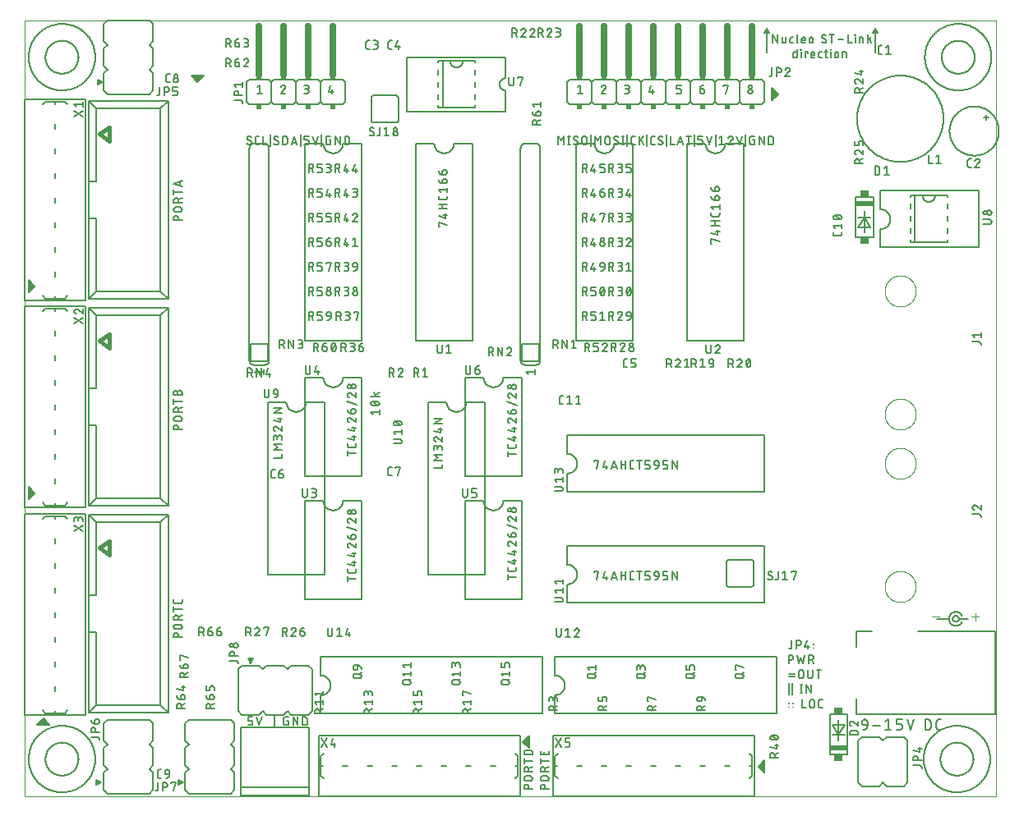
<source format=gto>
G75*
%MOIN*%
%OFA0B0*%
%FSLAX25Y25*%
%IPPOS*%
%LPD*%
%AMOC8*
5,1,8,0,0,1.08239X$1,22.5*
%
%ADD10C,0.00000*%
%ADD11C,0.00600*%
%ADD12C,0.00500*%
%ADD13C,0.00800*%
%ADD14C,0.00400*%
%ADD15R,0.07362X0.02000*%
%ADD16R,0.03346X0.02500*%
%ADD17C,0.02600*%
%ADD18R,0.02400X0.02000*%
%ADD19C,0.01600*%
D10*
X0003000Y0106000D02*
X0003000Y0420961D01*
X0396701Y0420961D01*
X0396701Y0106000D01*
X0003000Y0106000D01*
X0351701Y0191000D02*
X0351703Y0191158D01*
X0351709Y0191316D01*
X0351719Y0191474D01*
X0351733Y0191632D01*
X0351751Y0191789D01*
X0351772Y0191946D01*
X0351798Y0192102D01*
X0351828Y0192258D01*
X0351861Y0192413D01*
X0351899Y0192566D01*
X0351940Y0192719D01*
X0351985Y0192871D01*
X0352034Y0193022D01*
X0352087Y0193171D01*
X0352143Y0193319D01*
X0352203Y0193465D01*
X0352267Y0193610D01*
X0352335Y0193753D01*
X0352406Y0193895D01*
X0352480Y0194035D01*
X0352558Y0194172D01*
X0352640Y0194308D01*
X0352724Y0194442D01*
X0352813Y0194573D01*
X0352904Y0194702D01*
X0352999Y0194829D01*
X0353096Y0194954D01*
X0353197Y0195076D01*
X0353301Y0195195D01*
X0353408Y0195312D01*
X0353518Y0195426D01*
X0353631Y0195537D01*
X0353746Y0195646D01*
X0353864Y0195751D01*
X0353985Y0195853D01*
X0354108Y0195953D01*
X0354234Y0196049D01*
X0354362Y0196142D01*
X0354492Y0196232D01*
X0354625Y0196318D01*
X0354760Y0196402D01*
X0354896Y0196481D01*
X0355035Y0196558D01*
X0355176Y0196630D01*
X0355318Y0196700D01*
X0355462Y0196765D01*
X0355608Y0196827D01*
X0355755Y0196885D01*
X0355904Y0196940D01*
X0356054Y0196991D01*
X0356205Y0197038D01*
X0356357Y0197081D01*
X0356510Y0197120D01*
X0356665Y0197156D01*
X0356820Y0197187D01*
X0356976Y0197215D01*
X0357132Y0197239D01*
X0357289Y0197259D01*
X0357447Y0197275D01*
X0357604Y0197287D01*
X0357763Y0197295D01*
X0357921Y0197299D01*
X0358079Y0197299D01*
X0358237Y0197295D01*
X0358396Y0197287D01*
X0358553Y0197275D01*
X0358711Y0197259D01*
X0358868Y0197239D01*
X0359024Y0197215D01*
X0359180Y0197187D01*
X0359335Y0197156D01*
X0359490Y0197120D01*
X0359643Y0197081D01*
X0359795Y0197038D01*
X0359946Y0196991D01*
X0360096Y0196940D01*
X0360245Y0196885D01*
X0360392Y0196827D01*
X0360538Y0196765D01*
X0360682Y0196700D01*
X0360824Y0196630D01*
X0360965Y0196558D01*
X0361104Y0196481D01*
X0361240Y0196402D01*
X0361375Y0196318D01*
X0361508Y0196232D01*
X0361638Y0196142D01*
X0361766Y0196049D01*
X0361892Y0195953D01*
X0362015Y0195853D01*
X0362136Y0195751D01*
X0362254Y0195646D01*
X0362369Y0195537D01*
X0362482Y0195426D01*
X0362592Y0195312D01*
X0362699Y0195195D01*
X0362803Y0195076D01*
X0362904Y0194954D01*
X0363001Y0194829D01*
X0363096Y0194702D01*
X0363187Y0194573D01*
X0363276Y0194442D01*
X0363360Y0194308D01*
X0363442Y0194172D01*
X0363520Y0194035D01*
X0363594Y0193895D01*
X0363665Y0193753D01*
X0363733Y0193610D01*
X0363797Y0193465D01*
X0363857Y0193319D01*
X0363913Y0193171D01*
X0363966Y0193022D01*
X0364015Y0192871D01*
X0364060Y0192719D01*
X0364101Y0192566D01*
X0364139Y0192413D01*
X0364172Y0192258D01*
X0364202Y0192102D01*
X0364228Y0191946D01*
X0364249Y0191789D01*
X0364267Y0191632D01*
X0364281Y0191474D01*
X0364291Y0191316D01*
X0364297Y0191158D01*
X0364299Y0191000D01*
X0364297Y0190842D01*
X0364291Y0190684D01*
X0364281Y0190526D01*
X0364267Y0190368D01*
X0364249Y0190211D01*
X0364228Y0190054D01*
X0364202Y0189898D01*
X0364172Y0189742D01*
X0364139Y0189587D01*
X0364101Y0189434D01*
X0364060Y0189281D01*
X0364015Y0189129D01*
X0363966Y0188978D01*
X0363913Y0188829D01*
X0363857Y0188681D01*
X0363797Y0188535D01*
X0363733Y0188390D01*
X0363665Y0188247D01*
X0363594Y0188105D01*
X0363520Y0187965D01*
X0363442Y0187828D01*
X0363360Y0187692D01*
X0363276Y0187558D01*
X0363187Y0187427D01*
X0363096Y0187298D01*
X0363001Y0187171D01*
X0362904Y0187046D01*
X0362803Y0186924D01*
X0362699Y0186805D01*
X0362592Y0186688D01*
X0362482Y0186574D01*
X0362369Y0186463D01*
X0362254Y0186354D01*
X0362136Y0186249D01*
X0362015Y0186147D01*
X0361892Y0186047D01*
X0361766Y0185951D01*
X0361638Y0185858D01*
X0361508Y0185768D01*
X0361375Y0185682D01*
X0361240Y0185598D01*
X0361104Y0185519D01*
X0360965Y0185442D01*
X0360824Y0185370D01*
X0360682Y0185300D01*
X0360538Y0185235D01*
X0360392Y0185173D01*
X0360245Y0185115D01*
X0360096Y0185060D01*
X0359946Y0185009D01*
X0359795Y0184962D01*
X0359643Y0184919D01*
X0359490Y0184880D01*
X0359335Y0184844D01*
X0359180Y0184813D01*
X0359024Y0184785D01*
X0358868Y0184761D01*
X0358711Y0184741D01*
X0358553Y0184725D01*
X0358396Y0184713D01*
X0358237Y0184705D01*
X0358079Y0184701D01*
X0357921Y0184701D01*
X0357763Y0184705D01*
X0357604Y0184713D01*
X0357447Y0184725D01*
X0357289Y0184741D01*
X0357132Y0184761D01*
X0356976Y0184785D01*
X0356820Y0184813D01*
X0356665Y0184844D01*
X0356510Y0184880D01*
X0356357Y0184919D01*
X0356205Y0184962D01*
X0356054Y0185009D01*
X0355904Y0185060D01*
X0355755Y0185115D01*
X0355608Y0185173D01*
X0355462Y0185235D01*
X0355318Y0185300D01*
X0355176Y0185370D01*
X0355035Y0185442D01*
X0354896Y0185519D01*
X0354760Y0185598D01*
X0354625Y0185682D01*
X0354492Y0185768D01*
X0354362Y0185858D01*
X0354234Y0185951D01*
X0354108Y0186047D01*
X0353985Y0186147D01*
X0353864Y0186249D01*
X0353746Y0186354D01*
X0353631Y0186463D01*
X0353518Y0186574D01*
X0353408Y0186688D01*
X0353301Y0186805D01*
X0353197Y0186924D01*
X0353096Y0187046D01*
X0352999Y0187171D01*
X0352904Y0187298D01*
X0352813Y0187427D01*
X0352724Y0187558D01*
X0352640Y0187692D01*
X0352558Y0187828D01*
X0352480Y0187965D01*
X0352406Y0188105D01*
X0352335Y0188247D01*
X0352267Y0188390D01*
X0352203Y0188535D01*
X0352143Y0188681D01*
X0352087Y0188829D01*
X0352034Y0188978D01*
X0351985Y0189129D01*
X0351940Y0189281D01*
X0351899Y0189434D01*
X0351861Y0189587D01*
X0351828Y0189742D01*
X0351798Y0189898D01*
X0351772Y0190054D01*
X0351751Y0190211D01*
X0351733Y0190368D01*
X0351719Y0190526D01*
X0351709Y0190684D01*
X0351703Y0190842D01*
X0351701Y0191000D01*
X0351701Y0241000D02*
X0351703Y0241158D01*
X0351709Y0241316D01*
X0351719Y0241474D01*
X0351733Y0241632D01*
X0351751Y0241789D01*
X0351772Y0241946D01*
X0351798Y0242102D01*
X0351828Y0242258D01*
X0351861Y0242413D01*
X0351899Y0242566D01*
X0351940Y0242719D01*
X0351985Y0242871D01*
X0352034Y0243022D01*
X0352087Y0243171D01*
X0352143Y0243319D01*
X0352203Y0243465D01*
X0352267Y0243610D01*
X0352335Y0243753D01*
X0352406Y0243895D01*
X0352480Y0244035D01*
X0352558Y0244172D01*
X0352640Y0244308D01*
X0352724Y0244442D01*
X0352813Y0244573D01*
X0352904Y0244702D01*
X0352999Y0244829D01*
X0353096Y0244954D01*
X0353197Y0245076D01*
X0353301Y0245195D01*
X0353408Y0245312D01*
X0353518Y0245426D01*
X0353631Y0245537D01*
X0353746Y0245646D01*
X0353864Y0245751D01*
X0353985Y0245853D01*
X0354108Y0245953D01*
X0354234Y0246049D01*
X0354362Y0246142D01*
X0354492Y0246232D01*
X0354625Y0246318D01*
X0354760Y0246402D01*
X0354896Y0246481D01*
X0355035Y0246558D01*
X0355176Y0246630D01*
X0355318Y0246700D01*
X0355462Y0246765D01*
X0355608Y0246827D01*
X0355755Y0246885D01*
X0355904Y0246940D01*
X0356054Y0246991D01*
X0356205Y0247038D01*
X0356357Y0247081D01*
X0356510Y0247120D01*
X0356665Y0247156D01*
X0356820Y0247187D01*
X0356976Y0247215D01*
X0357132Y0247239D01*
X0357289Y0247259D01*
X0357447Y0247275D01*
X0357604Y0247287D01*
X0357763Y0247295D01*
X0357921Y0247299D01*
X0358079Y0247299D01*
X0358237Y0247295D01*
X0358396Y0247287D01*
X0358553Y0247275D01*
X0358711Y0247259D01*
X0358868Y0247239D01*
X0359024Y0247215D01*
X0359180Y0247187D01*
X0359335Y0247156D01*
X0359490Y0247120D01*
X0359643Y0247081D01*
X0359795Y0247038D01*
X0359946Y0246991D01*
X0360096Y0246940D01*
X0360245Y0246885D01*
X0360392Y0246827D01*
X0360538Y0246765D01*
X0360682Y0246700D01*
X0360824Y0246630D01*
X0360965Y0246558D01*
X0361104Y0246481D01*
X0361240Y0246402D01*
X0361375Y0246318D01*
X0361508Y0246232D01*
X0361638Y0246142D01*
X0361766Y0246049D01*
X0361892Y0245953D01*
X0362015Y0245853D01*
X0362136Y0245751D01*
X0362254Y0245646D01*
X0362369Y0245537D01*
X0362482Y0245426D01*
X0362592Y0245312D01*
X0362699Y0245195D01*
X0362803Y0245076D01*
X0362904Y0244954D01*
X0363001Y0244829D01*
X0363096Y0244702D01*
X0363187Y0244573D01*
X0363276Y0244442D01*
X0363360Y0244308D01*
X0363442Y0244172D01*
X0363520Y0244035D01*
X0363594Y0243895D01*
X0363665Y0243753D01*
X0363733Y0243610D01*
X0363797Y0243465D01*
X0363857Y0243319D01*
X0363913Y0243171D01*
X0363966Y0243022D01*
X0364015Y0242871D01*
X0364060Y0242719D01*
X0364101Y0242566D01*
X0364139Y0242413D01*
X0364172Y0242258D01*
X0364202Y0242102D01*
X0364228Y0241946D01*
X0364249Y0241789D01*
X0364267Y0241632D01*
X0364281Y0241474D01*
X0364291Y0241316D01*
X0364297Y0241158D01*
X0364299Y0241000D01*
X0364297Y0240842D01*
X0364291Y0240684D01*
X0364281Y0240526D01*
X0364267Y0240368D01*
X0364249Y0240211D01*
X0364228Y0240054D01*
X0364202Y0239898D01*
X0364172Y0239742D01*
X0364139Y0239587D01*
X0364101Y0239434D01*
X0364060Y0239281D01*
X0364015Y0239129D01*
X0363966Y0238978D01*
X0363913Y0238829D01*
X0363857Y0238681D01*
X0363797Y0238535D01*
X0363733Y0238390D01*
X0363665Y0238247D01*
X0363594Y0238105D01*
X0363520Y0237965D01*
X0363442Y0237828D01*
X0363360Y0237692D01*
X0363276Y0237558D01*
X0363187Y0237427D01*
X0363096Y0237298D01*
X0363001Y0237171D01*
X0362904Y0237046D01*
X0362803Y0236924D01*
X0362699Y0236805D01*
X0362592Y0236688D01*
X0362482Y0236574D01*
X0362369Y0236463D01*
X0362254Y0236354D01*
X0362136Y0236249D01*
X0362015Y0236147D01*
X0361892Y0236047D01*
X0361766Y0235951D01*
X0361638Y0235858D01*
X0361508Y0235768D01*
X0361375Y0235682D01*
X0361240Y0235598D01*
X0361104Y0235519D01*
X0360965Y0235442D01*
X0360824Y0235370D01*
X0360682Y0235300D01*
X0360538Y0235235D01*
X0360392Y0235173D01*
X0360245Y0235115D01*
X0360096Y0235060D01*
X0359946Y0235009D01*
X0359795Y0234962D01*
X0359643Y0234919D01*
X0359490Y0234880D01*
X0359335Y0234844D01*
X0359180Y0234813D01*
X0359024Y0234785D01*
X0358868Y0234761D01*
X0358711Y0234741D01*
X0358553Y0234725D01*
X0358396Y0234713D01*
X0358237Y0234705D01*
X0358079Y0234701D01*
X0357921Y0234701D01*
X0357763Y0234705D01*
X0357604Y0234713D01*
X0357447Y0234725D01*
X0357289Y0234741D01*
X0357132Y0234761D01*
X0356976Y0234785D01*
X0356820Y0234813D01*
X0356665Y0234844D01*
X0356510Y0234880D01*
X0356357Y0234919D01*
X0356205Y0234962D01*
X0356054Y0235009D01*
X0355904Y0235060D01*
X0355755Y0235115D01*
X0355608Y0235173D01*
X0355462Y0235235D01*
X0355318Y0235300D01*
X0355176Y0235370D01*
X0355035Y0235442D01*
X0354896Y0235519D01*
X0354760Y0235598D01*
X0354625Y0235682D01*
X0354492Y0235768D01*
X0354362Y0235858D01*
X0354234Y0235951D01*
X0354108Y0236047D01*
X0353985Y0236147D01*
X0353864Y0236249D01*
X0353746Y0236354D01*
X0353631Y0236463D01*
X0353518Y0236574D01*
X0353408Y0236688D01*
X0353301Y0236805D01*
X0353197Y0236924D01*
X0353096Y0237046D01*
X0352999Y0237171D01*
X0352904Y0237298D01*
X0352813Y0237427D01*
X0352724Y0237558D01*
X0352640Y0237692D01*
X0352558Y0237828D01*
X0352480Y0237965D01*
X0352406Y0238105D01*
X0352335Y0238247D01*
X0352267Y0238390D01*
X0352203Y0238535D01*
X0352143Y0238681D01*
X0352087Y0238829D01*
X0352034Y0238978D01*
X0351985Y0239129D01*
X0351940Y0239281D01*
X0351899Y0239434D01*
X0351861Y0239587D01*
X0351828Y0239742D01*
X0351798Y0239898D01*
X0351772Y0240054D01*
X0351751Y0240211D01*
X0351733Y0240368D01*
X0351719Y0240526D01*
X0351709Y0240684D01*
X0351703Y0240842D01*
X0351701Y0241000D01*
X0351701Y0261000D02*
X0351703Y0261158D01*
X0351709Y0261316D01*
X0351719Y0261474D01*
X0351733Y0261632D01*
X0351751Y0261789D01*
X0351772Y0261946D01*
X0351798Y0262102D01*
X0351828Y0262258D01*
X0351861Y0262413D01*
X0351899Y0262566D01*
X0351940Y0262719D01*
X0351985Y0262871D01*
X0352034Y0263022D01*
X0352087Y0263171D01*
X0352143Y0263319D01*
X0352203Y0263465D01*
X0352267Y0263610D01*
X0352335Y0263753D01*
X0352406Y0263895D01*
X0352480Y0264035D01*
X0352558Y0264172D01*
X0352640Y0264308D01*
X0352724Y0264442D01*
X0352813Y0264573D01*
X0352904Y0264702D01*
X0352999Y0264829D01*
X0353096Y0264954D01*
X0353197Y0265076D01*
X0353301Y0265195D01*
X0353408Y0265312D01*
X0353518Y0265426D01*
X0353631Y0265537D01*
X0353746Y0265646D01*
X0353864Y0265751D01*
X0353985Y0265853D01*
X0354108Y0265953D01*
X0354234Y0266049D01*
X0354362Y0266142D01*
X0354492Y0266232D01*
X0354625Y0266318D01*
X0354760Y0266402D01*
X0354896Y0266481D01*
X0355035Y0266558D01*
X0355176Y0266630D01*
X0355318Y0266700D01*
X0355462Y0266765D01*
X0355608Y0266827D01*
X0355755Y0266885D01*
X0355904Y0266940D01*
X0356054Y0266991D01*
X0356205Y0267038D01*
X0356357Y0267081D01*
X0356510Y0267120D01*
X0356665Y0267156D01*
X0356820Y0267187D01*
X0356976Y0267215D01*
X0357132Y0267239D01*
X0357289Y0267259D01*
X0357447Y0267275D01*
X0357604Y0267287D01*
X0357763Y0267295D01*
X0357921Y0267299D01*
X0358079Y0267299D01*
X0358237Y0267295D01*
X0358396Y0267287D01*
X0358553Y0267275D01*
X0358711Y0267259D01*
X0358868Y0267239D01*
X0359024Y0267215D01*
X0359180Y0267187D01*
X0359335Y0267156D01*
X0359490Y0267120D01*
X0359643Y0267081D01*
X0359795Y0267038D01*
X0359946Y0266991D01*
X0360096Y0266940D01*
X0360245Y0266885D01*
X0360392Y0266827D01*
X0360538Y0266765D01*
X0360682Y0266700D01*
X0360824Y0266630D01*
X0360965Y0266558D01*
X0361104Y0266481D01*
X0361240Y0266402D01*
X0361375Y0266318D01*
X0361508Y0266232D01*
X0361638Y0266142D01*
X0361766Y0266049D01*
X0361892Y0265953D01*
X0362015Y0265853D01*
X0362136Y0265751D01*
X0362254Y0265646D01*
X0362369Y0265537D01*
X0362482Y0265426D01*
X0362592Y0265312D01*
X0362699Y0265195D01*
X0362803Y0265076D01*
X0362904Y0264954D01*
X0363001Y0264829D01*
X0363096Y0264702D01*
X0363187Y0264573D01*
X0363276Y0264442D01*
X0363360Y0264308D01*
X0363442Y0264172D01*
X0363520Y0264035D01*
X0363594Y0263895D01*
X0363665Y0263753D01*
X0363733Y0263610D01*
X0363797Y0263465D01*
X0363857Y0263319D01*
X0363913Y0263171D01*
X0363966Y0263022D01*
X0364015Y0262871D01*
X0364060Y0262719D01*
X0364101Y0262566D01*
X0364139Y0262413D01*
X0364172Y0262258D01*
X0364202Y0262102D01*
X0364228Y0261946D01*
X0364249Y0261789D01*
X0364267Y0261632D01*
X0364281Y0261474D01*
X0364291Y0261316D01*
X0364297Y0261158D01*
X0364299Y0261000D01*
X0364297Y0260842D01*
X0364291Y0260684D01*
X0364281Y0260526D01*
X0364267Y0260368D01*
X0364249Y0260211D01*
X0364228Y0260054D01*
X0364202Y0259898D01*
X0364172Y0259742D01*
X0364139Y0259587D01*
X0364101Y0259434D01*
X0364060Y0259281D01*
X0364015Y0259129D01*
X0363966Y0258978D01*
X0363913Y0258829D01*
X0363857Y0258681D01*
X0363797Y0258535D01*
X0363733Y0258390D01*
X0363665Y0258247D01*
X0363594Y0258105D01*
X0363520Y0257965D01*
X0363442Y0257828D01*
X0363360Y0257692D01*
X0363276Y0257558D01*
X0363187Y0257427D01*
X0363096Y0257298D01*
X0363001Y0257171D01*
X0362904Y0257046D01*
X0362803Y0256924D01*
X0362699Y0256805D01*
X0362592Y0256688D01*
X0362482Y0256574D01*
X0362369Y0256463D01*
X0362254Y0256354D01*
X0362136Y0256249D01*
X0362015Y0256147D01*
X0361892Y0256047D01*
X0361766Y0255951D01*
X0361638Y0255858D01*
X0361508Y0255768D01*
X0361375Y0255682D01*
X0361240Y0255598D01*
X0361104Y0255519D01*
X0360965Y0255442D01*
X0360824Y0255370D01*
X0360682Y0255300D01*
X0360538Y0255235D01*
X0360392Y0255173D01*
X0360245Y0255115D01*
X0360096Y0255060D01*
X0359946Y0255009D01*
X0359795Y0254962D01*
X0359643Y0254919D01*
X0359490Y0254880D01*
X0359335Y0254844D01*
X0359180Y0254813D01*
X0359024Y0254785D01*
X0358868Y0254761D01*
X0358711Y0254741D01*
X0358553Y0254725D01*
X0358396Y0254713D01*
X0358237Y0254705D01*
X0358079Y0254701D01*
X0357921Y0254701D01*
X0357763Y0254705D01*
X0357604Y0254713D01*
X0357447Y0254725D01*
X0357289Y0254741D01*
X0357132Y0254761D01*
X0356976Y0254785D01*
X0356820Y0254813D01*
X0356665Y0254844D01*
X0356510Y0254880D01*
X0356357Y0254919D01*
X0356205Y0254962D01*
X0356054Y0255009D01*
X0355904Y0255060D01*
X0355755Y0255115D01*
X0355608Y0255173D01*
X0355462Y0255235D01*
X0355318Y0255300D01*
X0355176Y0255370D01*
X0355035Y0255442D01*
X0354896Y0255519D01*
X0354760Y0255598D01*
X0354625Y0255682D01*
X0354492Y0255768D01*
X0354362Y0255858D01*
X0354234Y0255951D01*
X0354108Y0256047D01*
X0353985Y0256147D01*
X0353864Y0256249D01*
X0353746Y0256354D01*
X0353631Y0256463D01*
X0353518Y0256574D01*
X0353408Y0256688D01*
X0353301Y0256805D01*
X0353197Y0256924D01*
X0353096Y0257046D01*
X0352999Y0257171D01*
X0352904Y0257298D01*
X0352813Y0257427D01*
X0352724Y0257558D01*
X0352640Y0257692D01*
X0352558Y0257828D01*
X0352480Y0257965D01*
X0352406Y0258105D01*
X0352335Y0258247D01*
X0352267Y0258390D01*
X0352203Y0258535D01*
X0352143Y0258681D01*
X0352087Y0258829D01*
X0352034Y0258978D01*
X0351985Y0259129D01*
X0351940Y0259281D01*
X0351899Y0259434D01*
X0351861Y0259587D01*
X0351828Y0259742D01*
X0351798Y0259898D01*
X0351772Y0260054D01*
X0351751Y0260211D01*
X0351733Y0260368D01*
X0351719Y0260526D01*
X0351709Y0260684D01*
X0351703Y0260842D01*
X0351701Y0261000D01*
X0351701Y0311000D02*
X0351703Y0311158D01*
X0351709Y0311316D01*
X0351719Y0311474D01*
X0351733Y0311632D01*
X0351751Y0311789D01*
X0351772Y0311946D01*
X0351798Y0312102D01*
X0351828Y0312258D01*
X0351861Y0312413D01*
X0351899Y0312566D01*
X0351940Y0312719D01*
X0351985Y0312871D01*
X0352034Y0313022D01*
X0352087Y0313171D01*
X0352143Y0313319D01*
X0352203Y0313465D01*
X0352267Y0313610D01*
X0352335Y0313753D01*
X0352406Y0313895D01*
X0352480Y0314035D01*
X0352558Y0314172D01*
X0352640Y0314308D01*
X0352724Y0314442D01*
X0352813Y0314573D01*
X0352904Y0314702D01*
X0352999Y0314829D01*
X0353096Y0314954D01*
X0353197Y0315076D01*
X0353301Y0315195D01*
X0353408Y0315312D01*
X0353518Y0315426D01*
X0353631Y0315537D01*
X0353746Y0315646D01*
X0353864Y0315751D01*
X0353985Y0315853D01*
X0354108Y0315953D01*
X0354234Y0316049D01*
X0354362Y0316142D01*
X0354492Y0316232D01*
X0354625Y0316318D01*
X0354760Y0316402D01*
X0354896Y0316481D01*
X0355035Y0316558D01*
X0355176Y0316630D01*
X0355318Y0316700D01*
X0355462Y0316765D01*
X0355608Y0316827D01*
X0355755Y0316885D01*
X0355904Y0316940D01*
X0356054Y0316991D01*
X0356205Y0317038D01*
X0356357Y0317081D01*
X0356510Y0317120D01*
X0356665Y0317156D01*
X0356820Y0317187D01*
X0356976Y0317215D01*
X0357132Y0317239D01*
X0357289Y0317259D01*
X0357447Y0317275D01*
X0357604Y0317287D01*
X0357763Y0317295D01*
X0357921Y0317299D01*
X0358079Y0317299D01*
X0358237Y0317295D01*
X0358396Y0317287D01*
X0358553Y0317275D01*
X0358711Y0317259D01*
X0358868Y0317239D01*
X0359024Y0317215D01*
X0359180Y0317187D01*
X0359335Y0317156D01*
X0359490Y0317120D01*
X0359643Y0317081D01*
X0359795Y0317038D01*
X0359946Y0316991D01*
X0360096Y0316940D01*
X0360245Y0316885D01*
X0360392Y0316827D01*
X0360538Y0316765D01*
X0360682Y0316700D01*
X0360824Y0316630D01*
X0360965Y0316558D01*
X0361104Y0316481D01*
X0361240Y0316402D01*
X0361375Y0316318D01*
X0361508Y0316232D01*
X0361638Y0316142D01*
X0361766Y0316049D01*
X0361892Y0315953D01*
X0362015Y0315853D01*
X0362136Y0315751D01*
X0362254Y0315646D01*
X0362369Y0315537D01*
X0362482Y0315426D01*
X0362592Y0315312D01*
X0362699Y0315195D01*
X0362803Y0315076D01*
X0362904Y0314954D01*
X0363001Y0314829D01*
X0363096Y0314702D01*
X0363187Y0314573D01*
X0363276Y0314442D01*
X0363360Y0314308D01*
X0363442Y0314172D01*
X0363520Y0314035D01*
X0363594Y0313895D01*
X0363665Y0313753D01*
X0363733Y0313610D01*
X0363797Y0313465D01*
X0363857Y0313319D01*
X0363913Y0313171D01*
X0363966Y0313022D01*
X0364015Y0312871D01*
X0364060Y0312719D01*
X0364101Y0312566D01*
X0364139Y0312413D01*
X0364172Y0312258D01*
X0364202Y0312102D01*
X0364228Y0311946D01*
X0364249Y0311789D01*
X0364267Y0311632D01*
X0364281Y0311474D01*
X0364291Y0311316D01*
X0364297Y0311158D01*
X0364299Y0311000D01*
X0364297Y0310842D01*
X0364291Y0310684D01*
X0364281Y0310526D01*
X0364267Y0310368D01*
X0364249Y0310211D01*
X0364228Y0310054D01*
X0364202Y0309898D01*
X0364172Y0309742D01*
X0364139Y0309587D01*
X0364101Y0309434D01*
X0364060Y0309281D01*
X0364015Y0309129D01*
X0363966Y0308978D01*
X0363913Y0308829D01*
X0363857Y0308681D01*
X0363797Y0308535D01*
X0363733Y0308390D01*
X0363665Y0308247D01*
X0363594Y0308105D01*
X0363520Y0307965D01*
X0363442Y0307828D01*
X0363360Y0307692D01*
X0363276Y0307558D01*
X0363187Y0307427D01*
X0363096Y0307298D01*
X0363001Y0307171D01*
X0362904Y0307046D01*
X0362803Y0306924D01*
X0362699Y0306805D01*
X0362592Y0306688D01*
X0362482Y0306574D01*
X0362369Y0306463D01*
X0362254Y0306354D01*
X0362136Y0306249D01*
X0362015Y0306147D01*
X0361892Y0306047D01*
X0361766Y0305951D01*
X0361638Y0305858D01*
X0361508Y0305768D01*
X0361375Y0305682D01*
X0361240Y0305598D01*
X0361104Y0305519D01*
X0360965Y0305442D01*
X0360824Y0305370D01*
X0360682Y0305300D01*
X0360538Y0305235D01*
X0360392Y0305173D01*
X0360245Y0305115D01*
X0360096Y0305060D01*
X0359946Y0305009D01*
X0359795Y0304962D01*
X0359643Y0304919D01*
X0359490Y0304880D01*
X0359335Y0304844D01*
X0359180Y0304813D01*
X0359024Y0304785D01*
X0358868Y0304761D01*
X0358711Y0304741D01*
X0358553Y0304725D01*
X0358396Y0304713D01*
X0358237Y0304705D01*
X0358079Y0304701D01*
X0357921Y0304701D01*
X0357763Y0304705D01*
X0357604Y0304713D01*
X0357447Y0304725D01*
X0357289Y0304741D01*
X0357132Y0304761D01*
X0356976Y0304785D01*
X0356820Y0304813D01*
X0356665Y0304844D01*
X0356510Y0304880D01*
X0356357Y0304919D01*
X0356205Y0304962D01*
X0356054Y0305009D01*
X0355904Y0305060D01*
X0355755Y0305115D01*
X0355608Y0305173D01*
X0355462Y0305235D01*
X0355318Y0305300D01*
X0355176Y0305370D01*
X0355035Y0305442D01*
X0354896Y0305519D01*
X0354760Y0305598D01*
X0354625Y0305682D01*
X0354492Y0305768D01*
X0354362Y0305858D01*
X0354234Y0305951D01*
X0354108Y0306047D01*
X0353985Y0306147D01*
X0353864Y0306249D01*
X0353746Y0306354D01*
X0353631Y0306463D01*
X0353518Y0306574D01*
X0353408Y0306688D01*
X0353301Y0306805D01*
X0353197Y0306924D01*
X0353096Y0307046D01*
X0352999Y0307171D01*
X0352904Y0307298D01*
X0352813Y0307427D01*
X0352724Y0307558D01*
X0352640Y0307692D01*
X0352558Y0307828D01*
X0352480Y0307965D01*
X0352406Y0308105D01*
X0352335Y0308247D01*
X0352267Y0308390D01*
X0352203Y0308535D01*
X0352143Y0308681D01*
X0352087Y0308829D01*
X0352034Y0308978D01*
X0351985Y0309129D01*
X0351940Y0309281D01*
X0351899Y0309434D01*
X0351861Y0309587D01*
X0351828Y0309742D01*
X0351798Y0309898D01*
X0351772Y0310054D01*
X0351751Y0310211D01*
X0351733Y0310368D01*
X0351719Y0310526D01*
X0351709Y0310684D01*
X0351703Y0310842D01*
X0351701Y0311000D01*
D11*
X0350000Y0328700D02*
X0350000Y0336200D01*
X0350126Y0336202D01*
X0350251Y0336208D01*
X0350376Y0336218D01*
X0350501Y0336232D01*
X0350626Y0336249D01*
X0350750Y0336271D01*
X0350873Y0336296D01*
X0350995Y0336326D01*
X0351116Y0336359D01*
X0351236Y0336396D01*
X0351355Y0336436D01*
X0351472Y0336481D01*
X0351589Y0336529D01*
X0351703Y0336581D01*
X0351816Y0336636D01*
X0351927Y0336695D01*
X0352036Y0336757D01*
X0352143Y0336823D01*
X0352248Y0336892D01*
X0352351Y0336964D01*
X0352452Y0337039D01*
X0352550Y0337118D01*
X0352645Y0337200D01*
X0352738Y0337284D01*
X0352828Y0337372D01*
X0352916Y0337462D01*
X0353000Y0337555D01*
X0353082Y0337650D01*
X0353161Y0337748D01*
X0353236Y0337849D01*
X0353308Y0337952D01*
X0353377Y0338057D01*
X0353443Y0338164D01*
X0353505Y0338273D01*
X0353564Y0338384D01*
X0353619Y0338497D01*
X0353671Y0338611D01*
X0353719Y0338728D01*
X0353764Y0338845D01*
X0353804Y0338964D01*
X0353841Y0339084D01*
X0353874Y0339205D01*
X0353904Y0339327D01*
X0353929Y0339450D01*
X0353951Y0339574D01*
X0353968Y0339699D01*
X0353982Y0339824D01*
X0353992Y0339949D01*
X0353998Y0340074D01*
X0354000Y0340200D01*
X0353998Y0340326D01*
X0353992Y0340451D01*
X0353982Y0340576D01*
X0353968Y0340701D01*
X0353951Y0340826D01*
X0353929Y0340950D01*
X0353904Y0341073D01*
X0353874Y0341195D01*
X0353841Y0341316D01*
X0353804Y0341436D01*
X0353764Y0341555D01*
X0353719Y0341672D01*
X0353671Y0341789D01*
X0353619Y0341903D01*
X0353564Y0342016D01*
X0353505Y0342127D01*
X0353443Y0342236D01*
X0353377Y0342343D01*
X0353308Y0342448D01*
X0353236Y0342551D01*
X0353161Y0342652D01*
X0353082Y0342750D01*
X0353000Y0342845D01*
X0352916Y0342938D01*
X0352828Y0343028D01*
X0352738Y0343116D01*
X0352645Y0343200D01*
X0352550Y0343282D01*
X0352452Y0343361D01*
X0352351Y0343436D01*
X0352248Y0343508D01*
X0352143Y0343577D01*
X0352036Y0343643D01*
X0351927Y0343705D01*
X0351816Y0343764D01*
X0351703Y0343819D01*
X0351589Y0343871D01*
X0351472Y0343919D01*
X0351355Y0343964D01*
X0351236Y0344004D01*
X0351116Y0344041D01*
X0350995Y0344074D01*
X0350873Y0344104D01*
X0350750Y0344129D01*
X0350626Y0344151D01*
X0350501Y0344168D01*
X0350376Y0344182D01*
X0350251Y0344192D01*
X0350126Y0344198D01*
X0350000Y0344200D01*
X0350000Y0351700D01*
X0390000Y0351700D01*
X0390000Y0328700D01*
X0350000Y0328700D01*
X0347122Y0332803D02*
X0347122Y0349197D01*
X0339878Y0349197D01*
X0339878Y0332803D01*
X0347122Y0332803D01*
X0343500Y0335000D02*
X0343500Y0341000D01*
X0341000Y0341000D01*
X0343500Y0341000D02*
X0346000Y0341000D01*
X0343500Y0341000D02*
X0346000Y0337000D01*
X0341000Y0337000D01*
X0343500Y0341000D01*
X0343500Y0343500D01*
X0334200Y0341006D02*
X0334198Y0341057D01*
X0334193Y0341108D01*
X0334183Y0341158D01*
X0334170Y0341207D01*
X0334154Y0341255D01*
X0334134Y0341302D01*
X0334111Y0341348D01*
X0334084Y0341391D01*
X0334055Y0341433D01*
X0334022Y0341472D01*
X0333987Y0341509D01*
X0333949Y0341543D01*
X0333908Y0341574D01*
X0333866Y0341602D01*
X0333821Y0341627D01*
X0333775Y0341649D01*
X0333728Y0341667D01*
X0334200Y0341006D02*
X0334198Y0340955D01*
X0334193Y0340904D01*
X0334183Y0340854D01*
X0334170Y0340805D01*
X0334154Y0340757D01*
X0334134Y0340710D01*
X0334111Y0340664D01*
X0334084Y0340621D01*
X0334055Y0340579D01*
X0334022Y0340540D01*
X0333987Y0340503D01*
X0333949Y0340469D01*
X0333908Y0340438D01*
X0333866Y0340410D01*
X0333821Y0340385D01*
X0333775Y0340363D01*
X0333728Y0340345D01*
X0333444Y0340250D02*
X0331556Y0341761D01*
X0331272Y0341667D02*
X0331225Y0341649D01*
X0331179Y0341627D01*
X0331134Y0341602D01*
X0331092Y0341574D01*
X0331051Y0341543D01*
X0331013Y0341509D01*
X0330978Y0341472D01*
X0330945Y0341433D01*
X0330916Y0341391D01*
X0330889Y0341348D01*
X0330866Y0341302D01*
X0330846Y0341255D01*
X0330830Y0341207D01*
X0330817Y0341158D01*
X0330807Y0341108D01*
X0330802Y0341057D01*
X0330800Y0341006D01*
X0330802Y0340955D01*
X0330807Y0340904D01*
X0330817Y0340854D01*
X0330830Y0340805D01*
X0330846Y0340757D01*
X0330866Y0340710D01*
X0330889Y0340664D01*
X0330916Y0340621D01*
X0330945Y0340579D01*
X0330978Y0340540D01*
X0331013Y0340503D01*
X0331051Y0340469D01*
X0331092Y0340438D01*
X0331134Y0340410D01*
X0331179Y0340385D01*
X0331225Y0340363D01*
X0331272Y0340345D01*
X0331272Y0341667D02*
X0331361Y0341708D01*
X0331451Y0341746D01*
X0331542Y0341781D01*
X0331634Y0341813D01*
X0331728Y0341842D01*
X0331822Y0341867D01*
X0331918Y0341889D01*
X0332014Y0341907D01*
X0332110Y0341923D01*
X0332207Y0341935D01*
X0332305Y0341943D01*
X0332402Y0341948D01*
X0332500Y0341950D01*
X0332500Y0340061D02*
X0332402Y0340063D01*
X0332305Y0340068D01*
X0332207Y0340076D01*
X0332110Y0340088D01*
X0332014Y0340104D01*
X0331918Y0340122D01*
X0331822Y0340144D01*
X0331728Y0340169D01*
X0331634Y0340198D01*
X0331542Y0340230D01*
X0331451Y0340265D01*
X0331361Y0340303D01*
X0331272Y0340344D01*
X0332500Y0341950D02*
X0332598Y0341948D01*
X0332695Y0341943D01*
X0332793Y0341935D01*
X0332890Y0341923D01*
X0332986Y0341907D01*
X0333082Y0341889D01*
X0333178Y0341867D01*
X0333272Y0341842D01*
X0333366Y0341813D01*
X0333458Y0341781D01*
X0333549Y0341746D01*
X0333639Y0341708D01*
X0333728Y0341667D01*
X0333728Y0340344D02*
X0333639Y0340303D01*
X0333549Y0340265D01*
X0333458Y0340230D01*
X0333366Y0340198D01*
X0333272Y0340169D01*
X0333178Y0340144D01*
X0333082Y0340122D01*
X0332986Y0340104D01*
X0332890Y0340088D01*
X0332793Y0340076D01*
X0332695Y0340068D01*
X0332598Y0340063D01*
X0332500Y0340061D01*
X0334200Y0338350D02*
X0334200Y0336461D01*
X0334200Y0337406D02*
X0330800Y0337406D01*
X0331556Y0336461D01*
X0330800Y0334957D02*
X0330800Y0334202D01*
X0330802Y0334148D01*
X0330808Y0334094D01*
X0330817Y0334041D01*
X0330831Y0333989D01*
X0330848Y0333938D01*
X0330868Y0333888D01*
X0330892Y0333840D01*
X0330920Y0333793D01*
X0330951Y0333749D01*
X0330985Y0333707D01*
X0331021Y0333667D01*
X0331061Y0333631D01*
X0331103Y0333597D01*
X0331147Y0333566D01*
X0331194Y0333538D01*
X0331242Y0333514D01*
X0331292Y0333494D01*
X0331343Y0333477D01*
X0331395Y0333463D01*
X0331448Y0333454D01*
X0331502Y0333448D01*
X0331556Y0333446D01*
X0333444Y0333446D01*
X0333498Y0333448D01*
X0333552Y0333454D01*
X0333605Y0333463D01*
X0333657Y0333477D01*
X0333708Y0333494D01*
X0333758Y0333514D01*
X0333806Y0333538D01*
X0333853Y0333566D01*
X0333897Y0333597D01*
X0333939Y0333631D01*
X0333979Y0333667D01*
X0334015Y0333707D01*
X0334049Y0333749D01*
X0334080Y0333793D01*
X0334108Y0333840D01*
X0334132Y0333888D01*
X0334152Y0333938D01*
X0334169Y0333989D01*
X0334183Y0334041D01*
X0334192Y0334094D01*
X0334198Y0334148D01*
X0334200Y0334202D01*
X0334200Y0334957D01*
X0347800Y0358300D02*
X0348744Y0358300D01*
X0347800Y0358300D02*
X0347800Y0361700D01*
X0348744Y0361700D01*
X0348803Y0361698D01*
X0348862Y0361693D01*
X0348921Y0361683D01*
X0348979Y0361670D01*
X0349036Y0361654D01*
X0349092Y0361634D01*
X0349146Y0361610D01*
X0349199Y0361583D01*
X0349250Y0361553D01*
X0349299Y0361520D01*
X0349346Y0361483D01*
X0349390Y0361444D01*
X0349432Y0361402D01*
X0349471Y0361358D01*
X0349508Y0361311D01*
X0349541Y0361262D01*
X0349571Y0361211D01*
X0349598Y0361158D01*
X0349622Y0361104D01*
X0349642Y0361048D01*
X0349658Y0360991D01*
X0349671Y0360933D01*
X0349681Y0360874D01*
X0349686Y0360815D01*
X0349688Y0360756D01*
X0349689Y0360756D02*
X0349689Y0359244D01*
X0349688Y0359244D02*
X0349686Y0359185D01*
X0349681Y0359126D01*
X0349671Y0359067D01*
X0349658Y0359009D01*
X0349642Y0358952D01*
X0349622Y0358896D01*
X0349598Y0358842D01*
X0349571Y0358789D01*
X0349541Y0358738D01*
X0349508Y0358689D01*
X0349471Y0358642D01*
X0349432Y0358598D01*
X0349390Y0358556D01*
X0349346Y0358517D01*
X0349299Y0358480D01*
X0349250Y0358447D01*
X0349199Y0358417D01*
X0349146Y0358390D01*
X0349092Y0358366D01*
X0349036Y0358346D01*
X0348979Y0358330D01*
X0348921Y0358317D01*
X0348862Y0358307D01*
X0348803Y0358302D01*
X0348744Y0358300D01*
X0351520Y0358300D02*
X0353409Y0358300D01*
X0352464Y0358300D02*
X0352464Y0361700D01*
X0351520Y0360944D01*
X0342950Y0362894D02*
X0339550Y0362894D01*
X0339550Y0363839D01*
X0339552Y0363899D01*
X0339558Y0363960D01*
X0339567Y0364019D01*
X0339581Y0364078D01*
X0339598Y0364136D01*
X0339619Y0364193D01*
X0339643Y0364249D01*
X0339671Y0364302D01*
X0339703Y0364354D01*
X0339737Y0364404D01*
X0339775Y0364451D01*
X0339816Y0364496D01*
X0339859Y0364538D01*
X0339905Y0364577D01*
X0339954Y0364613D01*
X0340005Y0364646D01*
X0340057Y0364676D01*
X0340112Y0364702D01*
X0340168Y0364725D01*
X0340225Y0364744D01*
X0340284Y0364759D01*
X0340343Y0364771D01*
X0340403Y0364779D01*
X0340464Y0364783D01*
X0340524Y0364783D01*
X0340585Y0364779D01*
X0340645Y0364771D01*
X0340704Y0364759D01*
X0340763Y0364744D01*
X0340820Y0364725D01*
X0340876Y0364702D01*
X0340931Y0364676D01*
X0340983Y0364646D01*
X0341034Y0364613D01*
X0341083Y0364577D01*
X0341129Y0364538D01*
X0341172Y0364496D01*
X0341213Y0364451D01*
X0341251Y0364404D01*
X0341285Y0364354D01*
X0341317Y0364302D01*
X0341345Y0364249D01*
X0341369Y0364193D01*
X0341390Y0364136D01*
X0341407Y0364078D01*
X0341421Y0364019D01*
X0341430Y0363960D01*
X0341436Y0363899D01*
X0341438Y0363839D01*
X0341439Y0363839D02*
X0341439Y0362894D01*
X0341439Y0364028D02*
X0342950Y0364783D01*
X0342950Y0366461D02*
X0342950Y0368350D01*
X0342950Y0370061D02*
X0342950Y0371194D01*
X0342948Y0371248D01*
X0342942Y0371302D01*
X0342933Y0371355D01*
X0342919Y0371407D01*
X0342902Y0371458D01*
X0342882Y0371508D01*
X0342858Y0371556D01*
X0342830Y0371603D01*
X0342799Y0371647D01*
X0342765Y0371689D01*
X0342729Y0371729D01*
X0342689Y0371765D01*
X0342647Y0371799D01*
X0342603Y0371830D01*
X0342556Y0371858D01*
X0342508Y0371882D01*
X0342458Y0371902D01*
X0342407Y0371919D01*
X0342355Y0371933D01*
X0342302Y0371942D01*
X0342248Y0371948D01*
X0342194Y0371950D01*
X0341817Y0371950D01*
X0341763Y0371948D01*
X0341709Y0371942D01*
X0341656Y0371933D01*
X0341604Y0371919D01*
X0341553Y0371902D01*
X0341503Y0371882D01*
X0341455Y0371858D01*
X0341408Y0371830D01*
X0341364Y0371799D01*
X0341322Y0371765D01*
X0341282Y0371729D01*
X0341246Y0371689D01*
X0341212Y0371647D01*
X0341181Y0371603D01*
X0341153Y0371556D01*
X0341129Y0371508D01*
X0341109Y0371458D01*
X0341092Y0371407D01*
X0341078Y0371355D01*
X0341069Y0371302D01*
X0341063Y0371248D01*
X0341061Y0371194D01*
X0341061Y0370061D01*
X0339550Y0370061D01*
X0339550Y0371950D01*
X0341061Y0368067D02*
X0342950Y0366461D01*
X0340306Y0366461D02*
X0340244Y0366483D01*
X0340184Y0366509D01*
X0340125Y0366538D01*
X0340069Y0366571D01*
X0340014Y0366607D01*
X0339962Y0366646D01*
X0339912Y0366688D01*
X0339865Y0366733D01*
X0339820Y0366781D01*
X0339778Y0366832D01*
X0339740Y0366884D01*
X0339705Y0366940D01*
X0339673Y0366997D01*
X0339645Y0367056D01*
X0339620Y0367116D01*
X0339599Y0367178D01*
X0339581Y0367241D01*
X0339568Y0367305D01*
X0339558Y0367370D01*
X0339552Y0367435D01*
X0339550Y0367500D01*
X0339552Y0367556D01*
X0339557Y0367611D01*
X0339566Y0367666D01*
X0339579Y0367720D01*
X0339595Y0367773D01*
X0339615Y0367825D01*
X0339638Y0367876D01*
X0339664Y0367925D01*
X0339693Y0367972D01*
X0339726Y0368017D01*
X0339761Y0368060D01*
X0339799Y0368101D01*
X0339840Y0368139D01*
X0339883Y0368174D01*
X0339928Y0368207D01*
X0339975Y0368236D01*
X0340024Y0368262D01*
X0340075Y0368285D01*
X0340127Y0368305D01*
X0340180Y0368321D01*
X0340234Y0368334D01*
X0340289Y0368343D01*
X0340344Y0368348D01*
X0340400Y0368350D01*
X0340457Y0368348D01*
X0340513Y0368343D01*
X0340570Y0368334D01*
X0340625Y0368322D01*
X0340680Y0368306D01*
X0340733Y0368287D01*
X0340786Y0368265D01*
X0340836Y0368239D01*
X0340885Y0368210D01*
X0340933Y0368179D01*
X0340978Y0368144D01*
X0341021Y0368107D01*
X0341061Y0368067D01*
X0340500Y0381000D02*
X0340505Y0381429D01*
X0340521Y0381859D01*
X0340547Y0382287D01*
X0340584Y0382715D01*
X0340632Y0383142D01*
X0340689Y0383568D01*
X0340758Y0383992D01*
X0340836Y0384414D01*
X0340925Y0384834D01*
X0341024Y0385252D01*
X0341134Y0385667D01*
X0341254Y0386080D01*
X0341383Y0386489D01*
X0341523Y0386896D01*
X0341673Y0387298D01*
X0341832Y0387697D01*
X0342001Y0388092D01*
X0342180Y0388482D01*
X0342369Y0388868D01*
X0342566Y0389249D01*
X0342773Y0389626D01*
X0342990Y0389997D01*
X0343215Y0390362D01*
X0343449Y0390722D01*
X0343692Y0391077D01*
X0343944Y0391425D01*
X0344204Y0391767D01*
X0344472Y0392102D01*
X0344749Y0392431D01*
X0345033Y0392752D01*
X0345326Y0393067D01*
X0345626Y0393374D01*
X0345933Y0393674D01*
X0346248Y0393967D01*
X0346569Y0394251D01*
X0346898Y0394528D01*
X0347233Y0394796D01*
X0347575Y0395056D01*
X0347923Y0395308D01*
X0348278Y0395551D01*
X0348638Y0395785D01*
X0349003Y0396010D01*
X0349374Y0396227D01*
X0349751Y0396434D01*
X0350132Y0396631D01*
X0350518Y0396820D01*
X0350908Y0396999D01*
X0351303Y0397168D01*
X0351702Y0397327D01*
X0352104Y0397477D01*
X0352511Y0397617D01*
X0352920Y0397746D01*
X0353333Y0397866D01*
X0353748Y0397976D01*
X0354166Y0398075D01*
X0354586Y0398164D01*
X0355008Y0398242D01*
X0355432Y0398311D01*
X0355858Y0398368D01*
X0356285Y0398416D01*
X0356713Y0398453D01*
X0357141Y0398479D01*
X0357571Y0398495D01*
X0358000Y0398500D01*
X0358429Y0398495D01*
X0358859Y0398479D01*
X0359287Y0398453D01*
X0359715Y0398416D01*
X0360142Y0398368D01*
X0360568Y0398311D01*
X0360992Y0398242D01*
X0361414Y0398164D01*
X0361834Y0398075D01*
X0362252Y0397976D01*
X0362667Y0397866D01*
X0363080Y0397746D01*
X0363489Y0397617D01*
X0363896Y0397477D01*
X0364298Y0397327D01*
X0364697Y0397168D01*
X0365092Y0396999D01*
X0365482Y0396820D01*
X0365868Y0396631D01*
X0366249Y0396434D01*
X0366626Y0396227D01*
X0366997Y0396010D01*
X0367362Y0395785D01*
X0367722Y0395551D01*
X0368077Y0395308D01*
X0368425Y0395056D01*
X0368767Y0394796D01*
X0369102Y0394528D01*
X0369431Y0394251D01*
X0369752Y0393967D01*
X0370067Y0393674D01*
X0370374Y0393374D01*
X0370674Y0393067D01*
X0370967Y0392752D01*
X0371251Y0392431D01*
X0371528Y0392102D01*
X0371796Y0391767D01*
X0372056Y0391425D01*
X0372308Y0391077D01*
X0372551Y0390722D01*
X0372785Y0390362D01*
X0373010Y0389997D01*
X0373227Y0389626D01*
X0373434Y0389249D01*
X0373631Y0388868D01*
X0373820Y0388482D01*
X0373999Y0388092D01*
X0374168Y0387697D01*
X0374327Y0387298D01*
X0374477Y0386896D01*
X0374617Y0386489D01*
X0374746Y0386080D01*
X0374866Y0385667D01*
X0374976Y0385252D01*
X0375075Y0384834D01*
X0375164Y0384414D01*
X0375242Y0383992D01*
X0375311Y0383568D01*
X0375368Y0383142D01*
X0375416Y0382715D01*
X0375453Y0382287D01*
X0375479Y0381859D01*
X0375495Y0381429D01*
X0375500Y0381000D01*
X0375495Y0380571D01*
X0375479Y0380141D01*
X0375453Y0379713D01*
X0375416Y0379285D01*
X0375368Y0378858D01*
X0375311Y0378432D01*
X0375242Y0378008D01*
X0375164Y0377586D01*
X0375075Y0377166D01*
X0374976Y0376748D01*
X0374866Y0376333D01*
X0374746Y0375920D01*
X0374617Y0375511D01*
X0374477Y0375104D01*
X0374327Y0374702D01*
X0374168Y0374303D01*
X0373999Y0373908D01*
X0373820Y0373518D01*
X0373631Y0373132D01*
X0373434Y0372751D01*
X0373227Y0372374D01*
X0373010Y0372003D01*
X0372785Y0371638D01*
X0372551Y0371278D01*
X0372308Y0370923D01*
X0372056Y0370575D01*
X0371796Y0370233D01*
X0371528Y0369898D01*
X0371251Y0369569D01*
X0370967Y0369248D01*
X0370674Y0368933D01*
X0370374Y0368626D01*
X0370067Y0368326D01*
X0369752Y0368033D01*
X0369431Y0367749D01*
X0369102Y0367472D01*
X0368767Y0367204D01*
X0368425Y0366944D01*
X0368077Y0366692D01*
X0367722Y0366449D01*
X0367362Y0366215D01*
X0366997Y0365990D01*
X0366626Y0365773D01*
X0366249Y0365566D01*
X0365868Y0365369D01*
X0365482Y0365180D01*
X0365092Y0365001D01*
X0364697Y0364832D01*
X0364298Y0364673D01*
X0363896Y0364523D01*
X0363489Y0364383D01*
X0363080Y0364254D01*
X0362667Y0364134D01*
X0362252Y0364024D01*
X0361834Y0363925D01*
X0361414Y0363836D01*
X0360992Y0363758D01*
X0360568Y0363689D01*
X0360142Y0363632D01*
X0359715Y0363584D01*
X0359287Y0363547D01*
X0358859Y0363521D01*
X0358429Y0363505D01*
X0358000Y0363500D01*
X0357571Y0363505D01*
X0357141Y0363521D01*
X0356713Y0363547D01*
X0356285Y0363584D01*
X0355858Y0363632D01*
X0355432Y0363689D01*
X0355008Y0363758D01*
X0354586Y0363836D01*
X0354166Y0363925D01*
X0353748Y0364024D01*
X0353333Y0364134D01*
X0352920Y0364254D01*
X0352511Y0364383D01*
X0352104Y0364523D01*
X0351702Y0364673D01*
X0351303Y0364832D01*
X0350908Y0365001D01*
X0350518Y0365180D01*
X0350132Y0365369D01*
X0349751Y0365566D01*
X0349374Y0365773D01*
X0349003Y0365990D01*
X0348638Y0366215D01*
X0348278Y0366449D01*
X0347923Y0366692D01*
X0347575Y0366944D01*
X0347233Y0367204D01*
X0346898Y0367472D01*
X0346569Y0367749D01*
X0346248Y0368033D01*
X0345933Y0368326D01*
X0345626Y0368626D01*
X0345326Y0368933D01*
X0345033Y0369248D01*
X0344749Y0369569D01*
X0344472Y0369898D01*
X0344204Y0370233D01*
X0343944Y0370575D01*
X0343692Y0370923D01*
X0343449Y0371278D01*
X0343215Y0371638D01*
X0342990Y0372003D01*
X0342773Y0372374D01*
X0342566Y0372751D01*
X0342369Y0373132D01*
X0342180Y0373518D01*
X0342001Y0373908D01*
X0341832Y0374303D01*
X0341673Y0374702D01*
X0341523Y0375104D01*
X0341383Y0375511D01*
X0341254Y0375920D01*
X0341134Y0376333D01*
X0341024Y0376748D01*
X0340925Y0377166D01*
X0340836Y0377586D01*
X0340758Y0378008D01*
X0340689Y0378432D01*
X0340632Y0378858D01*
X0340584Y0379285D01*
X0340547Y0379713D01*
X0340521Y0380141D01*
X0340505Y0380571D01*
X0340500Y0381000D01*
X0341439Y0391644D02*
X0341439Y0392589D01*
X0341439Y0392778D02*
X0342950Y0393533D01*
X0342950Y0395211D02*
X0342950Y0397100D01*
X0342194Y0398811D02*
X0339550Y0399567D01*
X0341439Y0400133D02*
X0342950Y0400133D01*
X0342194Y0400700D02*
X0342194Y0398811D01*
X0341061Y0396817D02*
X0342950Y0395211D01*
X0340306Y0395211D02*
X0340244Y0395233D01*
X0340184Y0395259D01*
X0340125Y0395288D01*
X0340069Y0395321D01*
X0340014Y0395357D01*
X0339962Y0395396D01*
X0339912Y0395438D01*
X0339865Y0395483D01*
X0339820Y0395531D01*
X0339778Y0395582D01*
X0339740Y0395634D01*
X0339705Y0395690D01*
X0339673Y0395747D01*
X0339645Y0395806D01*
X0339620Y0395866D01*
X0339599Y0395928D01*
X0339581Y0395991D01*
X0339568Y0396055D01*
X0339558Y0396120D01*
X0339552Y0396185D01*
X0339550Y0396250D01*
X0339552Y0396306D01*
X0339557Y0396361D01*
X0339566Y0396416D01*
X0339579Y0396470D01*
X0339595Y0396523D01*
X0339615Y0396575D01*
X0339638Y0396626D01*
X0339664Y0396675D01*
X0339693Y0396722D01*
X0339726Y0396767D01*
X0339761Y0396810D01*
X0339799Y0396851D01*
X0339840Y0396889D01*
X0339883Y0396924D01*
X0339928Y0396957D01*
X0339975Y0396986D01*
X0340024Y0397012D01*
X0340075Y0397035D01*
X0340127Y0397055D01*
X0340180Y0397071D01*
X0340234Y0397084D01*
X0340289Y0397093D01*
X0340344Y0397098D01*
X0340400Y0397100D01*
X0340457Y0397098D01*
X0340513Y0397093D01*
X0340570Y0397084D01*
X0340625Y0397072D01*
X0340680Y0397056D01*
X0340733Y0397037D01*
X0340786Y0397015D01*
X0340836Y0396989D01*
X0340885Y0396960D01*
X0340933Y0396929D01*
X0340978Y0396894D01*
X0341021Y0396857D01*
X0341061Y0396817D01*
X0341438Y0392589D02*
X0341436Y0392649D01*
X0341430Y0392710D01*
X0341421Y0392769D01*
X0341407Y0392828D01*
X0341390Y0392886D01*
X0341369Y0392943D01*
X0341345Y0392999D01*
X0341317Y0393052D01*
X0341285Y0393104D01*
X0341251Y0393154D01*
X0341213Y0393201D01*
X0341172Y0393246D01*
X0341129Y0393288D01*
X0341083Y0393327D01*
X0341034Y0393363D01*
X0340983Y0393396D01*
X0340931Y0393426D01*
X0340876Y0393452D01*
X0340820Y0393475D01*
X0340763Y0393494D01*
X0340704Y0393509D01*
X0340645Y0393521D01*
X0340585Y0393529D01*
X0340524Y0393533D01*
X0340464Y0393533D01*
X0340403Y0393529D01*
X0340343Y0393521D01*
X0340284Y0393509D01*
X0340225Y0393494D01*
X0340168Y0393475D01*
X0340112Y0393452D01*
X0340057Y0393426D01*
X0340005Y0393396D01*
X0339954Y0393363D01*
X0339905Y0393327D01*
X0339859Y0393288D01*
X0339816Y0393246D01*
X0339775Y0393201D01*
X0339737Y0393154D01*
X0339703Y0393104D01*
X0339671Y0393052D01*
X0339643Y0392999D01*
X0339619Y0392943D01*
X0339598Y0392886D01*
X0339581Y0392828D01*
X0339567Y0392769D01*
X0339558Y0392710D01*
X0339552Y0392649D01*
X0339550Y0392589D01*
X0339550Y0391644D01*
X0342950Y0391644D01*
X0336131Y0405800D02*
X0336131Y0407500D01*
X0336129Y0407547D01*
X0336123Y0407593D01*
X0336114Y0407639D01*
X0336100Y0407684D01*
X0336083Y0407728D01*
X0336063Y0407770D01*
X0336039Y0407810D01*
X0336011Y0407848D01*
X0335981Y0407884D01*
X0335948Y0407917D01*
X0335912Y0407947D01*
X0335874Y0407975D01*
X0335834Y0407999D01*
X0335792Y0408019D01*
X0335748Y0408036D01*
X0335703Y0408050D01*
X0335657Y0408059D01*
X0335611Y0408065D01*
X0335564Y0408067D01*
X0334620Y0408067D01*
X0334620Y0405800D01*
X0332891Y0406556D02*
X0332891Y0407311D01*
X0332889Y0407365D01*
X0332883Y0407419D01*
X0332874Y0407472D01*
X0332860Y0407524D01*
X0332843Y0407575D01*
X0332823Y0407625D01*
X0332799Y0407673D01*
X0332771Y0407720D01*
X0332740Y0407764D01*
X0332706Y0407806D01*
X0332670Y0407846D01*
X0332630Y0407882D01*
X0332588Y0407916D01*
X0332544Y0407947D01*
X0332497Y0407975D01*
X0332449Y0407999D01*
X0332399Y0408019D01*
X0332348Y0408036D01*
X0332296Y0408050D01*
X0332243Y0408059D01*
X0332189Y0408065D01*
X0332135Y0408067D01*
X0332081Y0408065D01*
X0332027Y0408059D01*
X0331974Y0408050D01*
X0331922Y0408036D01*
X0331871Y0408019D01*
X0331821Y0407999D01*
X0331773Y0407975D01*
X0331726Y0407947D01*
X0331682Y0407916D01*
X0331640Y0407882D01*
X0331600Y0407846D01*
X0331564Y0407806D01*
X0331530Y0407764D01*
X0331499Y0407720D01*
X0331471Y0407673D01*
X0331447Y0407625D01*
X0331427Y0407575D01*
X0331410Y0407524D01*
X0331396Y0407472D01*
X0331387Y0407419D01*
X0331381Y0407365D01*
X0331379Y0407311D01*
X0331380Y0407311D02*
X0331380Y0406556D01*
X0331379Y0406556D02*
X0331381Y0406502D01*
X0331387Y0406448D01*
X0331396Y0406395D01*
X0331410Y0406343D01*
X0331427Y0406292D01*
X0331447Y0406242D01*
X0331471Y0406194D01*
X0331499Y0406147D01*
X0331530Y0406103D01*
X0331564Y0406061D01*
X0331600Y0406021D01*
X0331640Y0405985D01*
X0331682Y0405951D01*
X0331726Y0405920D01*
X0331773Y0405892D01*
X0331821Y0405868D01*
X0331871Y0405848D01*
X0331922Y0405831D01*
X0331974Y0405817D01*
X0332027Y0405808D01*
X0332081Y0405802D01*
X0332135Y0405800D01*
X0332189Y0405802D01*
X0332243Y0405808D01*
X0332296Y0405817D01*
X0332348Y0405831D01*
X0332399Y0405848D01*
X0332449Y0405868D01*
X0332497Y0405892D01*
X0332544Y0405920D01*
X0332588Y0405951D01*
X0332630Y0405985D01*
X0332670Y0406021D01*
X0332706Y0406061D01*
X0332740Y0406103D01*
X0332771Y0406147D01*
X0332799Y0406194D01*
X0332823Y0406242D01*
X0332843Y0406292D01*
X0332860Y0406343D01*
X0332874Y0406395D01*
X0332883Y0406448D01*
X0332889Y0406502D01*
X0332891Y0406556D01*
X0329855Y0405800D02*
X0329855Y0408067D01*
X0329950Y0409011D02*
X0329761Y0409011D01*
X0329761Y0409200D01*
X0329950Y0409200D01*
X0329950Y0409011D01*
X0328460Y0408067D02*
X0327327Y0408067D01*
X0326228Y0408067D02*
X0325473Y0408067D01*
X0325426Y0408065D01*
X0325380Y0408059D01*
X0325334Y0408050D01*
X0325289Y0408036D01*
X0325245Y0408019D01*
X0325203Y0407999D01*
X0325163Y0407975D01*
X0325125Y0407947D01*
X0325089Y0407917D01*
X0325056Y0407884D01*
X0325026Y0407848D01*
X0324998Y0407810D01*
X0324974Y0407770D01*
X0324954Y0407728D01*
X0324937Y0407684D01*
X0324923Y0407639D01*
X0324914Y0407593D01*
X0324908Y0407547D01*
X0324906Y0407500D01*
X0324906Y0406367D01*
X0324908Y0406320D01*
X0324914Y0406274D01*
X0324923Y0406228D01*
X0324937Y0406183D01*
X0324954Y0406139D01*
X0324974Y0406097D01*
X0324998Y0406057D01*
X0325026Y0406019D01*
X0325056Y0405983D01*
X0325089Y0405950D01*
X0325125Y0405920D01*
X0325163Y0405892D01*
X0325203Y0405868D01*
X0325245Y0405848D01*
X0325289Y0405831D01*
X0325334Y0405817D01*
X0325380Y0405808D01*
X0325426Y0405802D01*
X0325473Y0405800D01*
X0326228Y0405800D01*
X0327705Y0406367D02*
X0327705Y0409200D01*
X0327704Y0406367D02*
X0327706Y0406320D01*
X0327712Y0406274D01*
X0327721Y0406228D01*
X0327735Y0406183D01*
X0327752Y0406139D01*
X0327772Y0406097D01*
X0327796Y0406057D01*
X0327824Y0406019D01*
X0327854Y0405983D01*
X0327887Y0405950D01*
X0327923Y0405920D01*
X0327961Y0405892D01*
X0328001Y0405868D01*
X0328043Y0405848D01*
X0328087Y0405831D01*
X0328132Y0405817D01*
X0328178Y0405808D01*
X0328224Y0405802D01*
X0328271Y0405800D01*
X0328460Y0405800D01*
X0330284Y0411800D02*
X0330284Y0415200D01*
X0329340Y0415200D02*
X0331229Y0415200D01*
X0332751Y0413122D02*
X0335018Y0413122D01*
X0336910Y0411800D02*
X0336910Y0415200D01*
X0339670Y0415200D02*
X0339859Y0415200D01*
X0339859Y0415011D01*
X0339670Y0415011D01*
X0339670Y0415200D01*
X0339764Y0414067D02*
X0339764Y0411800D01*
X0338421Y0411800D02*
X0336910Y0411800D01*
X0341409Y0411800D02*
X0341409Y0414067D01*
X0342353Y0414067D01*
X0342400Y0414065D01*
X0342446Y0414059D01*
X0342492Y0414050D01*
X0342537Y0414036D01*
X0342581Y0414019D01*
X0342623Y0413999D01*
X0342663Y0413975D01*
X0342701Y0413947D01*
X0342737Y0413917D01*
X0342770Y0413884D01*
X0342800Y0413848D01*
X0342828Y0413810D01*
X0342852Y0413770D01*
X0342872Y0413728D01*
X0342889Y0413684D01*
X0342903Y0413639D01*
X0342912Y0413593D01*
X0342918Y0413547D01*
X0342920Y0413500D01*
X0342920Y0411800D01*
X0344830Y0411800D02*
X0344830Y0415200D01*
X0346341Y0414067D02*
X0344830Y0412933D01*
X0345491Y0413406D02*
X0346341Y0411800D01*
X0349150Y0409944D02*
X0349150Y0408056D01*
X0349152Y0408002D01*
X0349158Y0407948D01*
X0349167Y0407895D01*
X0349181Y0407843D01*
X0349198Y0407792D01*
X0349218Y0407742D01*
X0349242Y0407694D01*
X0349270Y0407647D01*
X0349301Y0407603D01*
X0349335Y0407561D01*
X0349371Y0407521D01*
X0349411Y0407485D01*
X0349453Y0407451D01*
X0349497Y0407420D01*
X0349544Y0407392D01*
X0349592Y0407368D01*
X0349642Y0407348D01*
X0349693Y0407331D01*
X0349745Y0407317D01*
X0349798Y0407308D01*
X0349852Y0407302D01*
X0349906Y0407300D01*
X0350661Y0407300D01*
X0352165Y0407300D02*
X0354054Y0407300D01*
X0353109Y0407300D02*
X0353109Y0410700D01*
X0352165Y0409944D01*
X0350661Y0410700D02*
X0349906Y0410700D01*
X0349852Y0410698D01*
X0349798Y0410692D01*
X0349745Y0410683D01*
X0349693Y0410669D01*
X0349642Y0410652D01*
X0349592Y0410632D01*
X0349544Y0410608D01*
X0349497Y0410580D01*
X0349453Y0410549D01*
X0349411Y0410515D01*
X0349371Y0410479D01*
X0349335Y0410439D01*
X0349301Y0410397D01*
X0349270Y0410353D01*
X0349242Y0410306D01*
X0349218Y0410258D01*
X0349198Y0410208D01*
X0349181Y0410157D01*
X0349167Y0410105D01*
X0349158Y0410052D01*
X0349152Y0409998D01*
X0349150Y0409944D01*
X0327611Y0413217D02*
X0326572Y0413783D01*
X0326950Y0415200D02*
X0327020Y0415198D01*
X0327090Y0415193D01*
X0327160Y0415184D01*
X0327229Y0415172D01*
X0327297Y0415157D01*
X0327365Y0415138D01*
X0327431Y0415116D01*
X0327497Y0415090D01*
X0327561Y0415062D01*
X0327623Y0415030D01*
X0327684Y0414995D01*
X0327743Y0414957D01*
X0327800Y0414917D01*
X0326573Y0413783D02*
X0326528Y0413812D01*
X0326485Y0413843D01*
X0326445Y0413878D01*
X0326407Y0413915D01*
X0326372Y0413954D01*
X0326339Y0413996D01*
X0326310Y0414041D01*
X0326283Y0414087D01*
X0326260Y0414135D01*
X0326240Y0414184D01*
X0326224Y0414234D01*
X0326211Y0414286D01*
X0326202Y0414338D01*
X0326197Y0414391D01*
X0326195Y0414444D01*
X0326194Y0414444D02*
X0326196Y0414498D01*
X0326202Y0414552D01*
X0326211Y0414605D01*
X0326225Y0414657D01*
X0326242Y0414708D01*
X0326262Y0414758D01*
X0326286Y0414806D01*
X0326314Y0414853D01*
X0326345Y0414897D01*
X0326379Y0414939D01*
X0326415Y0414979D01*
X0326455Y0415015D01*
X0326497Y0415049D01*
X0326541Y0415080D01*
X0326588Y0415108D01*
X0326636Y0415132D01*
X0326686Y0415152D01*
X0326737Y0415169D01*
X0326789Y0415183D01*
X0326842Y0415192D01*
X0326896Y0415198D01*
X0326950Y0415200D01*
X0326100Y0412272D02*
X0326157Y0412218D01*
X0326216Y0412166D01*
X0326278Y0412117D01*
X0326342Y0412072D01*
X0326409Y0412029D01*
X0326477Y0411990D01*
X0326547Y0411955D01*
X0326619Y0411923D01*
X0326693Y0411894D01*
X0326767Y0411869D01*
X0326843Y0411848D01*
X0326920Y0411831D01*
X0326998Y0411817D01*
X0327076Y0411808D01*
X0327154Y0411802D01*
X0327233Y0411800D01*
X0327287Y0411802D01*
X0327341Y0411808D01*
X0327394Y0411817D01*
X0327446Y0411831D01*
X0327497Y0411848D01*
X0327547Y0411868D01*
X0327595Y0411892D01*
X0327642Y0411920D01*
X0327686Y0411951D01*
X0327728Y0411985D01*
X0327768Y0412021D01*
X0327804Y0412061D01*
X0327838Y0412103D01*
X0327869Y0412147D01*
X0327897Y0412194D01*
X0327921Y0412242D01*
X0327941Y0412292D01*
X0327958Y0412343D01*
X0327972Y0412395D01*
X0327981Y0412448D01*
X0327987Y0412502D01*
X0327989Y0412556D01*
X0327988Y0412556D02*
X0327986Y0412609D01*
X0327981Y0412662D01*
X0327972Y0412714D01*
X0327959Y0412766D01*
X0327943Y0412816D01*
X0327923Y0412865D01*
X0327900Y0412913D01*
X0327873Y0412959D01*
X0327844Y0413004D01*
X0327811Y0413046D01*
X0327776Y0413085D01*
X0327738Y0413122D01*
X0327698Y0413157D01*
X0327655Y0413188D01*
X0327610Y0413217D01*
X0322640Y0413311D02*
X0322640Y0412556D01*
X0322638Y0412502D01*
X0322632Y0412448D01*
X0322623Y0412395D01*
X0322609Y0412343D01*
X0322592Y0412292D01*
X0322572Y0412242D01*
X0322548Y0412194D01*
X0322520Y0412147D01*
X0322489Y0412103D01*
X0322455Y0412061D01*
X0322419Y0412021D01*
X0322379Y0411985D01*
X0322337Y0411951D01*
X0322293Y0411920D01*
X0322246Y0411892D01*
X0322198Y0411868D01*
X0322148Y0411848D01*
X0322097Y0411831D01*
X0322045Y0411817D01*
X0321992Y0411808D01*
X0321938Y0411802D01*
X0321884Y0411800D01*
X0321830Y0411802D01*
X0321776Y0411808D01*
X0321723Y0411817D01*
X0321671Y0411831D01*
X0321620Y0411848D01*
X0321570Y0411868D01*
X0321522Y0411892D01*
X0321475Y0411920D01*
X0321431Y0411951D01*
X0321389Y0411985D01*
X0321349Y0412021D01*
X0321313Y0412061D01*
X0321279Y0412103D01*
X0321248Y0412147D01*
X0321220Y0412194D01*
X0321196Y0412242D01*
X0321176Y0412292D01*
X0321159Y0412343D01*
X0321145Y0412395D01*
X0321136Y0412448D01*
X0321130Y0412502D01*
X0321128Y0412556D01*
X0321129Y0412556D02*
X0321129Y0413311D01*
X0321128Y0413311D02*
X0321130Y0413365D01*
X0321136Y0413419D01*
X0321145Y0413472D01*
X0321159Y0413524D01*
X0321176Y0413575D01*
X0321196Y0413625D01*
X0321220Y0413673D01*
X0321248Y0413720D01*
X0321279Y0413764D01*
X0321313Y0413806D01*
X0321349Y0413846D01*
X0321389Y0413882D01*
X0321431Y0413916D01*
X0321475Y0413947D01*
X0321522Y0413975D01*
X0321570Y0413999D01*
X0321620Y0414019D01*
X0321671Y0414036D01*
X0321723Y0414050D01*
X0321776Y0414059D01*
X0321830Y0414065D01*
X0321884Y0414067D01*
X0321938Y0414065D01*
X0321992Y0414059D01*
X0322045Y0414050D01*
X0322097Y0414036D01*
X0322148Y0414019D01*
X0322198Y0413999D01*
X0322246Y0413975D01*
X0322293Y0413947D01*
X0322337Y0413916D01*
X0322379Y0413882D01*
X0322419Y0413846D01*
X0322455Y0413806D01*
X0322489Y0413764D01*
X0322520Y0413720D01*
X0322548Y0413673D01*
X0322572Y0413625D01*
X0322592Y0413575D01*
X0322609Y0413524D01*
X0322623Y0413472D01*
X0322632Y0413419D01*
X0322638Y0413365D01*
X0322640Y0413311D01*
X0319520Y0413311D02*
X0319520Y0412933D01*
X0318009Y0412933D01*
X0318009Y0413311D02*
X0318009Y0412367D01*
X0318008Y0412367D02*
X0318010Y0412320D01*
X0318016Y0412274D01*
X0318025Y0412228D01*
X0318039Y0412183D01*
X0318056Y0412139D01*
X0318076Y0412097D01*
X0318100Y0412057D01*
X0318128Y0412019D01*
X0318158Y0411983D01*
X0318191Y0411950D01*
X0318227Y0411920D01*
X0318265Y0411892D01*
X0318305Y0411868D01*
X0318347Y0411848D01*
X0318391Y0411831D01*
X0318436Y0411817D01*
X0318482Y0411808D01*
X0318528Y0411802D01*
X0318575Y0411800D01*
X0319520Y0411800D01*
X0319520Y0413311D02*
X0319518Y0413365D01*
X0319512Y0413419D01*
X0319503Y0413472D01*
X0319489Y0413524D01*
X0319472Y0413575D01*
X0319452Y0413625D01*
X0319428Y0413673D01*
X0319400Y0413720D01*
X0319369Y0413764D01*
X0319335Y0413806D01*
X0319299Y0413846D01*
X0319259Y0413882D01*
X0319217Y0413916D01*
X0319173Y0413947D01*
X0319126Y0413975D01*
X0319078Y0413999D01*
X0319028Y0414019D01*
X0318977Y0414036D01*
X0318925Y0414050D01*
X0318872Y0414059D01*
X0318818Y0414065D01*
X0318764Y0414067D01*
X0318710Y0414065D01*
X0318656Y0414059D01*
X0318603Y0414050D01*
X0318551Y0414036D01*
X0318500Y0414019D01*
X0318450Y0413999D01*
X0318402Y0413975D01*
X0318355Y0413947D01*
X0318311Y0413916D01*
X0318269Y0413882D01*
X0318229Y0413846D01*
X0318193Y0413806D01*
X0318159Y0413764D01*
X0318128Y0413720D01*
X0318100Y0413673D01*
X0318076Y0413625D01*
X0318056Y0413575D01*
X0318039Y0413524D01*
X0318025Y0413472D01*
X0318016Y0413419D01*
X0318010Y0413365D01*
X0318008Y0413311D01*
X0316671Y0411800D02*
X0316624Y0411802D01*
X0316578Y0411808D01*
X0316532Y0411817D01*
X0316487Y0411831D01*
X0316443Y0411848D01*
X0316401Y0411868D01*
X0316361Y0411892D01*
X0316323Y0411920D01*
X0316287Y0411950D01*
X0316254Y0411983D01*
X0316224Y0412019D01*
X0316196Y0412057D01*
X0316172Y0412097D01*
X0316152Y0412139D01*
X0316135Y0412183D01*
X0316121Y0412228D01*
X0316112Y0412274D01*
X0316106Y0412320D01*
X0316104Y0412367D01*
X0316104Y0415200D01*
X0314657Y0414067D02*
X0313902Y0414067D01*
X0313855Y0414065D01*
X0313809Y0414059D01*
X0313763Y0414050D01*
X0313718Y0414036D01*
X0313674Y0414019D01*
X0313632Y0413999D01*
X0313592Y0413975D01*
X0313554Y0413947D01*
X0313518Y0413917D01*
X0313485Y0413884D01*
X0313455Y0413848D01*
X0313427Y0413810D01*
X0313403Y0413770D01*
X0313383Y0413728D01*
X0313366Y0413684D01*
X0313352Y0413639D01*
X0313343Y0413593D01*
X0313337Y0413547D01*
X0313335Y0413500D01*
X0313335Y0412367D01*
X0313337Y0412320D01*
X0313343Y0412274D01*
X0313352Y0412228D01*
X0313366Y0412183D01*
X0313383Y0412139D01*
X0313403Y0412097D01*
X0313427Y0412057D01*
X0313455Y0412019D01*
X0313485Y0411983D01*
X0313518Y0411950D01*
X0313554Y0411920D01*
X0313592Y0411892D01*
X0313632Y0411868D01*
X0313674Y0411848D01*
X0313718Y0411831D01*
X0313763Y0411817D01*
X0313809Y0411808D01*
X0313855Y0411802D01*
X0313902Y0411800D01*
X0314657Y0411800D01*
X0316064Y0409200D02*
X0316064Y0405800D01*
X0315120Y0405800D01*
X0315073Y0405802D01*
X0315027Y0405808D01*
X0314981Y0405817D01*
X0314936Y0405831D01*
X0314892Y0405848D01*
X0314850Y0405868D01*
X0314810Y0405892D01*
X0314772Y0405920D01*
X0314736Y0405950D01*
X0314703Y0405983D01*
X0314673Y0406019D01*
X0314645Y0406057D01*
X0314621Y0406097D01*
X0314601Y0406139D01*
X0314584Y0406183D01*
X0314570Y0406228D01*
X0314561Y0406274D01*
X0314555Y0406320D01*
X0314553Y0406367D01*
X0314553Y0407500D01*
X0314555Y0407547D01*
X0314561Y0407593D01*
X0314570Y0407639D01*
X0314584Y0407684D01*
X0314601Y0407728D01*
X0314621Y0407770D01*
X0314645Y0407810D01*
X0314673Y0407848D01*
X0314703Y0407884D01*
X0314736Y0407917D01*
X0314772Y0407947D01*
X0314810Y0407975D01*
X0314850Y0407999D01*
X0314892Y0408019D01*
X0314936Y0408036D01*
X0314981Y0408050D01*
X0315027Y0408059D01*
X0315073Y0408065D01*
X0315120Y0408067D01*
X0316064Y0408067D01*
X0317735Y0408067D02*
X0317735Y0405800D01*
X0319410Y0405800D02*
X0319410Y0408067D01*
X0320543Y0408067D01*
X0320543Y0407689D01*
X0321780Y0407311D02*
X0321780Y0406367D01*
X0321780Y0406933D02*
X0323291Y0406933D01*
X0323291Y0407311D01*
X0323289Y0407365D01*
X0323283Y0407419D01*
X0323274Y0407472D01*
X0323260Y0407524D01*
X0323243Y0407575D01*
X0323223Y0407625D01*
X0323199Y0407673D01*
X0323171Y0407720D01*
X0323140Y0407764D01*
X0323106Y0407806D01*
X0323070Y0407846D01*
X0323030Y0407882D01*
X0322988Y0407916D01*
X0322944Y0407947D01*
X0322897Y0407975D01*
X0322849Y0407999D01*
X0322799Y0408019D01*
X0322748Y0408036D01*
X0322696Y0408050D01*
X0322643Y0408059D01*
X0322589Y0408065D01*
X0322535Y0408067D01*
X0322481Y0408065D01*
X0322427Y0408059D01*
X0322374Y0408050D01*
X0322322Y0408036D01*
X0322271Y0408019D01*
X0322221Y0407999D01*
X0322173Y0407975D01*
X0322126Y0407947D01*
X0322082Y0407916D01*
X0322040Y0407882D01*
X0322000Y0407846D01*
X0321964Y0407806D01*
X0321930Y0407764D01*
X0321899Y0407720D01*
X0321871Y0407673D01*
X0321847Y0407625D01*
X0321827Y0407575D01*
X0321810Y0407524D01*
X0321796Y0407472D01*
X0321787Y0407419D01*
X0321781Y0407365D01*
X0321779Y0407311D01*
X0321780Y0406367D02*
X0321782Y0406320D01*
X0321788Y0406274D01*
X0321797Y0406228D01*
X0321811Y0406183D01*
X0321828Y0406139D01*
X0321848Y0406097D01*
X0321872Y0406057D01*
X0321900Y0406019D01*
X0321930Y0405983D01*
X0321963Y0405950D01*
X0321999Y0405920D01*
X0322037Y0405892D01*
X0322077Y0405868D01*
X0322119Y0405848D01*
X0322163Y0405831D01*
X0322208Y0405817D01*
X0322254Y0405808D01*
X0322300Y0405802D01*
X0322347Y0405800D01*
X0323291Y0405800D01*
X0317830Y0409011D02*
X0317641Y0409011D01*
X0317641Y0409200D01*
X0317830Y0409200D01*
X0317830Y0409011D01*
X0311600Y0411800D02*
X0311600Y0414067D01*
X0310089Y0414067D02*
X0310089Y0412367D01*
X0310091Y0412320D01*
X0310097Y0412274D01*
X0310106Y0412228D01*
X0310120Y0412183D01*
X0310137Y0412139D01*
X0310157Y0412097D01*
X0310181Y0412057D01*
X0310209Y0412019D01*
X0310239Y0411983D01*
X0310272Y0411950D01*
X0310308Y0411920D01*
X0310346Y0411892D01*
X0310386Y0411868D01*
X0310428Y0411848D01*
X0310472Y0411831D01*
X0310517Y0411817D01*
X0310563Y0411808D01*
X0310609Y0411802D01*
X0310656Y0411800D01*
X0311600Y0411800D01*
X0308189Y0411800D02*
X0308189Y0415200D01*
X0306300Y0415200D02*
X0306300Y0411800D01*
X0308189Y0411800D02*
X0306300Y0415200D01*
X0305933Y0401700D02*
X0305933Y0399056D01*
X0305934Y0399056D02*
X0305932Y0399002D01*
X0305926Y0398948D01*
X0305917Y0398895D01*
X0305903Y0398843D01*
X0305886Y0398792D01*
X0305866Y0398742D01*
X0305842Y0398694D01*
X0305814Y0398647D01*
X0305783Y0398603D01*
X0305749Y0398561D01*
X0305713Y0398521D01*
X0305673Y0398485D01*
X0305631Y0398451D01*
X0305587Y0398420D01*
X0305540Y0398392D01*
X0305492Y0398368D01*
X0305442Y0398348D01*
X0305391Y0398331D01*
X0305339Y0398317D01*
X0305286Y0398308D01*
X0305232Y0398302D01*
X0305178Y0398300D01*
X0304800Y0398300D01*
X0303000Y0396000D02*
X0303000Y0388000D01*
X0302000Y0387000D01*
X0294000Y0387000D01*
X0293000Y0388000D01*
X0293000Y0396000D01*
X0294000Y0397000D01*
X0302000Y0397000D01*
X0303000Y0396000D01*
X0307940Y0398300D02*
X0307940Y0401700D01*
X0308884Y0401700D01*
X0308944Y0401698D01*
X0309005Y0401692D01*
X0309064Y0401683D01*
X0309123Y0401669D01*
X0309181Y0401652D01*
X0309238Y0401631D01*
X0309294Y0401607D01*
X0309347Y0401579D01*
X0309399Y0401547D01*
X0309449Y0401513D01*
X0309496Y0401475D01*
X0309541Y0401434D01*
X0309583Y0401391D01*
X0309622Y0401345D01*
X0309658Y0401296D01*
X0309691Y0401245D01*
X0309721Y0401193D01*
X0309747Y0401138D01*
X0309770Y0401082D01*
X0309789Y0401025D01*
X0309804Y0400966D01*
X0309816Y0400907D01*
X0309824Y0400847D01*
X0309828Y0400786D01*
X0309828Y0400726D01*
X0309824Y0400665D01*
X0309816Y0400605D01*
X0309804Y0400546D01*
X0309789Y0400487D01*
X0309770Y0400430D01*
X0309747Y0400374D01*
X0309721Y0400319D01*
X0309691Y0400267D01*
X0309658Y0400216D01*
X0309622Y0400167D01*
X0309583Y0400121D01*
X0309541Y0400078D01*
X0309496Y0400037D01*
X0309449Y0399999D01*
X0309399Y0399965D01*
X0309347Y0399933D01*
X0309294Y0399905D01*
X0309238Y0399881D01*
X0309181Y0399860D01*
X0309123Y0399843D01*
X0309064Y0399829D01*
X0309005Y0399820D01*
X0308944Y0399814D01*
X0308884Y0399812D01*
X0308884Y0399811D02*
X0307940Y0399811D01*
X0311343Y0398300D02*
X0313232Y0398300D01*
X0311343Y0398300D02*
X0312949Y0400189D01*
X0312382Y0401700D02*
X0312317Y0401698D01*
X0312252Y0401692D01*
X0312187Y0401682D01*
X0312123Y0401669D01*
X0312060Y0401651D01*
X0311998Y0401630D01*
X0311938Y0401605D01*
X0311879Y0401577D01*
X0311822Y0401545D01*
X0311766Y0401510D01*
X0311714Y0401472D01*
X0311663Y0401430D01*
X0311615Y0401385D01*
X0311570Y0401338D01*
X0311528Y0401288D01*
X0311489Y0401236D01*
X0311453Y0401181D01*
X0311420Y0401125D01*
X0311391Y0401066D01*
X0311365Y0401006D01*
X0311343Y0400944D01*
X0312949Y0400189D02*
X0312989Y0400229D01*
X0313026Y0400272D01*
X0313061Y0400317D01*
X0313092Y0400365D01*
X0313121Y0400414D01*
X0313147Y0400464D01*
X0313169Y0400517D01*
X0313188Y0400570D01*
X0313204Y0400625D01*
X0313216Y0400680D01*
X0313225Y0400737D01*
X0313230Y0400793D01*
X0313232Y0400850D01*
X0313230Y0400906D01*
X0313225Y0400961D01*
X0313216Y0401016D01*
X0313203Y0401070D01*
X0313187Y0401123D01*
X0313167Y0401175D01*
X0313144Y0401226D01*
X0313118Y0401275D01*
X0313089Y0401322D01*
X0313056Y0401367D01*
X0313021Y0401410D01*
X0312983Y0401451D01*
X0312942Y0401489D01*
X0312899Y0401524D01*
X0312854Y0401557D01*
X0312807Y0401586D01*
X0312758Y0401612D01*
X0312707Y0401635D01*
X0312655Y0401655D01*
X0312602Y0401671D01*
X0312548Y0401684D01*
X0312493Y0401693D01*
X0312438Y0401698D01*
X0312382Y0401700D01*
X0293000Y0396000D02*
X0292000Y0397000D01*
X0284000Y0397000D01*
X0283000Y0396000D01*
X0282000Y0397000D01*
X0274000Y0397000D01*
X0273000Y0396000D01*
X0272000Y0397000D01*
X0264000Y0397000D01*
X0263000Y0396000D01*
X0263000Y0388000D01*
X0264000Y0387000D01*
X0272000Y0387000D01*
X0273000Y0388000D01*
X0274000Y0387000D01*
X0282000Y0387000D01*
X0283000Y0388000D01*
X0283000Y0396000D01*
X0283000Y0388000D02*
X0284000Y0387000D01*
X0292000Y0387000D01*
X0293000Y0388000D01*
X0295313Y0374517D02*
X0295313Y0369983D01*
X0294500Y0371000D02*
X0287000Y0371000D01*
X0286537Y0370550D02*
X0284649Y0370550D01*
X0285593Y0370550D02*
X0285593Y0373950D01*
X0284649Y0373194D01*
X0283073Y0374517D02*
X0283073Y0369983D01*
X0287000Y0371000D02*
X0286998Y0370874D01*
X0286992Y0370749D01*
X0286982Y0370624D01*
X0286968Y0370499D01*
X0286951Y0370374D01*
X0286929Y0370250D01*
X0286904Y0370127D01*
X0286874Y0370005D01*
X0286841Y0369884D01*
X0286804Y0369764D01*
X0286764Y0369645D01*
X0286719Y0369528D01*
X0286671Y0369411D01*
X0286619Y0369297D01*
X0286564Y0369184D01*
X0286505Y0369073D01*
X0286443Y0368964D01*
X0286377Y0368857D01*
X0286308Y0368752D01*
X0286236Y0368649D01*
X0286161Y0368548D01*
X0286082Y0368450D01*
X0286000Y0368355D01*
X0285916Y0368262D01*
X0285828Y0368172D01*
X0285738Y0368084D01*
X0285645Y0368000D01*
X0285550Y0367918D01*
X0285452Y0367839D01*
X0285351Y0367764D01*
X0285248Y0367692D01*
X0285143Y0367623D01*
X0285036Y0367557D01*
X0284927Y0367495D01*
X0284816Y0367436D01*
X0284703Y0367381D01*
X0284589Y0367329D01*
X0284472Y0367281D01*
X0284355Y0367236D01*
X0284236Y0367196D01*
X0284116Y0367159D01*
X0283995Y0367126D01*
X0283873Y0367096D01*
X0283750Y0367071D01*
X0283626Y0367049D01*
X0283501Y0367032D01*
X0283376Y0367018D01*
X0283251Y0367008D01*
X0283126Y0367002D01*
X0283000Y0367000D01*
X0282874Y0367002D01*
X0282749Y0367008D01*
X0282624Y0367018D01*
X0282499Y0367032D01*
X0282374Y0367049D01*
X0282250Y0367071D01*
X0282127Y0367096D01*
X0282005Y0367126D01*
X0281884Y0367159D01*
X0281764Y0367196D01*
X0281645Y0367236D01*
X0281528Y0367281D01*
X0281411Y0367329D01*
X0281297Y0367381D01*
X0281184Y0367436D01*
X0281073Y0367495D01*
X0280964Y0367557D01*
X0280857Y0367623D01*
X0280752Y0367692D01*
X0280649Y0367764D01*
X0280548Y0367839D01*
X0280450Y0367918D01*
X0280355Y0368000D01*
X0280262Y0368084D01*
X0280172Y0368172D01*
X0280084Y0368262D01*
X0280000Y0368355D01*
X0279918Y0368450D01*
X0279839Y0368548D01*
X0279764Y0368649D01*
X0279692Y0368752D01*
X0279623Y0368857D01*
X0279557Y0368964D01*
X0279495Y0369073D01*
X0279436Y0369184D01*
X0279381Y0369297D01*
X0279329Y0369411D01*
X0279281Y0369528D01*
X0279236Y0369645D01*
X0279196Y0369764D01*
X0279159Y0369884D01*
X0279126Y0370005D01*
X0279096Y0370127D01*
X0279071Y0370250D01*
X0279049Y0370374D01*
X0279032Y0370499D01*
X0279018Y0370624D01*
X0279008Y0370749D01*
X0279002Y0370874D01*
X0279000Y0371000D01*
X0271500Y0371000D01*
X0271500Y0291000D01*
X0294500Y0291000D01*
X0294500Y0371000D01*
X0292793Y0370550D02*
X0293926Y0373950D01*
X0291660Y0373950D02*
X0292793Y0370550D01*
X0290137Y0370550D02*
X0288249Y0370550D01*
X0289854Y0372439D01*
X0289287Y0373950D02*
X0289222Y0373948D01*
X0289157Y0373942D01*
X0289092Y0373932D01*
X0289028Y0373919D01*
X0288965Y0373901D01*
X0288903Y0373880D01*
X0288843Y0373855D01*
X0288784Y0373827D01*
X0288727Y0373795D01*
X0288671Y0373760D01*
X0288619Y0373722D01*
X0288568Y0373680D01*
X0288520Y0373635D01*
X0288475Y0373588D01*
X0288433Y0373538D01*
X0288394Y0373486D01*
X0288358Y0373431D01*
X0288325Y0373375D01*
X0288296Y0373316D01*
X0288270Y0373256D01*
X0288248Y0373194D01*
X0289854Y0372439D02*
X0289894Y0372479D01*
X0289931Y0372522D01*
X0289966Y0372567D01*
X0289997Y0372615D01*
X0290026Y0372664D01*
X0290052Y0372714D01*
X0290074Y0372767D01*
X0290093Y0372820D01*
X0290109Y0372875D01*
X0290121Y0372930D01*
X0290130Y0372987D01*
X0290135Y0373043D01*
X0290137Y0373100D01*
X0290135Y0373156D01*
X0290130Y0373211D01*
X0290121Y0373266D01*
X0290108Y0373320D01*
X0290092Y0373373D01*
X0290072Y0373425D01*
X0290049Y0373476D01*
X0290023Y0373525D01*
X0289994Y0373572D01*
X0289961Y0373617D01*
X0289926Y0373660D01*
X0289888Y0373701D01*
X0289847Y0373739D01*
X0289804Y0373774D01*
X0289759Y0373807D01*
X0289712Y0373836D01*
X0289663Y0373862D01*
X0289612Y0373885D01*
X0289560Y0373905D01*
X0289507Y0373921D01*
X0289453Y0373934D01*
X0289398Y0373943D01*
X0289343Y0373948D01*
X0289287Y0373950D01*
X0281686Y0373950D02*
X0280553Y0370550D01*
X0279420Y0373950D01*
X0277897Y0373950D02*
X0276009Y0373950D01*
X0276009Y0372439D01*
X0277142Y0372439D01*
X0277196Y0372437D01*
X0277250Y0372431D01*
X0277303Y0372422D01*
X0277355Y0372408D01*
X0277406Y0372391D01*
X0277456Y0372371D01*
X0277504Y0372347D01*
X0277551Y0372319D01*
X0277595Y0372288D01*
X0277637Y0372254D01*
X0277677Y0372218D01*
X0277713Y0372178D01*
X0277747Y0372136D01*
X0277778Y0372092D01*
X0277806Y0372045D01*
X0277830Y0371997D01*
X0277850Y0371947D01*
X0277867Y0371896D01*
X0277881Y0371844D01*
X0277890Y0371791D01*
X0277896Y0371737D01*
X0277898Y0371683D01*
X0277897Y0371683D02*
X0277897Y0371306D01*
X0277898Y0371306D02*
X0277896Y0371252D01*
X0277890Y0371198D01*
X0277881Y0371145D01*
X0277867Y0371093D01*
X0277850Y0371042D01*
X0277830Y0370992D01*
X0277806Y0370944D01*
X0277778Y0370897D01*
X0277747Y0370853D01*
X0277713Y0370811D01*
X0277677Y0370771D01*
X0277637Y0370735D01*
X0277595Y0370701D01*
X0277551Y0370670D01*
X0277504Y0370642D01*
X0277456Y0370618D01*
X0277406Y0370598D01*
X0277355Y0370581D01*
X0277303Y0370567D01*
X0277250Y0370558D01*
X0277196Y0370552D01*
X0277142Y0370550D01*
X0276009Y0370550D01*
X0274433Y0369983D02*
X0274433Y0374517D01*
X0273097Y0373950D02*
X0271209Y0373950D01*
X0272153Y0373950D02*
X0272153Y0370550D01*
X0269926Y0370550D02*
X0268793Y0373950D01*
X0267660Y0370550D01*
X0267943Y0371400D02*
X0269643Y0371400D01*
X0266370Y0370550D02*
X0264859Y0370550D01*
X0264859Y0373950D01*
X0263153Y0374517D02*
X0263153Y0369983D01*
X0261698Y0371306D02*
X0261696Y0371252D01*
X0261690Y0371198D01*
X0261681Y0371145D01*
X0261667Y0371093D01*
X0261650Y0371042D01*
X0261630Y0370992D01*
X0261606Y0370944D01*
X0261578Y0370897D01*
X0261547Y0370853D01*
X0261513Y0370811D01*
X0261477Y0370771D01*
X0261437Y0370735D01*
X0261395Y0370701D01*
X0261351Y0370670D01*
X0261304Y0370642D01*
X0261256Y0370618D01*
X0261206Y0370598D01*
X0261155Y0370581D01*
X0261103Y0370567D01*
X0261050Y0370558D01*
X0260996Y0370552D01*
X0260942Y0370550D01*
X0261697Y0371306D02*
X0261695Y0371359D01*
X0261690Y0371412D01*
X0261681Y0371464D01*
X0261668Y0371516D01*
X0261652Y0371566D01*
X0261632Y0371615D01*
X0261609Y0371663D01*
X0261582Y0371709D01*
X0261553Y0371754D01*
X0261520Y0371796D01*
X0261485Y0371835D01*
X0261447Y0371872D01*
X0261407Y0371907D01*
X0261364Y0371938D01*
X0261319Y0371967D01*
X0261320Y0371967D02*
X0260281Y0372533D01*
X0260659Y0373950D02*
X0260729Y0373948D01*
X0260799Y0373943D01*
X0260869Y0373934D01*
X0260938Y0373922D01*
X0261006Y0373907D01*
X0261074Y0373888D01*
X0261140Y0373866D01*
X0261206Y0373840D01*
X0261270Y0373812D01*
X0261332Y0373780D01*
X0261393Y0373745D01*
X0261452Y0373707D01*
X0261509Y0373667D01*
X0260281Y0372533D02*
X0260236Y0372562D01*
X0260193Y0372593D01*
X0260153Y0372628D01*
X0260115Y0372665D01*
X0260080Y0372704D01*
X0260047Y0372746D01*
X0260018Y0372791D01*
X0259991Y0372837D01*
X0259968Y0372885D01*
X0259948Y0372934D01*
X0259932Y0372984D01*
X0259919Y0373036D01*
X0259910Y0373088D01*
X0259905Y0373141D01*
X0259903Y0373194D01*
X0259905Y0373248D01*
X0259911Y0373302D01*
X0259920Y0373355D01*
X0259934Y0373407D01*
X0259951Y0373458D01*
X0259971Y0373508D01*
X0259995Y0373556D01*
X0260023Y0373603D01*
X0260054Y0373647D01*
X0260088Y0373689D01*
X0260124Y0373729D01*
X0260164Y0373765D01*
X0260206Y0373799D01*
X0260250Y0373830D01*
X0260297Y0373858D01*
X0260345Y0373882D01*
X0260395Y0373902D01*
X0260446Y0373919D01*
X0260498Y0373933D01*
X0260551Y0373942D01*
X0260605Y0373948D01*
X0260659Y0373950D01*
X0259809Y0371022D02*
X0259866Y0370968D01*
X0259925Y0370916D01*
X0259987Y0370867D01*
X0260051Y0370822D01*
X0260118Y0370779D01*
X0260186Y0370740D01*
X0260256Y0370705D01*
X0260328Y0370673D01*
X0260402Y0370644D01*
X0260476Y0370619D01*
X0260552Y0370598D01*
X0260629Y0370581D01*
X0260707Y0370567D01*
X0260785Y0370558D01*
X0260863Y0370552D01*
X0260942Y0370550D01*
X0258425Y0370550D02*
X0257669Y0370550D01*
X0257615Y0370552D01*
X0257561Y0370558D01*
X0257508Y0370567D01*
X0257456Y0370581D01*
X0257405Y0370598D01*
X0257355Y0370618D01*
X0257307Y0370642D01*
X0257260Y0370670D01*
X0257216Y0370701D01*
X0257174Y0370735D01*
X0257134Y0370771D01*
X0257098Y0370811D01*
X0257064Y0370853D01*
X0257033Y0370897D01*
X0257005Y0370944D01*
X0256981Y0370992D01*
X0256961Y0371042D01*
X0256944Y0371093D01*
X0256930Y0371145D01*
X0256921Y0371198D01*
X0256915Y0371252D01*
X0256913Y0371306D01*
X0256914Y0371306D02*
X0256914Y0373194D01*
X0256913Y0373194D02*
X0256915Y0373248D01*
X0256921Y0373302D01*
X0256930Y0373355D01*
X0256944Y0373407D01*
X0256961Y0373458D01*
X0256981Y0373508D01*
X0257005Y0373556D01*
X0257033Y0373603D01*
X0257064Y0373647D01*
X0257098Y0373689D01*
X0257134Y0373729D01*
X0257174Y0373765D01*
X0257216Y0373799D01*
X0257260Y0373830D01*
X0257307Y0373858D01*
X0257355Y0373882D01*
X0257405Y0373902D01*
X0257456Y0373919D01*
X0257508Y0373933D01*
X0257561Y0373942D01*
X0257615Y0373948D01*
X0257669Y0373950D01*
X0258425Y0373950D01*
X0255353Y0374517D02*
X0255353Y0369983D01*
X0253974Y0370550D02*
X0252841Y0372628D01*
X0252085Y0371872D02*
X0253974Y0373950D01*
X0252085Y0373950D02*
X0252085Y0370550D01*
X0250385Y0370550D02*
X0249629Y0370550D01*
X0249500Y0371000D02*
X0242000Y0371000D01*
X0243319Y0371967D02*
X0243364Y0371938D01*
X0243407Y0371907D01*
X0243447Y0371872D01*
X0243485Y0371835D01*
X0243520Y0371796D01*
X0243553Y0371754D01*
X0243582Y0371709D01*
X0243609Y0371663D01*
X0243632Y0371615D01*
X0243652Y0371566D01*
X0243668Y0371516D01*
X0243681Y0371464D01*
X0243690Y0371412D01*
X0243695Y0371359D01*
X0243697Y0371306D01*
X0243698Y0371306D02*
X0243696Y0371252D01*
X0243690Y0371198D01*
X0243681Y0371145D01*
X0243667Y0371093D01*
X0243650Y0371042D01*
X0243630Y0370992D01*
X0243606Y0370944D01*
X0243578Y0370897D01*
X0243547Y0370853D01*
X0243513Y0370811D01*
X0243477Y0370771D01*
X0243437Y0370735D01*
X0243395Y0370701D01*
X0243351Y0370670D01*
X0243304Y0370642D01*
X0243256Y0370618D01*
X0243206Y0370598D01*
X0243155Y0370581D01*
X0243103Y0370567D01*
X0243050Y0370558D01*
X0242996Y0370552D01*
X0242942Y0370550D01*
X0243320Y0371967D02*
X0242281Y0372533D01*
X0242659Y0373950D02*
X0242729Y0373948D01*
X0242799Y0373943D01*
X0242869Y0373934D01*
X0242938Y0373922D01*
X0243006Y0373907D01*
X0243074Y0373888D01*
X0243140Y0373866D01*
X0243206Y0373840D01*
X0243270Y0373812D01*
X0243332Y0373780D01*
X0243393Y0373745D01*
X0243452Y0373707D01*
X0243509Y0373667D01*
X0242282Y0372533D02*
X0242237Y0372562D01*
X0242194Y0372593D01*
X0242154Y0372628D01*
X0242116Y0372665D01*
X0242081Y0372704D01*
X0242048Y0372746D01*
X0242019Y0372791D01*
X0241992Y0372837D01*
X0241969Y0372885D01*
X0241949Y0372934D01*
X0241933Y0372984D01*
X0241920Y0373036D01*
X0241911Y0373088D01*
X0241906Y0373141D01*
X0241904Y0373194D01*
X0241903Y0373194D02*
X0241905Y0373248D01*
X0241911Y0373302D01*
X0241920Y0373355D01*
X0241934Y0373407D01*
X0241951Y0373458D01*
X0241971Y0373508D01*
X0241995Y0373556D01*
X0242023Y0373603D01*
X0242054Y0373647D01*
X0242088Y0373689D01*
X0242124Y0373729D01*
X0242164Y0373765D01*
X0242206Y0373799D01*
X0242250Y0373830D01*
X0242297Y0373858D01*
X0242345Y0373882D01*
X0242395Y0373902D01*
X0242446Y0373919D01*
X0242498Y0373933D01*
X0242551Y0373942D01*
X0242605Y0373948D01*
X0242659Y0373950D01*
X0241809Y0371022D02*
X0241866Y0370968D01*
X0241925Y0370916D01*
X0241987Y0370867D01*
X0242051Y0370822D01*
X0242118Y0370779D01*
X0242186Y0370740D01*
X0242256Y0370705D01*
X0242328Y0370673D01*
X0242402Y0370644D01*
X0242476Y0370619D01*
X0242552Y0370598D01*
X0242629Y0370581D01*
X0242707Y0370567D01*
X0242785Y0370558D01*
X0242863Y0370552D01*
X0242942Y0370550D01*
X0245135Y0370550D02*
X0245891Y0370550D01*
X0245513Y0370550D02*
X0245513Y0373950D01*
X0245135Y0373950D02*
X0245891Y0373950D01*
X0247313Y0374517D02*
X0247313Y0369983D01*
X0248874Y0371306D02*
X0248874Y0373194D01*
X0248873Y0373194D02*
X0248875Y0373248D01*
X0248881Y0373302D01*
X0248890Y0373355D01*
X0248904Y0373407D01*
X0248921Y0373458D01*
X0248941Y0373508D01*
X0248965Y0373556D01*
X0248993Y0373603D01*
X0249024Y0373647D01*
X0249058Y0373689D01*
X0249094Y0373729D01*
X0249134Y0373765D01*
X0249176Y0373799D01*
X0249220Y0373830D01*
X0249267Y0373858D01*
X0249315Y0373882D01*
X0249365Y0373902D01*
X0249416Y0373919D01*
X0249468Y0373933D01*
X0249521Y0373942D01*
X0249575Y0373948D01*
X0249629Y0373950D01*
X0250385Y0373950D01*
X0248873Y0371306D02*
X0248875Y0371252D01*
X0248881Y0371198D01*
X0248890Y0371145D01*
X0248904Y0371093D01*
X0248921Y0371042D01*
X0248941Y0370992D01*
X0248965Y0370944D01*
X0248993Y0370897D01*
X0249024Y0370853D01*
X0249058Y0370811D01*
X0249094Y0370771D01*
X0249134Y0370735D01*
X0249176Y0370701D01*
X0249220Y0370670D01*
X0249267Y0370642D01*
X0249315Y0370618D01*
X0249365Y0370598D01*
X0249416Y0370581D01*
X0249468Y0370567D01*
X0249521Y0370558D01*
X0249575Y0370552D01*
X0249629Y0370550D01*
X0249500Y0371000D02*
X0249500Y0291000D01*
X0226500Y0291000D01*
X0226500Y0371000D01*
X0234000Y0371000D01*
X0234180Y0370550D02*
X0234180Y0373950D01*
X0235313Y0372061D01*
X0236447Y0373950D01*
X0236447Y0370550D01*
X0234000Y0371000D02*
X0234002Y0370874D01*
X0234008Y0370749D01*
X0234018Y0370624D01*
X0234032Y0370499D01*
X0234049Y0370374D01*
X0234071Y0370250D01*
X0234096Y0370127D01*
X0234126Y0370005D01*
X0234159Y0369884D01*
X0234196Y0369764D01*
X0234236Y0369645D01*
X0234281Y0369528D01*
X0234329Y0369411D01*
X0234381Y0369297D01*
X0234436Y0369184D01*
X0234495Y0369073D01*
X0234557Y0368964D01*
X0234623Y0368857D01*
X0234692Y0368752D01*
X0234764Y0368649D01*
X0234839Y0368548D01*
X0234918Y0368450D01*
X0235000Y0368355D01*
X0235084Y0368262D01*
X0235172Y0368172D01*
X0235262Y0368084D01*
X0235355Y0368000D01*
X0235450Y0367918D01*
X0235548Y0367839D01*
X0235649Y0367764D01*
X0235752Y0367692D01*
X0235857Y0367623D01*
X0235964Y0367557D01*
X0236073Y0367495D01*
X0236184Y0367436D01*
X0236297Y0367381D01*
X0236411Y0367329D01*
X0236528Y0367281D01*
X0236645Y0367236D01*
X0236764Y0367196D01*
X0236884Y0367159D01*
X0237005Y0367126D01*
X0237127Y0367096D01*
X0237250Y0367071D01*
X0237374Y0367049D01*
X0237499Y0367032D01*
X0237624Y0367018D01*
X0237749Y0367008D01*
X0237874Y0367002D01*
X0238000Y0367000D01*
X0238126Y0367002D01*
X0238251Y0367008D01*
X0238376Y0367018D01*
X0238501Y0367032D01*
X0238626Y0367049D01*
X0238750Y0367071D01*
X0238873Y0367096D01*
X0238995Y0367126D01*
X0239116Y0367159D01*
X0239236Y0367196D01*
X0239355Y0367236D01*
X0239472Y0367281D01*
X0239589Y0367329D01*
X0239703Y0367381D01*
X0239816Y0367436D01*
X0239927Y0367495D01*
X0240036Y0367557D01*
X0240143Y0367623D01*
X0240248Y0367692D01*
X0240351Y0367764D01*
X0240452Y0367839D01*
X0240550Y0367918D01*
X0240645Y0368000D01*
X0240738Y0368084D01*
X0240828Y0368172D01*
X0240916Y0368262D01*
X0241000Y0368355D01*
X0241082Y0368450D01*
X0241161Y0368548D01*
X0241236Y0368649D01*
X0241308Y0368752D01*
X0241377Y0368857D01*
X0241443Y0368964D01*
X0241505Y0369073D01*
X0241564Y0369184D01*
X0241619Y0369297D01*
X0241671Y0369411D01*
X0241719Y0369528D01*
X0241764Y0369645D01*
X0241804Y0369764D01*
X0241841Y0369884D01*
X0241874Y0370005D01*
X0241904Y0370127D01*
X0241929Y0370250D01*
X0241951Y0370374D01*
X0241968Y0370499D01*
X0241982Y0370624D01*
X0241992Y0370749D01*
X0241998Y0370874D01*
X0242000Y0371000D01*
X0240218Y0371494D02*
X0240218Y0373006D01*
X0240217Y0373006D02*
X0240215Y0373066D01*
X0240209Y0373127D01*
X0240200Y0373186D01*
X0240186Y0373245D01*
X0240169Y0373303D01*
X0240148Y0373360D01*
X0240124Y0373416D01*
X0240096Y0373469D01*
X0240064Y0373521D01*
X0240030Y0373571D01*
X0239992Y0373618D01*
X0239951Y0373663D01*
X0239908Y0373705D01*
X0239862Y0373744D01*
X0239813Y0373780D01*
X0239762Y0373813D01*
X0239710Y0373843D01*
X0239655Y0373869D01*
X0239599Y0373892D01*
X0239542Y0373911D01*
X0239483Y0373926D01*
X0239424Y0373938D01*
X0239364Y0373946D01*
X0239303Y0373950D01*
X0239243Y0373950D01*
X0239182Y0373946D01*
X0239122Y0373938D01*
X0239063Y0373926D01*
X0239004Y0373911D01*
X0238947Y0373892D01*
X0238891Y0373869D01*
X0238836Y0373843D01*
X0238784Y0373813D01*
X0238733Y0373780D01*
X0238684Y0373744D01*
X0238638Y0373705D01*
X0238595Y0373663D01*
X0238554Y0373618D01*
X0238516Y0373571D01*
X0238482Y0373521D01*
X0238450Y0373469D01*
X0238422Y0373416D01*
X0238398Y0373360D01*
X0238377Y0373303D01*
X0238360Y0373245D01*
X0238346Y0373186D01*
X0238337Y0373127D01*
X0238331Y0373066D01*
X0238329Y0373006D01*
X0238329Y0371494D01*
X0238331Y0371434D01*
X0238337Y0371373D01*
X0238346Y0371314D01*
X0238360Y0371255D01*
X0238377Y0371197D01*
X0238398Y0371140D01*
X0238422Y0371084D01*
X0238450Y0371031D01*
X0238482Y0370979D01*
X0238516Y0370929D01*
X0238554Y0370882D01*
X0238595Y0370837D01*
X0238638Y0370795D01*
X0238684Y0370756D01*
X0238733Y0370720D01*
X0238784Y0370687D01*
X0238836Y0370657D01*
X0238891Y0370631D01*
X0238947Y0370608D01*
X0239004Y0370589D01*
X0239063Y0370574D01*
X0239122Y0370562D01*
X0239182Y0370554D01*
X0239243Y0370550D01*
X0239303Y0370550D01*
X0239364Y0370554D01*
X0239424Y0370562D01*
X0239483Y0370574D01*
X0239542Y0370589D01*
X0239599Y0370608D01*
X0239655Y0370631D01*
X0239710Y0370657D01*
X0239762Y0370687D01*
X0239813Y0370720D01*
X0239862Y0370756D01*
X0239908Y0370795D01*
X0239951Y0370837D01*
X0239992Y0370882D01*
X0240030Y0370929D01*
X0240064Y0370979D01*
X0240096Y0371031D01*
X0240124Y0371084D01*
X0240148Y0371140D01*
X0240169Y0371197D01*
X0240186Y0371255D01*
X0240200Y0371314D01*
X0240209Y0371373D01*
X0240215Y0371434D01*
X0240217Y0371494D01*
X0239800Y0362650D02*
X0240744Y0362650D01*
X0239800Y0362650D02*
X0239800Y0359250D01*
X0239800Y0360761D02*
X0240744Y0360761D01*
X0240933Y0360761D02*
X0241689Y0359250D01*
X0243367Y0359250D02*
X0244311Y0359250D01*
X0244371Y0359252D01*
X0244432Y0359258D01*
X0244491Y0359267D01*
X0244550Y0359281D01*
X0244608Y0359298D01*
X0244665Y0359319D01*
X0244721Y0359343D01*
X0244774Y0359371D01*
X0244826Y0359403D01*
X0244876Y0359437D01*
X0244923Y0359475D01*
X0244968Y0359516D01*
X0245010Y0359559D01*
X0245049Y0359605D01*
X0245085Y0359654D01*
X0245118Y0359705D01*
X0245148Y0359757D01*
X0245174Y0359812D01*
X0245197Y0359868D01*
X0245216Y0359925D01*
X0245231Y0359984D01*
X0245243Y0360043D01*
X0245251Y0360103D01*
X0245255Y0360164D01*
X0245255Y0360224D01*
X0245251Y0360285D01*
X0245243Y0360345D01*
X0245231Y0360404D01*
X0245216Y0360463D01*
X0245197Y0360520D01*
X0245174Y0360576D01*
X0245148Y0360631D01*
X0245118Y0360683D01*
X0245085Y0360734D01*
X0245049Y0360783D01*
X0245010Y0360829D01*
X0244968Y0360872D01*
X0244923Y0360913D01*
X0244876Y0360951D01*
X0244826Y0360985D01*
X0244774Y0361017D01*
X0244721Y0361045D01*
X0244665Y0361069D01*
X0244608Y0361090D01*
X0244550Y0361107D01*
X0244491Y0361121D01*
X0244432Y0361130D01*
X0244371Y0361136D01*
X0244311Y0361138D01*
X0244500Y0361139D02*
X0243744Y0361139D01*
X0244500Y0361138D02*
X0244554Y0361140D01*
X0244608Y0361146D01*
X0244661Y0361155D01*
X0244713Y0361169D01*
X0244764Y0361186D01*
X0244814Y0361206D01*
X0244862Y0361230D01*
X0244909Y0361258D01*
X0244953Y0361289D01*
X0244995Y0361323D01*
X0245035Y0361359D01*
X0245071Y0361399D01*
X0245105Y0361441D01*
X0245136Y0361485D01*
X0245164Y0361532D01*
X0245188Y0361580D01*
X0245208Y0361630D01*
X0245225Y0361681D01*
X0245239Y0361733D01*
X0245248Y0361786D01*
X0245254Y0361840D01*
X0245256Y0361894D01*
X0245254Y0361948D01*
X0245248Y0362002D01*
X0245239Y0362055D01*
X0245225Y0362107D01*
X0245208Y0362158D01*
X0245188Y0362208D01*
X0245164Y0362256D01*
X0245136Y0362303D01*
X0245105Y0362347D01*
X0245071Y0362389D01*
X0245035Y0362429D01*
X0244995Y0362465D01*
X0244953Y0362499D01*
X0244909Y0362530D01*
X0244862Y0362558D01*
X0244814Y0362582D01*
X0244764Y0362602D01*
X0244713Y0362619D01*
X0244661Y0362633D01*
X0244608Y0362642D01*
X0244554Y0362648D01*
X0244500Y0362650D01*
X0243367Y0362650D01*
X0240744Y0362650D02*
X0240804Y0362648D01*
X0240865Y0362642D01*
X0240924Y0362633D01*
X0240983Y0362619D01*
X0241041Y0362602D01*
X0241098Y0362581D01*
X0241154Y0362557D01*
X0241207Y0362529D01*
X0241259Y0362497D01*
X0241309Y0362463D01*
X0241356Y0362425D01*
X0241401Y0362384D01*
X0241443Y0362341D01*
X0241482Y0362295D01*
X0241518Y0362246D01*
X0241551Y0362195D01*
X0241581Y0362143D01*
X0241607Y0362088D01*
X0241630Y0362032D01*
X0241649Y0361975D01*
X0241664Y0361916D01*
X0241676Y0361857D01*
X0241684Y0361797D01*
X0241688Y0361736D01*
X0241688Y0361676D01*
X0241684Y0361615D01*
X0241676Y0361555D01*
X0241664Y0361496D01*
X0241649Y0361437D01*
X0241630Y0361380D01*
X0241607Y0361324D01*
X0241581Y0361269D01*
X0241551Y0361217D01*
X0241518Y0361166D01*
X0241482Y0361117D01*
X0241443Y0361071D01*
X0241401Y0361028D01*
X0241356Y0360987D01*
X0241309Y0360949D01*
X0241259Y0360915D01*
X0241207Y0360883D01*
X0241154Y0360855D01*
X0241098Y0360831D01*
X0241041Y0360810D01*
X0240983Y0360793D01*
X0240924Y0360779D01*
X0240865Y0360770D01*
X0240804Y0360764D01*
X0240744Y0360762D01*
X0238106Y0360383D02*
X0238106Y0360006D01*
X0238104Y0359952D01*
X0238098Y0359898D01*
X0238089Y0359845D01*
X0238075Y0359793D01*
X0238058Y0359742D01*
X0238038Y0359692D01*
X0238014Y0359644D01*
X0237986Y0359597D01*
X0237955Y0359553D01*
X0237921Y0359511D01*
X0237885Y0359471D01*
X0237845Y0359435D01*
X0237803Y0359401D01*
X0237759Y0359370D01*
X0237712Y0359342D01*
X0237664Y0359318D01*
X0237614Y0359298D01*
X0237563Y0359281D01*
X0237511Y0359267D01*
X0237458Y0359258D01*
X0237404Y0359252D01*
X0237350Y0359250D01*
X0236217Y0359250D01*
X0238106Y0360383D02*
X0238104Y0360437D01*
X0238098Y0360491D01*
X0238089Y0360544D01*
X0238075Y0360596D01*
X0238058Y0360647D01*
X0238038Y0360697D01*
X0238014Y0360745D01*
X0237986Y0360792D01*
X0237955Y0360836D01*
X0237921Y0360878D01*
X0237885Y0360918D01*
X0237845Y0360954D01*
X0237803Y0360988D01*
X0237759Y0361019D01*
X0237712Y0361047D01*
X0237664Y0361071D01*
X0237614Y0361091D01*
X0237563Y0361108D01*
X0237511Y0361122D01*
X0237458Y0361131D01*
X0237404Y0361137D01*
X0237350Y0361139D01*
X0236217Y0361139D01*
X0236217Y0362650D01*
X0238106Y0362650D01*
X0234506Y0360006D02*
X0232617Y0360006D01*
X0233372Y0362650D01*
X0233939Y0360761D02*
X0233939Y0359250D01*
X0230939Y0359250D02*
X0230183Y0360761D01*
X0229994Y0360761D02*
X0229050Y0360761D01*
X0229994Y0360762D02*
X0230054Y0360764D01*
X0230115Y0360770D01*
X0230174Y0360779D01*
X0230233Y0360793D01*
X0230291Y0360810D01*
X0230348Y0360831D01*
X0230404Y0360855D01*
X0230457Y0360883D01*
X0230509Y0360915D01*
X0230559Y0360949D01*
X0230606Y0360987D01*
X0230651Y0361028D01*
X0230693Y0361071D01*
X0230732Y0361117D01*
X0230768Y0361166D01*
X0230801Y0361217D01*
X0230831Y0361269D01*
X0230857Y0361324D01*
X0230880Y0361380D01*
X0230899Y0361437D01*
X0230914Y0361496D01*
X0230926Y0361555D01*
X0230934Y0361615D01*
X0230938Y0361676D01*
X0230938Y0361736D01*
X0230934Y0361797D01*
X0230926Y0361857D01*
X0230914Y0361916D01*
X0230899Y0361975D01*
X0230880Y0362032D01*
X0230857Y0362088D01*
X0230831Y0362143D01*
X0230801Y0362195D01*
X0230768Y0362246D01*
X0230732Y0362295D01*
X0230693Y0362341D01*
X0230651Y0362384D01*
X0230606Y0362425D01*
X0230559Y0362463D01*
X0230509Y0362497D01*
X0230457Y0362529D01*
X0230404Y0362557D01*
X0230348Y0362581D01*
X0230291Y0362602D01*
X0230233Y0362619D01*
X0230174Y0362633D01*
X0230115Y0362642D01*
X0230054Y0362648D01*
X0229994Y0362650D01*
X0229050Y0362650D01*
X0229050Y0359250D01*
X0229050Y0352650D02*
X0229994Y0352650D01*
X0229050Y0352650D02*
X0229050Y0349250D01*
X0229050Y0350761D02*
X0229994Y0350761D01*
X0230183Y0350761D02*
X0230939Y0349250D01*
X0232617Y0350006D02*
X0233372Y0352650D01*
X0233939Y0350761D02*
X0233939Y0349250D01*
X0234506Y0350006D02*
X0232617Y0350006D01*
X0229994Y0350762D02*
X0230054Y0350764D01*
X0230115Y0350770D01*
X0230174Y0350779D01*
X0230233Y0350793D01*
X0230291Y0350810D01*
X0230348Y0350831D01*
X0230404Y0350855D01*
X0230457Y0350883D01*
X0230509Y0350915D01*
X0230559Y0350949D01*
X0230606Y0350987D01*
X0230651Y0351028D01*
X0230693Y0351071D01*
X0230732Y0351117D01*
X0230768Y0351166D01*
X0230801Y0351217D01*
X0230831Y0351269D01*
X0230857Y0351324D01*
X0230880Y0351380D01*
X0230899Y0351437D01*
X0230914Y0351496D01*
X0230926Y0351555D01*
X0230934Y0351615D01*
X0230938Y0351676D01*
X0230938Y0351736D01*
X0230934Y0351797D01*
X0230926Y0351857D01*
X0230914Y0351916D01*
X0230899Y0351975D01*
X0230880Y0352032D01*
X0230857Y0352088D01*
X0230831Y0352143D01*
X0230801Y0352195D01*
X0230768Y0352246D01*
X0230732Y0352295D01*
X0230693Y0352341D01*
X0230651Y0352384D01*
X0230606Y0352425D01*
X0230559Y0352463D01*
X0230509Y0352497D01*
X0230457Y0352529D01*
X0230404Y0352557D01*
X0230348Y0352581D01*
X0230291Y0352602D01*
X0230233Y0352619D01*
X0230174Y0352633D01*
X0230115Y0352642D01*
X0230054Y0352648D01*
X0229994Y0352650D01*
X0236217Y0351139D02*
X0236217Y0350194D01*
X0236219Y0350134D01*
X0236225Y0350073D01*
X0236234Y0350014D01*
X0236248Y0349955D01*
X0236265Y0349897D01*
X0236286Y0349840D01*
X0236310Y0349784D01*
X0236338Y0349731D01*
X0236370Y0349679D01*
X0236404Y0349629D01*
X0236442Y0349582D01*
X0236483Y0349537D01*
X0236526Y0349495D01*
X0236572Y0349456D01*
X0236621Y0349420D01*
X0236672Y0349387D01*
X0236724Y0349357D01*
X0236779Y0349331D01*
X0236835Y0349308D01*
X0236892Y0349289D01*
X0236951Y0349274D01*
X0237010Y0349262D01*
X0237070Y0349254D01*
X0237131Y0349250D01*
X0237191Y0349250D01*
X0237252Y0349254D01*
X0237312Y0349262D01*
X0237371Y0349274D01*
X0237430Y0349289D01*
X0237487Y0349308D01*
X0237543Y0349331D01*
X0237598Y0349357D01*
X0237650Y0349387D01*
X0237701Y0349420D01*
X0237750Y0349456D01*
X0237796Y0349495D01*
X0237839Y0349537D01*
X0237880Y0349582D01*
X0237918Y0349629D01*
X0237952Y0349679D01*
X0237984Y0349731D01*
X0238012Y0349784D01*
X0238036Y0349840D01*
X0238057Y0349897D01*
X0238074Y0349955D01*
X0238088Y0350014D01*
X0238097Y0350073D01*
X0238103Y0350134D01*
X0238105Y0350194D01*
X0238106Y0350194D02*
X0238106Y0350383D01*
X0238104Y0350437D01*
X0238098Y0350491D01*
X0238089Y0350544D01*
X0238075Y0350596D01*
X0238058Y0350647D01*
X0238038Y0350697D01*
X0238014Y0350745D01*
X0237986Y0350792D01*
X0237955Y0350836D01*
X0237921Y0350878D01*
X0237885Y0350918D01*
X0237845Y0350954D01*
X0237803Y0350988D01*
X0237759Y0351019D01*
X0237712Y0351047D01*
X0237664Y0351071D01*
X0237614Y0351091D01*
X0237563Y0351108D01*
X0237511Y0351122D01*
X0237458Y0351131D01*
X0237404Y0351137D01*
X0237350Y0351139D01*
X0236217Y0351139D01*
X0236219Y0351216D01*
X0236225Y0351292D01*
X0236234Y0351368D01*
X0236248Y0351443D01*
X0236265Y0351518D01*
X0236286Y0351591D01*
X0236311Y0351664D01*
X0236339Y0351735D01*
X0236371Y0351804D01*
X0236407Y0351872D01*
X0236446Y0351938D01*
X0236488Y0352002D01*
X0236533Y0352064D01*
X0236582Y0352123D01*
X0236633Y0352180D01*
X0236687Y0352234D01*
X0236744Y0352285D01*
X0236803Y0352334D01*
X0236865Y0352379D01*
X0236929Y0352421D01*
X0236995Y0352460D01*
X0237063Y0352496D01*
X0237132Y0352528D01*
X0237203Y0352556D01*
X0237276Y0352581D01*
X0237349Y0352602D01*
X0237424Y0352619D01*
X0237499Y0352633D01*
X0237575Y0352642D01*
X0237651Y0352648D01*
X0237728Y0352650D01*
X0239800Y0352650D02*
X0239800Y0349250D01*
X0239800Y0350761D02*
X0240744Y0350761D01*
X0240933Y0350761D02*
X0241689Y0349250D01*
X0243367Y0349250D02*
X0244311Y0349250D01*
X0244371Y0349252D01*
X0244432Y0349258D01*
X0244491Y0349267D01*
X0244550Y0349281D01*
X0244608Y0349298D01*
X0244665Y0349319D01*
X0244721Y0349343D01*
X0244774Y0349371D01*
X0244826Y0349403D01*
X0244876Y0349437D01*
X0244923Y0349475D01*
X0244968Y0349516D01*
X0245010Y0349559D01*
X0245049Y0349605D01*
X0245085Y0349654D01*
X0245118Y0349705D01*
X0245148Y0349757D01*
X0245174Y0349812D01*
X0245197Y0349868D01*
X0245216Y0349925D01*
X0245231Y0349984D01*
X0245243Y0350043D01*
X0245251Y0350103D01*
X0245255Y0350164D01*
X0245255Y0350224D01*
X0245251Y0350285D01*
X0245243Y0350345D01*
X0245231Y0350404D01*
X0245216Y0350463D01*
X0245197Y0350520D01*
X0245174Y0350576D01*
X0245148Y0350631D01*
X0245118Y0350683D01*
X0245085Y0350734D01*
X0245049Y0350783D01*
X0245010Y0350829D01*
X0244968Y0350872D01*
X0244923Y0350913D01*
X0244876Y0350951D01*
X0244826Y0350985D01*
X0244774Y0351017D01*
X0244721Y0351045D01*
X0244665Y0351069D01*
X0244608Y0351090D01*
X0244550Y0351107D01*
X0244491Y0351121D01*
X0244432Y0351130D01*
X0244371Y0351136D01*
X0244311Y0351138D01*
X0244500Y0351139D02*
X0243744Y0351139D01*
X0244500Y0351138D02*
X0244554Y0351140D01*
X0244608Y0351146D01*
X0244661Y0351155D01*
X0244713Y0351169D01*
X0244764Y0351186D01*
X0244814Y0351206D01*
X0244862Y0351230D01*
X0244909Y0351258D01*
X0244953Y0351289D01*
X0244995Y0351323D01*
X0245035Y0351359D01*
X0245071Y0351399D01*
X0245105Y0351441D01*
X0245136Y0351485D01*
X0245164Y0351532D01*
X0245188Y0351580D01*
X0245208Y0351630D01*
X0245225Y0351681D01*
X0245239Y0351733D01*
X0245248Y0351786D01*
X0245254Y0351840D01*
X0245256Y0351894D01*
X0245254Y0351948D01*
X0245248Y0352002D01*
X0245239Y0352055D01*
X0245225Y0352107D01*
X0245208Y0352158D01*
X0245188Y0352208D01*
X0245164Y0352256D01*
X0245136Y0352303D01*
X0245105Y0352347D01*
X0245071Y0352389D01*
X0245035Y0352429D01*
X0244995Y0352465D01*
X0244953Y0352499D01*
X0244909Y0352530D01*
X0244862Y0352558D01*
X0244814Y0352582D01*
X0244764Y0352602D01*
X0244713Y0352619D01*
X0244661Y0352633D01*
X0244608Y0352642D01*
X0244554Y0352648D01*
X0244500Y0352650D01*
X0243367Y0352650D01*
X0240744Y0352650D02*
X0239800Y0352650D01*
X0240744Y0352650D02*
X0240804Y0352648D01*
X0240865Y0352642D01*
X0240924Y0352633D01*
X0240983Y0352619D01*
X0241041Y0352602D01*
X0241098Y0352581D01*
X0241154Y0352557D01*
X0241207Y0352529D01*
X0241259Y0352497D01*
X0241309Y0352463D01*
X0241356Y0352425D01*
X0241401Y0352384D01*
X0241443Y0352341D01*
X0241482Y0352295D01*
X0241518Y0352246D01*
X0241551Y0352195D01*
X0241581Y0352143D01*
X0241607Y0352088D01*
X0241630Y0352032D01*
X0241649Y0351975D01*
X0241664Y0351916D01*
X0241676Y0351857D01*
X0241684Y0351797D01*
X0241688Y0351736D01*
X0241688Y0351676D01*
X0241684Y0351615D01*
X0241676Y0351555D01*
X0241664Y0351496D01*
X0241649Y0351437D01*
X0241630Y0351380D01*
X0241607Y0351324D01*
X0241581Y0351269D01*
X0241551Y0351217D01*
X0241518Y0351166D01*
X0241482Y0351117D01*
X0241443Y0351071D01*
X0241401Y0351028D01*
X0241356Y0350987D01*
X0241309Y0350949D01*
X0241259Y0350915D01*
X0241207Y0350883D01*
X0241154Y0350855D01*
X0241098Y0350831D01*
X0241041Y0350810D01*
X0240983Y0350793D01*
X0240924Y0350779D01*
X0240865Y0350770D01*
X0240804Y0350764D01*
X0240744Y0350762D01*
X0246967Y0350006D02*
X0248856Y0350006D01*
X0248289Y0350761D02*
X0248289Y0349250D01*
X0246967Y0350006D02*
X0247722Y0352650D01*
X0248100Y0359250D02*
X0246967Y0359250D01*
X0248100Y0359250D02*
X0248154Y0359252D01*
X0248208Y0359258D01*
X0248261Y0359267D01*
X0248313Y0359281D01*
X0248364Y0359298D01*
X0248414Y0359318D01*
X0248462Y0359342D01*
X0248509Y0359370D01*
X0248553Y0359401D01*
X0248595Y0359435D01*
X0248635Y0359471D01*
X0248671Y0359511D01*
X0248705Y0359553D01*
X0248736Y0359597D01*
X0248764Y0359644D01*
X0248788Y0359692D01*
X0248808Y0359742D01*
X0248825Y0359793D01*
X0248839Y0359845D01*
X0248848Y0359898D01*
X0248854Y0359952D01*
X0248856Y0360006D01*
X0248856Y0360383D01*
X0248854Y0360437D01*
X0248848Y0360491D01*
X0248839Y0360544D01*
X0248825Y0360596D01*
X0248808Y0360647D01*
X0248788Y0360697D01*
X0248764Y0360745D01*
X0248736Y0360792D01*
X0248705Y0360836D01*
X0248671Y0360878D01*
X0248635Y0360918D01*
X0248595Y0360954D01*
X0248553Y0360988D01*
X0248509Y0361019D01*
X0248462Y0361047D01*
X0248414Y0361071D01*
X0248364Y0361091D01*
X0248313Y0361108D01*
X0248261Y0361122D01*
X0248208Y0361131D01*
X0248154Y0361137D01*
X0248100Y0361139D01*
X0246967Y0361139D01*
X0246967Y0362650D01*
X0248856Y0362650D01*
X0232433Y0369983D02*
X0232433Y0374517D01*
X0230858Y0373006D02*
X0230858Y0371494D01*
X0230857Y0371494D02*
X0230855Y0371434D01*
X0230849Y0371373D01*
X0230840Y0371314D01*
X0230826Y0371255D01*
X0230809Y0371197D01*
X0230788Y0371140D01*
X0230764Y0371084D01*
X0230736Y0371031D01*
X0230704Y0370979D01*
X0230670Y0370929D01*
X0230632Y0370882D01*
X0230591Y0370837D01*
X0230548Y0370795D01*
X0230502Y0370756D01*
X0230453Y0370720D01*
X0230402Y0370687D01*
X0230350Y0370657D01*
X0230295Y0370631D01*
X0230239Y0370608D01*
X0230182Y0370589D01*
X0230123Y0370574D01*
X0230064Y0370562D01*
X0230004Y0370554D01*
X0229943Y0370550D01*
X0229883Y0370550D01*
X0229822Y0370554D01*
X0229762Y0370562D01*
X0229703Y0370574D01*
X0229644Y0370589D01*
X0229587Y0370608D01*
X0229531Y0370631D01*
X0229476Y0370657D01*
X0229424Y0370687D01*
X0229373Y0370720D01*
X0229324Y0370756D01*
X0229278Y0370795D01*
X0229235Y0370837D01*
X0229194Y0370882D01*
X0229156Y0370929D01*
X0229122Y0370979D01*
X0229090Y0371031D01*
X0229062Y0371084D01*
X0229038Y0371140D01*
X0229017Y0371197D01*
X0229000Y0371255D01*
X0228986Y0371314D01*
X0228977Y0371373D01*
X0228971Y0371434D01*
X0228969Y0371494D01*
X0228969Y0373006D01*
X0228971Y0373066D01*
X0228977Y0373127D01*
X0228986Y0373186D01*
X0229000Y0373245D01*
X0229017Y0373303D01*
X0229038Y0373360D01*
X0229062Y0373416D01*
X0229090Y0373469D01*
X0229122Y0373521D01*
X0229156Y0373571D01*
X0229194Y0373618D01*
X0229235Y0373663D01*
X0229278Y0373705D01*
X0229324Y0373744D01*
X0229373Y0373780D01*
X0229424Y0373813D01*
X0229476Y0373843D01*
X0229531Y0373869D01*
X0229587Y0373892D01*
X0229644Y0373911D01*
X0229703Y0373926D01*
X0229762Y0373938D01*
X0229822Y0373946D01*
X0229883Y0373950D01*
X0229943Y0373950D01*
X0230004Y0373946D01*
X0230064Y0373938D01*
X0230123Y0373926D01*
X0230182Y0373911D01*
X0230239Y0373892D01*
X0230295Y0373869D01*
X0230350Y0373843D01*
X0230402Y0373813D01*
X0230453Y0373780D01*
X0230502Y0373744D01*
X0230548Y0373705D01*
X0230591Y0373663D01*
X0230632Y0373618D01*
X0230670Y0373571D01*
X0230704Y0373521D01*
X0230736Y0373469D01*
X0230764Y0373416D01*
X0230788Y0373360D01*
X0230809Y0373303D01*
X0230826Y0373245D01*
X0230840Y0373186D01*
X0230849Y0373127D01*
X0230855Y0373066D01*
X0230857Y0373006D01*
X0227000Y0371967D02*
X0225961Y0372533D01*
X0226339Y0373950D02*
X0226409Y0373948D01*
X0226479Y0373943D01*
X0226549Y0373934D01*
X0226618Y0373922D01*
X0226686Y0373907D01*
X0226754Y0373888D01*
X0226820Y0373866D01*
X0226886Y0373840D01*
X0226950Y0373812D01*
X0227012Y0373780D01*
X0227073Y0373745D01*
X0227132Y0373707D01*
X0227189Y0373667D01*
X0225962Y0372533D02*
X0225917Y0372562D01*
X0225874Y0372593D01*
X0225834Y0372628D01*
X0225796Y0372665D01*
X0225761Y0372704D01*
X0225728Y0372746D01*
X0225699Y0372791D01*
X0225672Y0372837D01*
X0225649Y0372885D01*
X0225629Y0372934D01*
X0225613Y0372984D01*
X0225600Y0373036D01*
X0225591Y0373088D01*
X0225586Y0373141D01*
X0225584Y0373194D01*
X0225583Y0373194D02*
X0225585Y0373248D01*
X0225591Y0373302D01*
X0225600Y0373355D01*
X0225614Y0373407D01*
X0225631Y0373458D01*
X0225651Y0373508D01*
X0225675Y0373556D01*
X0225703Y0373603D01*
X0225734Y0373647D01*
X0225768Y0373689D01*
X0225804Y0373729D01*
X0225844Y0373765D01*
X0225886Y0373799D01*
X0225930Y0373830D01*
X0225977Y0373858D01*
X0226025Y0373882D01*
X0226075Y0373902D01*
X0226126Y0373919D01*
X0226178Y0373933D01*
X0226231Y0373942D01*
X0226285Y0373948D01*
X0226339Y0373950D01*
X0225489Y0371022D02*
X0225546Y0370968D01*
X0225605Y0370916D01*
X0225667Y0370867D01*
X0225731Y0370822D01*
X0225798Y0370779D01*
X0225866Y0370740D01*
X0225936Y0370705D01*
X0226008Y0370673D01*
X0226082Y0370644D01*
X0226156Y0370619D01*
X0226232Y0370598D01*
X0226309Y0370581D01*
X0226387Y0370567D01*
X0226465Y0370558D01*
X0226543Y0370552D01*
X0226622Y0370550D01*
X0226676Y0370552D01*
X0226730Y0370558D01*
X0226783Y0370567D01*
X0226835Y0370581D01*
X0226886Y0370598D01*
X0226936Y0370618D01*
X0226984Y0370642D01*
X0227031Y0370670D01*
X0227075Y0370701D01*
X0227117Y0370735D01*
X0227157Y0370771D01*
X0227193Y0370811D01*
X0227227Y0370853D01*
X0227258Y0370897D01*
X0227286Y0370944D01*
X0227310Y0370992D01*
X0227330Y0371042D01*
X0227347Y0371093D01*
X0227361Y0371145D01*
X0227370Y0371198D01*
X0227376Y0371252D01*
X0227378Y0371306D01*
X0227377Y0371306D02*
X0227375Y0371359D01*
X0227370Y0371412D01*
X0227361Y0371464D01*
X0227348Y0371516D01*
X0227332Y0371566D01*
X0227312Y0371615D01*
X0227289Y0371663D01*
X0227262Y0371709D01*
X0227233Y0371754D01*
X0227200Y0371796D01*
X0227165Y0371835D01*
X0227127Y0371872D01*
X0227087Y0371907D01*
X0227044Y0371938D01*
X0226999Y0371967D01*
X0224051Y0370550D02*
X0223296Y0370550D01*
X0223673Y0370550D02*
X0223673Y0373950D01*
X0223296Y0373950D02*
X0224051Y0373950D01*
X0221567Y0373950D02*
X0221567Y0370550D01*
X0220433Y0372061D02*
X0221567Y0373950D01*
X0220433Y0372061D02*
X0219300Y0373950D01*
X0219300Y0370550D01*
X0212000Y0369000D02*
X0212000Y0283000D01*
X0211500Y0282500D02*
X0204500Y0282500D01*
X0204500Y0289500D01*
X0211500Y0289500D01*
X0211500Y0282500D01*
X0212000Y0283000D02*
X0211998Y0282913D01*
X0211992Y0282826D01*
X0211983Y0282739D01*
X0211970Y0282653D01*
X0211953Y0282567D01*
X0211932Y0282482D01*
X0211907Y0282399D01*
X0211879Y0282316D01*
X0211848Y0282235D01*
X0211813Y0282155D01*
X0211774Y0282077D01*
X0211732Y0282000D01*
X0211687Y0281925D01*
X0211638Y0281853D01*
X0211587Y0281782D01*
X0211532Y0281714D01*
X0211475Y0281649D01*
X0211414Y0281586D01*
X0211351Y0281525D01*
X0211286Y0281468D01*
X0211218Y0281413D01*
X0211147Y0281362D01*
X0211075Y0281313D01*
X0211000Y0281268D01*
X0210923Y0281226D01*
X0210845Y0281187D01*
X0210765Y0281152D01*
X0210684Y0281121D01*
X0210601Y0281093D01*
X0210518Y0281068D01*
X0210433Y0281047D01*
X0210347Y0281030D01*
X0210261Y0281017D01*
X0210174Y0281008D01*
X0210087Y0281002D01*
X0210000Y0281000D01*
X0206000Y0281000D01*
X0205913Y0281002D01*
X0205826Y0281008D01*
X0205739Y0281017D01*
X0205653Y0281030D01*
X0205567Y0281047D01*
X0205482Y0281068D01*
X0205399Y0281093D01*
X0205316Y0281121D01*
X0205235Y0281152D01*
X0205155Y0281187D01*
X0205077Y0281226D01*
X0205000Y0281268D01*
X0204925Y0281313D01*
X0204853Y0281362D01*
X0204782Y0281413D01*
X0204714Y0281468D01*
X0204649Y0281525D01*
X0204586Y0281586D01*
X0204525Y0281649D01*
X0204468Y0281714D01*
X0204413Y0281782D01*
X0204362Y0281853D01*
X0204313Y0281925D01*
X0204268Y0282000D01*
X0204226Y0282077D01*
X0204187Y0282155D01*
X0204152Y0282235D01*
X0204121Y0282316D01*
X0204093Y0282399D01*
X0204068Y0282482D01*
X0204047Y0282567D01*
X0204030Y0282653D01*
X0204017Y0282739D01*
X0204008Y0282826D01*
X0204002Y0282913D01*
X0204000Y0283000D01*
X0204000Y0369000D01*
X0204002Y0369087D01*
X0204008Y0369174D01*
X0204017Y0369261D01*
X0204030Y0369347D01*
X0204047Y0369433D01*
X0204068Y0369518D01*
X0204093Y0369601D01*
X0204121Y0369684D01*
X0204152Y0369765D01*
X0204187Y0369845D01*
X0204226Y0369923D01*
X0204268Y0370000D01*
X0204313Y0370075D01*
X0204362Y0370147D01*
X0204413Y0370218D01*
X0204468Y0370286D01*
X0204525Y0370351D01*
X0204586Y0370414D01*
X0204649Y0370475D01*
X0204714Y0370532D01*
X0204782Y0370587D01*
X0204853Y0370638D01*
X0204925Y0370687D01*
X0205000Y0370732D01*
X0205077Y0370774D01*
X0205155Y0370813D01*
X0205235Y0370848D01*
X0205316Y0370879D01*
X0205399Y0370907D01*
X0205482Y0370932D01*
X0205567Y0370953D01*
X0205653Y0370970D01*
X0205739Y0370983D01*
X0205826Y0370992D01*
X0205913Y0370998D01*
X0206000Y0371000D01*
X0210000Y0371000D01*
X0210087Y0370998D01*
X0210174Y0370992D01*
X0210261Y0370983D01*
X0210347Y0370970D01*
X0210433Y0370953D01*
X0210518Y0370932D01*
X0210601Y0370907D01*
X0210684Y0370879D01*
X0210765Y0370848D01*
X0210845Y0370813D01*
X0210923Y0370774D01*
X0211000Y0370732D01*
X0211075Y0370687D01*
X0211147Y0370638D01*
X0211218Y0370587D01*
X0211286Y0370532D01*
X0211351Y0370475D01*
X0211414Y0370414D01*
X0211475Y0370351D01*
X0211532Y0370286D01*
X0211587Y0370218D01*
X0211638Y0370147D01*
X0211687Y0370075D01*
X0211732Y0370000D01*
X0211774Y0369923D01*
X0211813Y0369845D01*
X0211848Y0369765D01*
X0211879Y0369684D01*
X0211907Y0369601D01*
X0211932Y0369518D01*
X0211953Y0369433D01*
X0211970Y0369347D01*
X0211983Y0369261D01*
X0211992Y0369174D01*
X0211998Y0369087D01*
X0212000Y0369000D01*
X0212200Y0378644D02*
X0208800Y0378644D01*
X0208800Y0379589D01*
X0208802Y0379649D01*
X0208808Y0379710D01*
X0208817Y0379769D01*
X0208831Y0379828D01*
X0208848Y0379886D01*
X0208869Y0379943D01*
X0208893Y0379999D01*
X0208921Y0380052D01*
X0208953Y0380104D01*
X0208987Y0380154D01*
X0209025Y0380201D01*
X0209066Y0380246D01*
X0209109Y0380288D01*
X0209155Y0380327D01*
X0209204Y0380363D01*
X0209255Y0380396D01*
X0209307Y0380426D01*
X0209362Y0380452D01*
X0209418Y0380475D01*
X0209475Y0380494D01*
X0209534Y0380509D01*
X0209593Y0380521D01*
X0209653Y0380529D01*
X0209714Y0380533D01*
X0209774Y0380533D01*
X0209835Y0380529D01*
X0209895Y0380521D01*
X0209954Y0380509D01*
X0210013Y0380494D01*
X0210070Y0380475D01*
X0210126Y0380452D01*
X0210181Y0380426D01*
X0210233Y0380396D01*
X0210284Y0380363D01*
X0210333Y0380327D01*
X0210379Y0380288D01*
X0210422Y0380246D01*
X0210463Y0380201D01*
X0210501Y0380154D01*
X0210535Y0380104D01*
X0210567Y0380052D01*
X0210595Y0379999D01*
X0210619Y0379943D01*
X0210640Y0379886D01*
X0210657Y0379828D01*
X0210671Y0379769D01*
X0210680Y0379710D01*
X0210686Y0379649D01*
X0210688Y0379589D01*
X0210689Y0379589D02*
X0210689Y0378644D01*
X0210689Y0379778D02*
X0212200Y0380533D01*
X0211256Y0382211D02*
X0210311Y0382211D01*
X0210311Y0383344D01*
X0210311Y0382211D02*
X0210234Y0382213D01*
X0210158Y0382219D01*
X0210082Y0382228D01*
X0210007Y0382242D01*
X0209932Y0382259D01*
X0209859Y0382280D01*
X0209786Y0382305D01*
X0209715Y0382333D01*
X0209646Y0382365D01*
X0209578Y0382401D01*
X0209512Y0382440D01*
X0209448Y0382482D01*
X0209386Y0382527D01*
X0209327Y0382576D01*
X0209270Y0382627D01*
X0209216Y0382681D01*
X0209165Y0382738D01*
X0209116Y0382797D01*
X0209071Y0382859D01*
X0209029Y0382923D01*
X0208990Y0382989D01*
X0208954Y0383057D01*
X0208922Y0383126D01*
X0208894Y0383197D01*
X0208869Y0383270D01*
X0208848Y0383343D01*
X0208831Y0383418D01*
X0208817Y0383493D01*
X0208808Y0383569D01*
X0208802Y0383645D01*
X0208800Y0383722D01*
X0209556Y0385811D02*
X0208800Y0386756D01*
X0212200Y0386756D01*
X0212200Y0387700D02*
X0212200Y0385811D01*
X0211256Y0384100D02*
X0211067Y0384100D01*
X0211013Y0384098D01*
X0210959Y0384092D01*
X0210906Y0384083D01*
X0210854Y0384069D01*
X0210803Y0384052D01*
X0210753Y0384032D01*
X0210705Y0384008D01*
X0210658Y0383980D01*
X0210614Y0383949D01*
X0210572Y0383915D01*
X0210532Y0383879D01*
X0210496Y0383839D01*
X0210462Y0383797D01*
X0210431Y0383753D01*
X0210403Y0383706D01*
X0210379Y0383658D01*
X0210359Y0383608D01*
X0210342Y0383557D01*
X0210328Y0383505D01*
X0210319Y0383452D01*
X0210313Y0383398D01*
X0210311Y0383344D01*
X0211256Y0384100D02*
X0211316Y0384098D01*
X0211377Y0384092D01*
X0211436Y0384083D01*
X0211495Y0384069D01*
X0211553Y0384052D01*
X0211610Y0384031D01*
X0211666Y0384007D01*
X0211719Y0383979D01*
X0211771Y0383947D01*
X0211821Y0383913D01*
X0211868Y0383875D01*
X0211913Y0383834D01*
X0211955Y0383791D01*
X0211994Y0383745D01*
X0212030Y0383696D01*
X0212063Y0383645D01*
X0212093Y0383593D01*
X0212119Y0383538D01*
X0212142Y0383482D01*
X0212161Y0383425D01*
X0212176Y0383366D01*
X0212188Y0383307D01*
X0212196Y0383247D01*
X0212200Y0383186D01*
X0212200Y0383126D01*
X0212196Y0383065D01*
X0212188Y0383005D01*
X0212176Y0382946D01*
X0212161Y0382887D01*
X0212142Y0382830D01*
X0212119Y0382774D01*
X0212093Y0382719D01*
X0212063Y0382667D01*
X0212030Y0382616D01*
X0211994Y0382567D01*
X0211955Y0382521D01*
X0211913Y0382478D01*
X0211868Y0382437D01*
X0211821Y0382399D01*
X0211771Y0382365D01*
X0211719Y0382333D01*
X0211666Y0382305D01*
X0211610Y0382281D01*
X0211553Y0382260D01*
X0211495Y0382243D01*
X0211436Y0382229D01*
X0211377Y0382220D01*
X0211316Y0382214D01*
X0211256Y0382212D01*
X0223000Y0388000D02*
X0223000Y0396000D01*
X0224000Y0397000D01*
X0232000Y0397000D01*
X0233000Y0396000D01*
X0234000Y0397000D01*
X0242000Y0397000D01*
X0243000Y0396000D01*
X0243000Y0388000D01*
X0242000Y0387000D01*
X0234000Y0387000D01*
X0233000Y0388000D01*
X0232000Y0387000D01*
X0224000Y0387000D01*
X0223000Y0388000D01*
X0233000Y0388000D02*
X0233000Y0396000D01*
X0243000Y0396000D02*
X0244000Y0397000D01*
X0252000Y0397000D01*
X0253000Y0396000D01*
X0254000Y0397000D01*
X0262000Y0397000D01*
X0263000Y0396000D01*
X0263000Y0388000D02*
X0262000Y0387000D01*
X0254000Y0387000D01*
X0253000Y0388000D01*
X0253000Y0396000D01*
X0253000Y0388000D02*
X0252000Y0387000D01*
X0244000Y0387000D01*
X0243000Y0388000D01*
X0219256Y0414300D02*
X0218311Y0414300D01*
X0219256Y0414300D02*
X0219316Y0414302D01*
X0219377Y0414308D01*
X0219436Y0414317D01*
X0219495Y0414331D01*
X0219553Y0414348D01*
X0219610Y0414369D01*
X0219666Y0414393D01*
X0219719Y0414421D01*
X0219771Y0414453D01*
X0219821Y0414487D01*
X0219868Y0414525D01*
X0219913Y0414566D01*
X0219955Y0414609D01*
X0219994Y0414655D01*
X0220030Y0414704D01*
X0220063Y0414755D01*
X0220093Y0414807D01*
X0220119Y0414862D01*
X0220142Y0414918D01*
X0220161Y0414975D01*
X0220176Y0415034D01*
X0220188Y0415093D01*
X0220196Y0415153D01*
X0220200Y0415214D01*
X0220200Y0415274D01*
X0220196Y0415335D01*
X0220188Y0415395D01*
X0220176Y0415454D01*
X0220161Y0415513D01*
X0220142Y0415570D01*
X0220119Y0415626D01*
X0220093Y0415681D01*
X0220063Y0415733D01*
X0220030Y0415784D01*
X0219994Y0415833D01*
X0219955Y0415879D01*
X0219913Y0415922D01*
X0219868Y0415963D01*
X0219821Y0416001D01*
X0219771Y0416035D01*
X0219719Y0416067D01*
X0219666Y0416095D01*
X0219610Y0416119D01*
X0219553Y0416140D01*
X0219495Y0416157D01*
X0219436Y0416171D01*
X0219377Y0416180D01*
X0219316Y0416186D01*
X0219256Y0416188D01*
X0219444Y0416189D02*
X0218689Y0416189D01*
X0219444Y0416188D02*
X0219498Y0416190D01*
X0219552Y0416196D01*
X0219605Y0416205D01*
X0219657Y0416219D01*
X0219708Y0416236D01*
X0219758Y0416256D01*
X0219806Y0416280D01*
X0219853Y0416308D01*
X0219897Y0416339D01*
X0219939Y0416373D01*
X0219979Y0416409D01*
X0220015Y0416449D01*
X0220049Y0416491D01*
X0220080Y0416535D01*
X0220108Y0416582D01*
X0220132Y0416630D01*
X0220152Y0416680D01*
X0220169Y0416731D01*
X0220183Y0416783D01*
X0220192Y0416836D01*
X0220198Y0416890D01*
X0220200Y0416944D01*
X0220198Y0416998D01*
X0220192Y0417052D01*
X0220183Y0417105D01*
X0220169Y0417157D01*
X0220152Y0417208D01*
X0220132Y0417258D01*
X0220108Y0417306D01*
X0220080Y0417353D01*
X0220049Y0417397D01*
X0220015Y0417439D01*
X0219979Y0417479D01*
X0219939Y0417515D01*
X0219897Y0417549D01*
X0219853Y0417580D01*
X0219806Y0417608D01*
X0219758Y0417632D01*
X0219708Y0417652D01*
X0219657Y0417669D01*
X0219605Y0417683D01*
X0219552Y0417692D01*
X0219498Y0417698D01*
X0219444Y0417700D01*
X0218311Y0417700D01*
X0216317Y0416189D02*
X0214711Y0414300D01*
X0216600Y0414300D01*
X0214711Y0416944D02*
X0214733Y0417006D01*
X0214759Y0417066D01*
X0214788Y0417125D01*
X0214821Y0417181D01*
X0214857Y0417236D01*
X0214896Y0417288D01*
X0214938Y0417338D01*
X0214983Y0417385D01*
X0215031Y0417430D01*
X0215082Y0417472D01*
X0215134Y0417510D01*
X0215190Y0417545D01*
X0215247Y0417577D01*
X0215306Y0417605D01*
X0215366Y0417630D01*
X0215428Y0417651D01*
X0215491Y0417669D01*
X0215555Y0417682D01*
X0215620Y0417692D01*
X0215685Y0417698D01*
X0215750Y0417700D01*
X0215806Y0417698D01*
X0215861Y0417693D01*
X0215916Y0417684D01*
X0215970Y0417671D01*
X0216023Y0417655D01*
X0216075Y0417635D01*
X0216126Y0417612D01*
X0216175Y0417586D01*
X0216222Y0417557D01*
X0216267Y0417524D01*
X0216310Y0417489D01*
X0216351Y0417451D01*
X0216389Y0417410D01*
X0216424Y0417367D01*
X0216457Y0417322D01*
X0216486Y0417275D01*
X0216512Y0417226D01*
X0216535Y0417175D01*
X0216555Y0417123D01*
X0216571Y0417070D01*
X0216584Y0417016D01*
X0216593Y0416961D01*
X0216598Y0416906D01*
X0216600Y0416850D01*
X0216598Y0416793D01*
X0216593Y0416737D01*
X0216584Y0416680D01*
X0216572Y0416625D01*
X0216556Y0416570D01*
X0216537Y0416517D01*
X0216515Y0416464D01*
X0216489Y0416414D01*
X0216460Y0416365D01*
X0216429Y0416317D01*
X0216394Y0416272D01*
X0216357Y0416229D01*
X0216317Y0416189D01*
X0213033Y0414300D02*
X0212278Y0415811D01*
X0212089Y0415811D02*
X0211144Y0415811D01*
X0212089Y0415812D02*
X0212149Y0415814D01*
X0212210Y0415820D01*
X0212269Y0415829D01*
X0212328Y0415843D01*
X0212386Y0415860D01*
X0212443Y0415881D01*
X0212499Y0415905D01*
X0212552Y0415933D01*
X0212604Y0415965D01*
X0212654Y0415999D01*
X0212701Y0416037D01*
X0212746Y0416078D01*
X0212788Y0416121D01*
X0212827Y0416167D01*
X0212863Y0416216D01*
X0212896Y0416267D01*
X0212926Y0416319D01*
X0212952Y0416374D01*
X0212975Y0416430D01*
X0212994Y0416487D01*
X0213009Y0416546D01*
X0213021Y0416605D01*
X0213029Y0416665D01*
X0213033Y0416726D01*
X0213033Y0416786D01*
X0213029Y0416847D01*
X0213021Y0416907D01*
X0213009Y0416966D01*
X0212994Y0417025D01*
X0212975Y0417082D01*
X0212952Y0417138D01*
X0212926Y0417193D01*
X0212896Y0417245D01*
X0212863Y0417296D01*
X0212827Y0417345D01*
X0212788Y0417391D01*
X0212746Y0417434D01*
X0212701Y0417475D01*
X0212654Y0417513D01*
X0212604Y0417547D01*
X0212552Y0417579D01*
X0212499Y0417607D01*
X0212443Y0417631D01*
X0212386Y0417652D01*
X0212328Y0417669D01*
X0212269Y0417683D01*
X0212210Y0417692D01*
X0212149Y0417698D01*
X0212089Y0417700D01*
X0211144Y0417700D01*
X0211144Y0414300D01*
X0209700Y0414300D02*
X0207811Y0414300D01*
X0209417Y0416189D01*
X0208850Y0417700D02*
X0208785Y0417698D01*
X0208720Y0417692D01*
X0208655Y0417682D01*
X0208591Y0417669D01*
X0208528Y0417651D01*
X0208466Y0417630D01*
X0208406Y0417605D01*
X0208347Y0417577D01*
X0208290Y0417545D01*
X0208234Y0417510D01*
X0208182Y0417472D01*
X0208131Y0417430D01*
X0208083Y0417385D01*
X0208038Y0417338D01*
X0207996Y0417288D01*
X0207957Y0417236D01*
X0207921Y0417181D01*
X0207888Y0417125D01*
X0207859Y0417066D01*
X0207833Y0417006D01*
X0207811Y0416944D01*
X0209417Y0416189D02*
X0209457Y0416229D01*
X0209494Y0416272D01*
X0209529Y0416317D01*
X0209560Y0416365D01*
X0209589Y0416414D01*
X0209615Y0416464D01*
X0209637Y0416517D01*
X0209656Y0416570D01*
X0209672Y0416625D01*
X0209684Y0416680D01*
X0209693Y0416737D01*
X0209698Y0416793D01*
X0209700Y0416850D01*
X0209698Y0416906D01*
X0209693Y0416961D01*
X0209684Y0417016D01*
X0209671Y0417070D01*
X0209655Y0417123D01*
X0209635Y0417175D01*
X0209612Y0417226D01*
X0209586Y0417275D01*
X0209557Y0417322D01*
X0209524Y0417367D01*
X0209489Y0417410D01*
X0209451Y0417451D01*
X0209410Y0417489D01*
X0209367Y0417524D01*
X0209322Y0417557D01*
X0209275Y0417586D01*
X0209226Y0417612D01*
X0209175Y0417635D01*
X0209123Y0417655D01*
X0209070Y0417671D01*
X0209016Y0417684D01*
X0208961Y0417693D01*
X0208906Y0417698D01*
X0208850Y0417700D01*
X0205817Y0416189D02*
X0204211Y0414300D01*
X0206100Y0414300D01*
X0204211Y0416944D02*
X0204233Y0417006D01*
X0204259Y0417066D01*
X0204288Y0417125D01*
X0204321Y0417181D01*
X0204357Y0417236D01*
X0204396Y0417288D01*
X0204438Y0417338D01*
X0204483Y0417385D01*
X0204531Y0417430D01*
X0204582Y0417472D01*
X0204634Y0417510D01*
X0204690Y0417545D01*
X0204747Y0417577D01*
X0204806Y0417605D01*
X0204866Y0417630D01*
X0204928Y0417651D01*
X0204991Y0417669D01*
X0205055Y0417682D01*
X0205120Y0417692D01*
X0205185Y0417698D01*
X0205250Y0417700D01*
X0205306Y0417698D01*
X0205361Y0417693D01*
X0205416Y0417684D01*
X0205470Y0417671D01*
X0205523Y0417655D01*
X0205575Y0417635D01*
X0205626Y0417612D01*
X0205675Y0417586D01*
X0205722Y0417557D01*
X0205767Y0417524D01*
X0205810Y0417489D01*
X0205851Y0417451D01*
X0205889Y0417410D01*
X0205924Y0417367D01*
X0205957Y0417322D01*
X0205986Y0417275D01*
X0206012Y0417226D01*
X0206035Y0417175D01*
X0206055Y0417123D01*
X0206071Y0417070D01*
X0206084Y0417016D01*
X0206093Y0416961D01*
X0206098Y0416906D01*
X0206100Y0416850D01*
X0206098Y0416793D01*
X0206093Y0416737D01*
X0206084Y0416680D01*
X0206072Y0416625D01*
X0206056Y0416570D01*
X0206037Y0416517D01*
X0206015Y0416464D01*
X0205989Y0416414D01*
X0205960Y0416365D01*
X0205929Y0416317D01*
X0205894Y0416272D01*
X0205857Y0416229D01*
X0205817Y0416189D01*
X0202533Y0414300D02*
X0201778Y0415811D01*
X0201589Y0415811D02*
X0200644Y0415811D01*
X0201589Y0415812D02*
X0201649Y0415814D01*
X0201710Y0415820D01*
X0201769Y0415829D01*
X0201828Y0415843D01*
X0201886Y0415860D01*
X0201943Y0415881D01*
X0201999Y0415905D01*
X0202052Y0415933D01*
X0202104Y0415965D01*
X0202154Y0415999D01*
X0202201Y0416037D01*
X0202246Y0416078D01*
X0202288Y0416121D01*
X0202327Y0416167D01*
X0202363Y0416216D01*
X0202396Y0416267D01*
X0202426Y0416319D01*
X0202452Y0416374D01*
X0202475Y0416430D01*
X0202494Y0416487D01*
X0202509Y0416546D01*
X0202521Y0416605D01*
X0202529Y0416665D01*
X0202533Y0416726D01*
X0202533Y0416786D01*
X0202529Y0416847D01*
X0202521Y0416907D01*
X0202509Y0416966D01*
X0202494Y0417025D01*
X0202475Y0417082D01*
X0202452Y0417138D01*
X0202426Y0417193D01*
X0202396Y0417245D01*
X0202363Y0417296D01*
X0202327Y0417345D01*
X0202288Y0417391D01*
X0202246Y0417434D01*
X0202201Y0417475D01*
X0202154Y0417513D01*
X0202104Y0417547D01*
X0202052Y0417579D01*
X0201999Y0417607D01*
X0201943Y0417631D01*
X0201886Y0417652D01*
X0201828Y0417669D01*
X0201769Y0417683D01*
X0201710Y0417692D01*
X0201649Y0417698D01*
X0201589Y0417700D01*
X0200644Y0417700D01*
X0200644Y0414300D01*
X0198000Y0406000D02*
X0158000Y0406000D01*
X0158000Y0384000D01*
X0198000Y0384000D01*
X0198000Y0392500D01*
X0197902Y0392502D01*
X0197804Y0392508D01*
X0197706Y0392517D01*
X0197609Y0392531D01*
X0197512Y0392548D01*
X0197416Y0392569D01*
X0197321Y0392594D01*
X0197227Y0392622D01*
X0197135Y0392655D01*
X0197043Y0392690D01*
X0196953Y0392730D01*
X0196865Y0392772D01*
X0196778Y0392819D01*
X0196694Y0392868D01*
X0196611Y0392921D01*
X0196531Y0392977D01*
X0196452Y0393037D01*
X0196376Y0393099D01*
X0196303Y0393164D01*
X0196232Y0393232D01*
X0196164Y0393303D01*
X0196099Y0393376D01*
X0196037Y0393452D01*
X0195977Y0393531D01*
X0195921Y0393611D01*
X0195868Y0393694D01*
X0195819Y0393778D01*
X0195772Y0393865D01*
X0195730Y0393953D01*
X0195690Y0394043D01*
X0195655Y0394135D01*
X0195622Y0394227D01*
X0195594Y0394321D01*
X0195569Y0394416D01*
X0195548Y0394512D01*
X0195531Y0394609D01*
X0195517Y0394706D01*
X0195508Y0394804D01*
X0195502Y0394902D01*
X0195500Y0395000D01*
X0195502Y0395098D01*
X0195508Y0395196D01*
X0195517Y0395294D01*
X0195531Y0395391D01*
X0195548Y0395488D01*
X0195569Y0395584D01*
X0195594Y0395679D01*
X0195622Y0395773D01*
X0195655Y0395865D01*
X0195690Y0395957D01*
X0195730Y0396047D01*
X0195772Y0396135D01*
X0195819Y0396222D01*
X0195868Y0396306D01*
X0195921Y0396389D01*
X0195977Y0396469D01*
X0196037Y0396548D01*
X0196099Y0396624D01*
X0196164Y0396697D01*
X0196232Y0396768D01*
X0196303Y0396836D01*
X0196376Y0396901D01*
X0196452Y0396963D01*
X0196531Y0397023D01*
X0196611Y0397079D01*
X0196694Y0397132D01*
X0196778Y0397181D01*
X0196865Y0397228D01*
X0196953Y0397270D01*
X0197043Y0397310D01*
X0197135Y0397345D01*
X0197227Y0397378D01*
X0197321Y0397406D01*
X0197416Y0397431D01*
X0197512Y0397452D01*
X0197609Y0397469D01*
X0197706Y0397483D01*
X0197804Y0397492D01*
X0197902Y0397498D01*
X0198000Y0397500D01*
X0198000Y0406000D01*
X0199300Y0397800D02*
X0199300Y0395344D01*
X0199302Y0395284D01*
X0199308Y0395223D01*
X0199317Y0395164D01*
X0199331Y0395105D01*
X0199348Y0395047D01*
X0199369Y0394990D01*
X0199393Y0394934D01*
X0199421Y0394881D01*
X0199453Y0394829D01*
X0199487Y0394779D01*
X0199525Y0394732D01*
X0199566Y0394687D01*
X0199609Y0394645D01*
X0199655Y0394606D01*
X0199704Y0394570D01*
X0199755Y0394537D01*
X0199807Y0394507D01*
X0199862Y0394481D01*
X0199918Y0394458D01*
X0199975Y0394439D01*
X0200034Y0394424D01*
X0200093Y0394412D01*
X0200153Y0394404D01*
X0200214Y0394400D01*
X0200274Y0394400D01*
X0200335Y0394404D01*
X0200395Y0394412D01*
X0200454Y0394424D01*
X0200513Y0394439D01*
X0200570Y0394458D01*
X0200626Y0394481D01*
X0200681Y0394507D01*
X0200733Y0394537D01*
X0200784Y0394570D01*
X0200833Y0394606D01*
X0200879Y0394645D01*
X0200922Y0394687D01*
X0200963Y0394732D01*
X0201001Y0394779D01*
X0201035Y0394829D01*
X0201067Y0394881D01*
X0201095Y0394934D01*
X0201119Y0394990D01*
X0201140Y0395047D01*
X0201157Y0395105D01*
X0201171Y0395164D01*
X0201180Y0395223D01*
X0201186Y0395284D01*
X0201188Y0395344D01*
X0201189Y0395344D02*
X0201189Y0397800D01*
X0203020Y0397800D02*
X0204909Y0397800D01*
X0203964Y0394400D01*
X0203020Y0397422D02*
X0203020Y0397800D01*
X0184500Y0371000D02*
X0177000Y0371000D01*
X0176998Y0370874D01*
X0176992Y0370749D01*
X0176982Y0370624D01*
X0176968Y0370499D01*
X0176951Y0370374D01*
X0176929Y0370250D01*
X0176904Y0370127D01*
X0176874Y0370005D01*
X0176841Y0369884D01*
X0176804Y0369764D01*
X0176764Y0369645D01*
X0176719Y0369528D01*
X0176671Y0369411D01*
X0176619Y0369297D01*
X0176564Y0369184D01*
X0176505Y0369073D01*
X0176443Y0368964D01*
X0176377Y0368857D01*
X0176308Y0368752D01*
X0176236Y0368649D01*
X0176161Y0368548D01*
X0176082Y0368450D01*
X0176000Y0368355D01*
X0175916Y0368262D01*
X0175828Y0368172D01*
X0175738Y0368084D01*
X0175645Y0368000D01*
X0175550Y0367918D01*
X0175452Y0367839D01*
X0175351Y0367764D01*
X0175248Y0367692D01*
X0175143Y0367623D01*
X0175036Y0367557D01*
X0174927Y0367495D01*
X0174816Y0367436D01*
X0174703Y0367381D01*
X0174589Y0367329D01*
X0174472Y0367281D01*
X0174355Y0367236D01*
X0174236Y0367196D01*
X0174116Y0367159D01*
X0173995Y0367126D01*
X0173873Y0367096D01*
X0173750Y0367071D01*
X0173626Y0367049D01*
X0173501Y0367032D01*
X0173376Y0367018D01*
X0173251Y0367008D01*
X0173126Y0367002D01*
X0173000Y0367000D01*
X0172874Y0367002D01*
X0172749Y0367008D01*
X0172624Y0367018D01*
X0172499Y0367032D01*
X0172374Y0367049D01*
X0172250Y0367071D01*
X0172127Y0367096D01*
X0172005Y0367126D01*
X0171884Y0367159D01*
X0171764Y0367196D01*
X0171645Y0367236D01*
X0171528Y0367281D01*
X0171411Y0367329D01*
X0171297Y0367381D01*
X0171184Y0367436D01*
X0171073Y0367495D01*
X0170964Y0367557D01*
X0170857Y0367623D01*
X0170752Y0367692D01*
X0170649Y0367764D01*
X0170548Y0367839D01*
X0170450Y0367918D01*
X0170355Y0368000D01*
X0170262Y0368084D01*
X0170172Y0368172D01*
X0170084Y0368262D01*
X0170000Y0368355D01*
X0169918Y0368450D01*
X0169839Y0368548D01*
X0169764Y0368649D01*
X0169692Y0368752D01*
X0169623Y0368857D01*
X0169557Y0368964D01*
X0169495Y0369073D01*
X0169436Y0369184D01*
X0169381Y0369297D01*
X0169329Y0369411D01*
X0169281Y0369528D01*
X0169236Y0369645D01*
X0169196Y0369764D01*
X0169159Y0369884D01*
X0169126Y0370005D01*
X0169096Y0370127D01*
X0169071Y0370250D01*
X0169049Y0370374D01*
X0169032Y0370499D01*
X0169018Y0370624D01*
X0169008Y0370749D01*
X0169002Y0370874D01*
X0169000Y0371000D01*
X0161500Y0371000D01*
X0161500Y0291000D01*
X0184500Y0291000D01*
X0184500Y0371000D01*
X0173256Y0360200D02*
X0173067Y0360200D01*
X0173013Y0360198D01*
X0172959Y0360192D01*
X0172906Y0360183D01*
X0172854Y0360169D01*
X0172803Y0360152D01*
X0172753Y0360132D01*
X0172705Y0360108D01*
X0172658Y0360080D01*
X0172614Y0360049D01*
X0172572Y0360015D01*
X0172532Y0359979D01*
X0172496Y0359939D01*
X0172462Y0359897D01*
X0172431Y0359853D01*
X0172403Y0359806D01*
X0172379Y0359758D01*
X0172359Y0359708D01*
X0172342Y0359657D01*
X0172328Y0359605D01*
X0172319Y0359552D01*
X0172313Y0359498D01*
X0172311Y0359444D01*
X0172311Y0358311D01*
X0173256Y0358311D01*
X0173256Y0358312D02*
X0173316Y0358314D01*
X0173377Y0358320D01*
X0173436Y0358329D01*
X0173495Y0358343D01*
X0173553Y0358360D01*
X0173610Y0358381D01*
X0173666Y0358405D01*
X0173719Y0358433D01*
X0173771Y0358465D01*
X0173821Y0358499D01*
X0173868Y0358537D01*
X0173913Y0358578D01*
X0173955Y0358621D01*
X0173994Y0358667D01*
X0174030Y0358716D01*
X0174063Y0358767D01*
X0174093Y0358819D01*
X0174119Y0358874D01*
X0174142Y0358930D01*
X0174161Y0358987D01*
X0174176Y0359046D01*
X0174188Y0359105D01*
X0174196Y0359165D01*
X0174200Y0359226D01*
X0174200Y0359286D01*
X0174196Y0359347D01*
X0174188Y0359407D01*
X0174176Y0359466D01*
X0174161Y0359525D01*
X0174142Y0359582D01*
X0174119Y0359638D01*
X0174093Y0359693D01*
X0174063Y0359745D01*
X0174030Y0359796D01*
X0173994Y0359845D01*
X0173955Y0359891D01*
X0173913Y0359934D01*
X0173868Y0359975D01*
X0173821Y0360013D01*
X0173771Y0360047D01*
X0173719Y0360079D01*
X0173666Y0360107D01*
X0173610Y0360131D01*
X0173553Y0360152D01*
X0173495Y0360169D01*
X0173436Y0360183D01*
X0173377Y0360192D01*
X0173316Y0360198D01*
X0173256Y0360200D01*
X0172311Y0358311D02*
X0172234Y0358313D01*
X0172158Y0358319D01*
X0172082Y0358328D01*
X0172007Y0358342D01*
X0171932Y0358359D01*
X0171859Y0358380D01*
X0171786Y0358405D01*
X0171715Y0358433D01*
X0171646Y0358465D01*
X0171578Y0358501D01*
X0171512Y0358540D01*
X0171448Y0358582D01*
X0171386Y0358627D01*
X0171327Y0358676D01*
X0171270Y0358727D01*
X0171216Y0358781D01*
X0171165Y0358838D01*
X0171116Y0358897D01*
X0171071Y0358959D01*
X0171029Y0359023D01*
X0170990Y0359089D01*
X0170954Y0359157D01*
X0170922Y0359226D01*
X0170894Y0359297D01*
X0170869Y0359370D01*
X0170848Y0359443D01*
X0170831Y0359518D01*
X0170817Y0359593D01*
X0170808Y0359669D01*
X0170802Y0359745D01*
X0170800Y0359822D01*
X0170800Y0356222D02*
X0170802Y0356145D01*
X0170808Y0356069D01*
X0170817Y0355993D01*
X0170831Y0355918D01*
X0170848Y0355843D01*
X0170869Y0355770D01*
X0170894Y0355697D01*
X0170922Y0355626D01*
X0170954Y0355557D01*
X0170990Y0355489D01*
X0171029Y0355423D01*
X0171071Y0355359D01*
X0171116Y0355297D01*
X0171165Y0355238D01*
X0171216Y0355181D01*
X0171270Y0355127D01*
X0171327Y0355076D01*
X0171386Y0355027D01*
X0171448Y0354982D01*
X0171512Y0354940D01*
X0171578Y0354901D01*
X0171646Y0354865D01*
X0171715Y0354833D01*
X0171786Y0354805D01*
X0171859Y0354780D01*
X0171932Y0354759D01*
X0172007Y0354742D01*
X0172082Y0354728D01*
X0172158Y0354719D01*
X0172234Y0354713D01*
X0172311Y0354711D01*
X0173256Y0354711D01*
X0173256Y0354712D02*
X0173316Y0354714D01*
X0173377Y0354720D01*
X0173436Y0354729D01*
X0173495Y0354743D01*
X0173553Y0354760D01*
X0173610Y0354781D01*
X0173666Y0354805D01*
X0173719Y0354833D01*
X0173771Y0354865D01*
X0173821Y0354899D01*
X0173868Y0354937D01*
X0173913Y0354978D01*
X0173955Y0355021D01*
X0173994Y0355067D01*
X0174030Y0355116D01*
X0174063Y0355167D01*
X0174093Y0355219D01*
X0174119Y0355274D01*
X0174142Y0355330D01*
X0174161Y0355387D01*
X0174176Y0355446D01*
X0174188Y0355505D01*
X0174196Y0355565D01*
X0174200Y0355626D01*
X0174200Y0355686D01*
X0174196Y0355747D01*
X0174188Y0355807D01*
X0174176Y0355866D01*
X0174161Y0355925D01*
X0174142Y0355982D01*
X0174119Y0356038D01*
X0174093Y0356093D01*
X0174063Y0356145D01*
X0174030Y0356196D01*
X0173994Y0356245D01*
X0173955Y0356291D01*
X0173913Y0356334D01*
X0173868Y0356375D01*
X0173821Y0356413D01*
X0173771Y0356447D01*
X0173719Y0356479D01*
X0173666Y0356507D01*
X0173610Y0356531D01*
X0173553Y0356552D01*
X0173495Y0356569D01*
X0173436Y0356583D01*
X0173377Y0356592D01*
X0173316Y0356598D01*
X0173256Y0356600D01*
X0173067Y0356600D01*
X0173013Y0356598D01*
X0172959Y0356592D01*
X0172906Y0356583D01*
X0172854Y0356569D01*
X0172803Y0356552D01*
X0172753Y0356532D01*
X0172705Y0356508D01*
X0172658Y0356480D01*
X0172614Y0356449D01*
X0172572Y0356415D01*
X0172532Y0356379D01*
X0172496Y0356339D01*
X0172462Y0356297D01*
X0172431Y0356253D01*
X0172403Y0356206D01*
X0172379Y0356158D01*
X0172359Y0356108D01*
X0172342Y0356057D01*
X0172328Y0356005D01*
X0172319Y0355952D01*
X0172313Y0355898D01*
X0172311Y0355844D01*
X0172311Y0354711D01*
X0174200Y0353000D02*
X0174200Y0351111D01*
X0174200Y0352056D02*
X0170800Y0352056D01*
X0171556Y0351111D01*
X0170800Y0349607D02*
X0170800Y0348852D01*
X0170802Y0348798D01*
X0170808Y0348744D01*
X0170817Y0348691D01*
X0170831Y0348639D01*
X0170848Y0348588D01*
X0170868Y0348538D01*
X0170892Y0348490D01*
X0170920Y0348443D01*
X0170951Y0348399D01*
X0170985Y0348357D01*
X0171021Y0348317D01*
X0171061Y0348281D01*
X0171103Y0348247D01*
X0171147Y0348216D01*
X0171194Y0348188D01*
X0171242Y0348164D01*
X0171292Y0348144D01*
X0171343Y0348127D01*
X0171395Y0348113D01*
X0171448Y0348104D01*
X0171502Y0348098D01*
X0171556Y0348096D01*
X0173444Y0348096D01*
X0173498Y0348098D01*
X0173552Y0348104D01*
X0173605Y0348113D01*
X0173657Y0348127D01*
X0173708Y0348144D01*
X0173758Y0348164D01*
X0173806Y0348188D01*
X0173853Y0348216D01*
X0173897Y0348247D01*
X0173939Y0348281D01*
X0173979Y0348317D01*
X0174015Y0348357D01*
X0174049Y0348399D01*
X0174080Y0348443D01*
X0174108Y0348490D01*
X0174132Y0348538D01*
X0174152Y0348588D01*
X0174169Y0348639D01*
X0174183Y0348691D01*
X0174192Y0348744D01*
X0174198Y0348798D01*
X0174200Y0348852D01*
X0174200Y0349607D01*
X0174200Y0346280D02*
X0170800Y0346280D01*
X0172311Y0346280D02*
X0172311Y0344391D01*
X0170800Y0344391D02*
X0174200Y0344391D01*
X0173444Y0342560D02*
X0173444Y0340671D01*
X0170800Y0341427D01*
X0172689Y0341993D02*
X0174200Y0341993D01*
X0174200Y0338016D02*
X0170800Y0338960D01*
X0170800Y0337071D01*
X0171178Y0337071D01*
X0154200Y0374994D02*
X0154198Y0374934D01*
X0154192Y0374873D01*
X0154183Y0374814D01*
X0154169Y0374755D01*
X0154152Y0374697D01*
X0154131Y0374640D01*
X0154107Y0374584D01*
X0154079Y0374531D01*
X0154047Y0374479D01*
X0154013Y0374429D01*
X0153975Y0374382D01*
X0153934Y0374337D01*
X0153891Y0374295D01*
X0153845Y0374256D01*
X0153796Y0374220D01*
X0153745Y0374187D01*
X0153693Y0374157D01*
X0153638Y0374131D01*
X0153582Y0374108D01*
X0153525Y0374089D01*
X0153466Y0374074D01*
X0153407Y0374062D01*
X0153347Y0374054D01*
X0153286Y0374050D01*
X0153226Y0374050D01*
X0153165Y0374054D01*
X0153105Y0374062D01*
X0153046Y0374074D01*
X0152987Y0374089D01*
X0152930Y0374108D01*
X0152874Y0374131D01*
X0152819Y0374157D01*
X0152767Y0374187D01*
X0152716Y0374220D01*
X0152667Y0374256D01*
X0152621Y0374295D01*
X0152578Y0374337D01*
X0152537Y0374382D01*
X0152499Y0374429D01*
X0152465Y0374479D01*
X0152433Y0374531D01*
X0152405Y0374584D01*
X0152381Y0374640D01*
X0152360Y0374697D01*
X0152343Y0374755D01*
X0152329Y0374814D01*
X0152320Y0374873D01*
X0152314Y0374934D01*
X0152312Y0374994D01*
X0152314Y0375054D01*
X0152320Y0375115D01*
X0152329Y0375174D01*
X0152343Y0375233D01*
X0152360Y0375291D01*
X0152381Y0375348D01*
X0152405Y0375404D01*
X0152433Y0375457D01*
X0152465Y0375509D01*
X0152499Y0375559D01*
X0152537Y0375606D01*
X0152578Y0375651D01*
X0152621Y0375693D01*
X0152667Y0375732D01*
X0152716Y0375768D01*
X0152767Y0375801D01*
X0152819Y0375831D01*
X0152874Y0375857D01*
X0152930Y0375880D01*
X0152987Y0375899D01*
X0153046Y0375914D01*
X0153105Y0375926D01*
X0153165Y0375934D01*
X0153226Y0375938D01*
X0153286Y0375938D01*
X0153347Y0375934D01*
X0153407Y0375926D01*
X0153466Y0375914D01*
X0153525Y0375899D01*
X0153582Y0375880D01*
X0153638Y0375857D01*
X0153693Y0375831D01*
X0153745Y0375801D01*
X0153796Y0375768D01*
X0153845Y0375732D01*
X0153891Y0375693D01*
X0153934Y0375651D01*
X0153975Y0375606D01*
X0154013Y0375559D01*
X0154047Y0375509D01*
X0154079Y0375457D01*
X0154107Y0375404D01*
X0154131Y0375348D01*
X0154152Y0375291D01*
X0154169Y0375233D01*
X0154183Y0375174D01*
X0154192Y0375115D01*
X0154198Y0375054D01*
X0154200Y0374994D01*
X0154012Y0376694D02*
X0154010Y0376640D01*
X0154004Y0376586D01*
X0153995Y0376533D01*
X0153981Y0376481D01*
X0153964Y0376430D01*
X0153944Y0376380D01*
X0153920Y0376332D01*
X0153892Y0376285D01*
X0153861Y0376241D01*
X0153827Y0376199D01*
X0153791Y0376159D01*
X0153751Y0376123D01*
X0153709Y0376089D01*
X0153665Y0376058D01*
X0153618Y0376030D01*
X0153570Y0376006D01*
X0153520Y0375986D01*
X0153469Y0375969D01*
X0153417Y0375955D01*
X0153364Y0375946D01*
X0153310Y0375940D01*
X0153256Y0375938D01*
X0153202Y0375940D01*
X0153148Y0375946D01*
X0153095Y0375955D01*
X0153043Y0375969D01*
X0152992Y0375986D01*
X0152942Y0376006D01*
X0152894Y0376030D01*
X0152847Y0376058D01*
X0152803Y0376089D01*
X0152761Y0376123D01*
X0152721Y0376159D01*
X0152685Y0376199D01*
X0152651Y0376241D01*
X0152620Y0376285D01*
X0152592Y0376332D01*
X0152568Y0376380D01*
X0152548Y0376430D01*
X0152531Y0376481D01*
X0152517Y0376533D01*
X0152508Y0376586D01*
X0152502Y0376640D01*
X0152500Y0376694D01*
X0152502Y0376748D01*
X0152508Y0376802D01*
X0152517Y0376855D01*
X0152531Y0376907D01*
X0152548Y0376958D01*
X0152568Y0377008D01*
X0152592Y0377056D01*
X0152620Y0377103D01*
X0152651Y0377147D01*
X0152685Y0377189D01*
X0152721Y0377229D01*
X0152761Y0377265D01*
X0152803Y0377299D01*
X0152847Y0377330D01*
X0152894Y0377358D01*
X0152942Y0377382D01*
X0152992Y0377402D01*
X0153043Y0377419D01*
X0153095Y0377433D01*
X0153148Y0377442D01*
X0153202Y0377448D01*
X0153256Y0377450D01*
X0153310Y0377448D01*
X0153364Y0377442D01*
X0153417Y0377433D01*
X0153469Y0377419D01*
X0153520Y0377402D01*
X0153570Y0377382D01*
X0153618Y0377358D01*
X0153665Y0377330D01*
X0153709Y0377299D01*
X0153751Y0377265D01*
X0153791Y0377229D01*
X0153827Y0377189D01*
X0153861Y0377147D01*
X0153892Y0377103D01*
X0153920Y0377056D01*
X0153944Y0377008D01*
X0153964Y0376958D01*
X0153981Y0376907D01*
X0153995Y0376855D01*
X0154004Y0376802D01*
X0154010Y0376748D01*
X0154012Y0376694D01*
X0153500Y0379500D02*
X0144500Y0379500D01*
X0144440Y0379502D01*
X0144379Y0379507D01*
X0144320Y0379516D01*
X0144261Y0379529D01*
X0144202Y0379545D01*
X0144145Y0379565D01*
X0144090Y0379588D01*
X0144035Y0379615D01*
X0143983Y0379644D01*
X0143932Y0379677D01*
X0143883Y0379713D01*
X0143837Y0379751D01*
X0143793Y0379793D01*
X0143751Y0379837D01*
X0143713Y0379883D01*
X0143677Y0379932D01*
X0143644Y0379983D01*
X0143615Y0380035D01*
X0143588Y0380090D01*
X0143565Y0380145D01*
X0143545Y0380202D01*
X0143529Y0380261D01*
X0143516Y0380320D01*
X0143507Y0380379D01*
X0143502Y0380440D01*
X0143500Y0380500D01*
X0143500Y0389500D01*
X0143502Y0389560D01*
X0143507Y0389621D01*
X0143516Y0389680D01*
X0143529Y0389739D01*
X0143545Y0389798D01*
X0143565Y0389855D01*
X0143588Y0389910D01*
X0143615Y0389965D01*
X0143644Y0390017D01*
X0143677Y0390068D01*
X0143713Y0390117D01*
X0143751Y0390163D01*
X0143793Y0390207D01*
X0143837Y0390249D01*
X0143883Y0390287D01*
X0143932Y0390323D01*
X0143983Y0390356D01*
X0144035Y0390385D01*
X0144090Y0390412D01*
X0144145Y0390435D01*
X0144202Y0390455D01*
X0144261Y0390471D01*
X0144320Y0390484D01*
X0144379Y0390493D01*
X0144440Y0390498D01*
X0144500Y0390500D01*
X0153500Y0390500D01*
X0153560Y0390498D01*
X0153621Y0390493D01*
X0153680Y0390484D01*
X0153739Y0390471D01*
X0153798Y0390455D01*
X0153855Y0390435D01*
X0153910Y0390412D01*
X0153965Y0390385D01*
X0154017Y0390356D01*
X0154068Y0390323D01*
X0154117Y0390287D01*
X0154163Y0390249D01*
X0154207Y0390207D01*
X0154249Y0390163D01*
X0154287Y0390117D01*
X0154323Y0390068D01*
X0154356Y0390017D01*
X0154385Y0389965D01*
X0154412Y0389910D01*
X0154435Y0389855D01*
X0154455Y0389798D01*
X0154471Y0389739D01*
X0154484Y0389680D01*
X0154493Y0389621D01*
X0154498Y0389560D01*
X0154500Y0389500D01*
X0154500Y0380500D01*
X0154498Y0380440D01*
X0154493Y0380379D01*
X0154484Y0380320D01*
X0154471Y0380261D01*
X0154455Y0380202D01*
X0154435Y0380145D01*
X0154412Y0380090D01*
X0154385Y0380035D01*
X0154356Y0379983D01*
X0154323Y0379932D01*
X0154287Y0379883D01*
X0154249Y0379837D01*
X0154207Y0379793D01*
X0154163Y0379751D01*
X0154117Y0379713D01*
X0154068Y0379677D01*
X0154017Y0379644D01*
X0153965Y0379615D01*
X0153910Y0379588D01*
X0153855Y0379565D01*
X0153798Y0379545D01*
X0153739Y0379529D01*
X0153680Y0379516D01*
X0153621Y0379507D01*
X0153560Y0379502D01*
X0153500Y0379500D01*
X0149656Y0377450D02*
X0149656Y0374050D01*
X0150600Y0374050D02*
X0148711Y0374050D01*
X0146901Y0374806D02*
X0146901Y0377450D01*
X0148711Y0376694D02*
X0149656Y0377450D01*
X0146902Y0374806D02*
X0146900Y0374752D01*
X0146894Y0374698D01*
X0146885Y0374645D01*
X0146871Y0374593D01*
X0146854Y0374542D01*
X0146834Y0374492D01*
X0146810Y0374444D01*
X0146782Y0374397D01*
X0146751Y0374353D01*
X0146717Y0374311D01*
X0146681Y0374271D01*
X0146641Y0374235D01*
X0146599Y0374201D01*
X0146555Y0374170D01*
X0146508Y0374142D01*
X0146460Y0374118D01*
X0146410Y0374098D01*
X0146359Y0374081D01*
X0146307Y0374067D01*
X0146254Y0374058D01*
X0146200Y0374052D01*
X0146146Y0374050D01*
X0146145Y0374050D02*
X0145768Y0374050D01*
X0144600Y0374806D02*
X0144598Y0374752D01*
X0144592Y0374698D01*
X0144583Y0374645D01*
X0144569Y0374593D01*
X0144552Y0374542D01*
X0144532Y0374492D01*
X0144508Y0374444D01*
X0144480Y0374397D01*
X0144449Y0374353D01*
X0144415Y0374311D01*
X0144379Y0374271D01*
X0144339Y0374235D01*
X0144297Y0374201D01*
X0144253Y0374170D01*
X0144206Y0374142D01*
X0144158Y0374118D01*
X0144108Y0374098D01*
X0144057Y0374081D01*
X0144005Y0374067D01*
X0143952Y0374058D01*
X0143898Y0374052D01*
X0143844Y0374050D01*
X0144600Y0374806D02*
X0144598Y0374859D01*
X0144593Y0374912D01*
X0144584Y0374964D01*
X0144571Y0375016D01*
X0144555Y0375066D01*
X0144535Y0375115D01*
X0144512Y0375163D01*
X0144485Y0375209D01*
X0144456Y0375254D01*
X0144423Y0375296D01*
X0144388Y0375335D01*
X0144350Y0375372D01*
X0144310Y0375407D01*
X0144267Y0375438D01*
X0144222Y0375467D01*
X0143183Y0376033D01*
X0143561Y0377450D02*
X0143631Y0377448D01*
X0143701Y0377443D01*
X0143771Y0377434D01*
X0143840Y0377422D01*
X0143908Y0377407D01*
X0143976Y0377388D01*
X0144042Y0377366D01*
X0144108Y0377340D01*
X0144172Y0377312D01*
X0144234Y0377280D01*
X0144295Y0377245D01*
X0144354Y0377207D01*
X0144411Y0377167D01*
X0143184Y0376033D02*
X0143139Y0376062D01*
X0143096Y0376093D01*
X0143056Y0376128D01*
X0143018Y0376165D01*
X0142983Y0376204D01*
X0142950Y0376246D01*
X0142921Y0376291D01*
X0142894Y0376337D01*
X0142871Y0376385D01*
X0142851Y0376434D01*
X0142835Y0376484D01*
X0142822Y0376536D01*
X0142813Y0376588D01*
X0142808Y0376641D01*
X0142806Y0376694D01*
X0142805Y0376694D02*
X0142807Y0376748D01*
X0142813Y0376802D01*
X0142822Y0376855D01*
X0142836Y0376907D01*
X0142853Y0376958D01*
X0142873Y0377008D01*
X0142897Y0377056D01*
X0142925Y0377103D01*
X0142956Y0377147D01*
X0142990Y0377189D01*
X0143026Y0377229D01*
X0143066Y0377265D01*
X0143108Y0377299D01*
X0143152Y0377330D01*
X0143199Y0377358D01*
X0143247Y0377382D01*
X0143297Y0377402D01*
X0143348Y0377419D01*
X0143400Y0377433D01*
X0143453Y0377442D01*
X0143507Y0377448D01*
X0143561Y0377450D01*
X0142711Y0374522D02*
X0142768Y0374468D01*
X0142827Y0374416D01*
X0142889Y0374367D01*
X0142953Y0374322D01*
X0143020Y0374279D01*
X0143088Y0374240D01*
X0143158Y0374205D01*
X0143230Y0374173D01*
X0143304Y0374144D01*
X0143378Y0374119D01*
X0143454Y0374098D01*
X0143531Y0374081D01*
X0143609Y0374067D01*
X0143687Y0374058D01*
X0143765Y0374052D01*
X0143844Y0374050D01*
X0139500Y0371000D02*
X0132000Y0371000D01*
X0132720Y0370500D02*
X0133664Y0370500D01*
X0132720Y0370500D02*
X0132720Y0373900D01*
X0133664Y0373900D01*
X0133723Y0373898D01*
X0133782Y0373893D01*
X0133841Y0373883D01*
X0133899Y0373870D01*
X0133956Y0373854D01*
X0134012Y0373834D01*
X0134066Y0373810D01*
X0134119Y0373783D01*
X0134170Y0373753D01*
X0134219Y0373720D01*
X0134266Y0373683D01*
X0134310Y0373644D01*
X0134352Y0373602D01*
X0134391Y0373558D01*
X0134428Y0373511D01*
X0134461Y0373462D01*
X0134491Y0373411D01*
X0134518Y0373358D01*
X0134542Y0373304D01*
X0134562Y0373248D01*
X0134578Y0373191D01*
X0134591Y0373133D01*
X0134601Y0373074D01*
X0134606Y0373015D01*
X0134608Y0372956D01*
X0134609Y0372956D02*
X0134609Y0371444D01*
X0134608Y0371444D02*
X0134606Y0371385D01*
X0134601Y0371326D01*
X0134591Y0371267D01*
X0134578Y0371209D01*
X0134562Y0371152D01*
X0134542Y0371096D01*
X0134518Y0371042D01*
X0134491Y0370989D01*
X0134461Y0370938D01*
X0134428Y0370889D01*
X0134391Y0370842D01*
X0134352Y0370798D01*
X0134310Y0370756D01*
X0134266Y0370717D01*
X0134219Y0370680D01*
X0134170Y0370647D01*
X0134119Y0370617D01*
X0134066Y0370590D01*
X0134012Y0370566D01*
X0133956Y0370546D01*
X0133899Y0370530D01*
X0133841Y0370517D01*
X0133782Y0370507D01*
X0133723Y0370502D01*
X0133664Y0370500D01*
X0130769Y0370500D02*
X0130769Y0373900D01*
X0128880Y0373900D02*
X0130769Y0370500D01*
X0128880Y0370500D02*
X0128880Y0373900D01*
X0126929Y0373900D02*
X0125795Y0373900D01*
X0125741Y0373898D01*
X0125687Y0373892D01*
X0125634Y0373883D01*
X0125582Y0373869D01*
X0125531Y0373852D01*
X0125481Y0373832D01*
X0125433Y0373808D01*
X0125386Y0373780D01*
X0125342Y0373749D01*
X0125300Y0373715D01*
X0125260Y0373679D01*
X0125224Y0373639D01*
X0125190Y0373597D01*
X0125159Y0373553D01*
X0125131Y0373506D01*
X0125107Y0373458D01*
X0125087Y0373408D01*
X0125070Y0373357D01*
X0125056Y0373305D01*
X0125047Y0373252D01*
X0125041Y0373198D01*
X0125039Y0373144D01*
X0125040Y0373144D02*
X0125040Y0371256D01*
X0125039Y0371256D02*
X0125041Y0371202D01*
X0125047Y0371148D01*
X0125056Y0371095D01*
X0125070Y0371043D01*
X0125087Y0370992D01*
X0125107Y0370942D01*
X0125131Y0370894D01*
X0125159Y0370847D01*
X0125190Y0370803D01*
X0125224Y0370761D01*
X0125260Y0370721D01*
X0125300Y0370685D01*
X0125342Y0370651D01*
X0125386Y0370620D01*
X0125433Y0370592D01*
X0125481Y0370568D01*
X0125531Y0370548D01*
X0125582Y0370531D01*
X0125634Y0370517D01*
X0125687Y0370508D01*
X0125741Y0370502D01*
X0125795Y0370500D01*
X0126929Y0370500D01*
X0126929Y0372389D01*
X0126362Y0372389D01*
X0124000Y0371000D02*
X0124002Y0370874D01*
X0124008Y0370749D01*
X0124018Y0370624D01*
X0124032Y0370499D01*
X0124049Y0370374D01*
X0124071Y0370250D01*
X0124096Y0370127D01*
X0124126Y0370005D01*
X0124159Y0369884D01*
X0124196Y0369764D01*
X0124236Y0369645D01*
X0124281Y0369528D01*
X0124329Y0369411D01*
X0124381Y0369297D01*
X0124436Y0369184D01*
X0124495Y0369073D01*
X0124557Y0368964D01*
X0124623Y0368857D01*
X0124692Y0368752D01*
X0124764Y0368649D01*
X0124839Y0368548D01*
X0124918Y0368450D01*
X0125000Y0368355D01*
X0125084Y0368262D01*
X0125172Y0368172D01*
X0125262Y0368084D01*
X0125355Y0368000D01*
X0125450Y0367918D01*
X0125548Y0367839D01*
X0125649Y0367764D01*
X0125752Y0367692D01*
X0125857Y0367623D01*
X0125964Y0367557D01*
X0126073Y0367495D01*
X0126184Y0367436D01*
X0126297Y0367381D01*
X0126411Y0367329D01*
X0126528Y0367281D01*
X0126645Y0367236D01*
X0126764Y0367196D01*
X0126884Y0367159D01*
X0127005Y0367126D01*
X0127127Y0367096D01*
X0127250Y0367071D01*
X0127374Y0367049D01*
X0127499Y0367032D01*
X0127624Y0367018D01*
X0127749Y0367008D01*
X0127874Y0367002D01*
X0128000Y0367000D01*
X0128126Y0367002D01*
X0128251Y0367008D01*
X0128376Y0367018D01*
X0128501Y0367032D01*
X0128626Y0367049D01*
X0128750Y0367071D01*
X0128873Y0367096D01*
X0128995Y0367126D01*
X0129116Y0367159D01*
X0129236Y0367196D01*
X0129355Y0367236D01*
X0129472Y0367281D01*
X0129589Y0367329D01*
X0129703Y0367381D01*
X0129816Y0367436D01*
X0129927Y0367495D01*
X0130036Y0367557D01*
X0130143Y0367623D01*
X0130248Y0367692D01*
X0130351Y0367764D01*
X0130452Y0367839D01*
X0130550Y0367918D01*
X0130645Y0368000D01*
X0130738Y0368084D01*
X0130828Y0368172D01*
X0130916Y0368262D01*
X0131000Y0368355D01*
X0131082Y0368450D01*
X0131161Y0368548D01*
X0131236Y0368649D01*
X0131308Y0368752D01*
X0131377Y0368857D01*
X0131443Y0368964D01*
X0131505Y0369073D01*
X0131564Y0369184D01*
X0131619Y0369297D01*
X0131671Y0369411D01*
X0131719Y0369528D01*
X0131764Y0369645D01*
X0131804Y0369764D01*
X0131841Y0369884D01*
X0131874Y0370005D01*
X0131904Y0370127D01*
X0131929Y0370250D01*
X0131951Y0370374D01*
X0131968Y0370499D01*
X0131982Y0370624D01*
X0131992Y0370749D01*
X0131998Y0370874D01*
X0132000Y0371000D01*
X0139500Y0371000D02*
X0139500Y0291000D01*
X0116500Y0291000D01*
X0116500Y0371000D01*
X0124000Y0371000D01*
X0123344Y0369933D02*
X0123344Y0374467D01*
X0121958Y0373900D02*
X0120824Y0370500D01*
X0119691Y0373900D01*
X0118169Y0373900D02*
X0116280Y0373900D01*
X0116280Y0372389D01*
X0117413Y0372389D01*
X0117467Y0372387D01*
X0117521Y0372381D01*
X0117574Y0372372D01*
X0117626Y0372358D01*
X0117677Y0372341D01*
X0117727Y0372321D01*
X0117775Y0372297D01*
X0117822Y0372269D01*
X0117866Y0372238D01*
X0117908Y0372204D01*
X0117948Y0372168D01*
X0117984Y0372128D01*
X0118018Y0372086D01*
X0118049Y0372042D01*
X0118077Y0371995D01*
X0118101Y0371947D01*
X0118121Y0371897D01*
X0118138Y0371846D01*
X0118152Y0371794D01*
X0118161Y0371741D01*
X0118167Y0371687D01*
X0118169Y0371633D01*
X0118169Y0371256D01*
X0118167Y0371202D01*
X0118161Y0371148D01*
X0118152Y0371095D01*
X0118138Y0371043D01*
X0118121Y0370992D01*
X0118101Y0370942D01*
X0118077Y0370894D01*
X0118049Y0370847D01*
X0118018Y0370803D01*
X0117984Y0370761D01*
X0117948Y0370721D01*
X0117908Y0370685D01*
X0117866Y0370651D01*
X0117822Y0370620D01*
X0117775Y0370592D01*
X0117727Y0370568D01*
X0117677Y0370548D01*
X0117626Y0370531D01*
X0117574Y0370517D01*
X0117521Y0370508D01*
X0117467Y0370502D01*
X0117413Y0370500D01*
X0116280Y0370500D01*
X0114704Y0369933D02*
X0114704Y0374467D01*
X0112184Y0373900D02*
X0113318Y0370500D01*
X0113034Y0371350D02*
X0111334Y0371350D01*
X0111051Y0370500D02*
X0112184Y0373900D01*
X0109409Y0372956D02*
X0109409Y0371444D01*
X0109408Y0371444D02*
X0109406Y0371385D01*
X0109401Y0371326D01*
X0109391Y0371267D01*
X0109378Y0371209D01*
X0109362Y0371152D01*
X0109342Y0371096D01*
X0109318Y0371042D01*
X0109291Y0370989D01*
X0109261Y0370938D01*
X0109228Y0370889D01*
X0109191Y0370842D01*
X0109152Y0370798D01*
X0109110Y0370756D01*
X0109066Y0370717D01*
X0109019Y0370680D01*
X0108970Y0370647D01*
X0108919Y0370617D01*
X0108866Y0370590D01*
X0108812Y0370566D01*
X0108756Y0370546D01*
X0108699Y0370530D01*
X0108641Y0370517D01*
X0108582Y0370507D01*
X0108523Y0370502D01*
X0108464Y0370500D01*
X0107520Y0370500D01*
X0107520Y0373900D01*
X0108464Y0373900D01*
X0108523Y0373898D01*
X0108582Y0373893D01*
X0108641Y0373883D01*
X0108699Y0373870D01*
X0108756Y0373854D01*
X0108812Y0373834D01*
X0108866Y0373810D01*
X0108919Y0373783D01*
X0108970Y0373753D01*
X0109019Y0373720D01*
X0109066Y0373683D01*
X0109110Y0373644D01*
X0109152Y0373602D01*
X0109191Y0373558D01*
X0109228Y0373511D01*
X0109261Y0373462D01*
X0109291Y0373411D01*
X0109318Y0373358D01*
X0109342Y0373304D01*
X0109362Y0373248D01*
X0109378Y0373191D01*
X0109391Y0373133D01*
X0109401Y0373074D01*
X0109406Y0373015D01*
X0109408Y0372956D01*
X0105431Y0371917D02*
X0104392Y0372483D01*
X0104770Y0373900D02*
X0104840Y0373898D01*
X0104910Y0373893D01*
X0104980Y0373884D01*
X0105049Y0373872D01*
X0105117Y0373857D01*
X0105185Y0373838D01*
X0105251Y0373816D01*
X0105317Y0373790D01*
X0105381Y0373762D01*
X0105443Y0373730D01*
X0105504Y0373695D01*
X0105563Y0373657D01*
X0105620Y0373617D01*
X0104393Y0372483D02*
X0104348Y0372512D01*
X0104305Y0372543D01*
X0104265Y0372578D01*
X0104227Y0372615D01*
X0104192Y0372654D01*
X0104159Y0372696D01*
X0104130Y0372741D01*
X0104103Y0372787D01*
X0104080Y0372835D01*
X0104060Y0372884D01*
X0104044Y0372934D01*
X0104031Y0372986D01*
X0104022Y0373038D01*
X0104017Y0373091D01*
X0104015Y0373144D01*
X0104014Y0373144D02*
X0104016Y0373198D01*
X0104022Y0373252D01*
X0104031Y0373305D01*
X0104045Y0373357D01*
X0104062Y0373408D01*
X0104082Y0373458D01*
X0104106Y0373506D01*
X0104134Y0373553D01*
X0104165Y0373597D01*
X0104199Y0373639D01*
X0104235Y0373679D01*
X0104275Y0373715D01*
X0104317Y0373749D01*
X0104361Y0373780D01*
X0104408Y0373808D01*
X0104456Y0373832D01*
X0104506Y0373852D01*
X0104557Y0373869D01*
X0104609Y0373883D01*
X0104662Y0373892D01*
X0104716Y0373898D01*
X0104770Y0373900D01*
X0103920Y0370972D02*
X0103977Y0370918D01*
X0104036Y0370866D01*
X0104098Y0370817D01*
X0104162Y0370772D01*
X0104229Y0370729D01*
X0104297Y0370690D01*
X0104367Y0370655D01*
X0104439Y0370623D01*
X0104513Y0370594D01*
X0104587Y0370569D01*
X0104663Y0370548D01*
X0104740Y0370531D01*
X0104818Y0370517D01*
X0104896Y0370508D01*
X0104974Y0370502D01*
X0105053Y0370500D01*
X0105107Y0370502D01*
X0105161Y0370508D01*
X0105214Y0370517D01*
X0105266Y0370531D01*
X0105317Y0370548D01*
X0105367Y0370568D01*
X0105415Y0370592D01*
X0105462Y0370620D01*
X0105506Y0370651D01*
X0105548Y0370685D01*
X0105588Y0370721D01*
X0105624Y0370761D01*
X0105658Y0370803D01*
X0105689Y0370847D01*
X0105717Y0370894D01*
X0105741Y0370942D01*
X0105761Y0370992D01*
X0105778Y0371043D01*
X0105792Y0371095D01*
X0105801Y0371148D01*
X0105807Y0371202D01*
X0105809Y0371256D01*
X0105808Y0371256D02*
X0105806Y0371309D01*
X0105801Y0371362D01*
X0105792Y0371414D01*
X0105779Y0371466D01*
X0105763Y0371516D01*
X0105743Y0371565D01*
X0105720Y0371613D01*
X0105693Y0371659D01*
X0105664Y0371704D01*
X0105631Y0371746D01*
X0105596Y0371785D01*
X0105558Y0371822D01*
X0105518Y0371857D01*
X0105475Y0371888D01*
X0105430Y0371917D01*
X0102464Y0369933D02*
X0102464Y0374467D01*
X0099610Y0373900D02*
X0099610Y0370500D01*
X0101121Y0370500D01*
X0100000Y0371000D02*
X0096000Y0371000D01*
X0096465Y0371256D02*
X0096465Y0373144D01*
X0096467Y0373198D01*
X0096473Y0373252D01*
X0096482Y0373305D01*
X0096496Y0373357D01*
X0096513Y0373408D01*
X0096533Y0373458D01*
X0096557Y0373506D01*
X0096585Y0373553D01*
X0096616Y0373597D01*
X0096650Y0373639D01*
X0096686Y0373679D01*
X0096726Y0373715D01*
X0096768Y0373749D01*
X0096812Y0373780D01*
X0096859Y0373808D01*
X0096907Y0373832D01*
X0096957Y0373852D01*
X0097008Y0373869D01*
X0097060Y0373883D01*
X0097113Y0373892D01*
X0097167Y0373898D01*
X0097221Y0373900D01*
X0097220Y0373900D02*
X0097976Y0373900D01*
X0096464Y0371256D02*
X0096466Y0371202D01*
X0096472Y0371148D01*
X0096481Y0371095D01*
X0096495Y0371043D01*
X0096512Y0370992D01*
X0096532Y0370942D01*
X0096556Y0370894D01*
X0096584Y0370847D01*
X0096615Y0370803D01*
X0096649Y0370761D01*
X0096685Y0370721D01*
X0096725Y0370685D01*
X0096767Y0370651D01*
X0096811Y0370620D01*
X0096858Y0370592D01*
X0096906Y0370568D01*
X0096956Y0370548D01*
X0097007Y0370531D01*
X0097059Y0370517D01*
X0097112Y0370508D01*
X0097166Y0370502D01*
X0097220Y0370500D01*
X0097976Y0370500D01*
X0096000Y0371000D02*
X0095913Y0370998D01*
X0095826Y0370992D01*
X0095739Y0370983D01*
X0095653Y0370970D01*
X0095567Y0370953D01*
X0095482Y0370932D01*
X0095399Y0370907D01*
X0095316Y0370879D01*
X0095235Y0370848D01*
X0095155Y0370813D01*
X0095077Y0370774D01*
X0095000Y0370732D01*
X0094925Y0370687D01*
X0094853Y0370638D01*
X0094782Y0370587D01*
X0094714Y0370532D01*
X0094649Y0370475D01*
X0094586Y0370414D01*
X0094525Y0370351D01*
X0094468Y0370286D01*
X0094413Y0370218D01*
X0094362Y0370147D01*
X0094313Y0370075D01*
X0094268Y0370000D01*
X0094226Y0369923D01*
X0094187Y0369845D01*
X0094152Y0369765D01*
X0094121Y0369684D01*
X0094093Y0369601D01*
X0094068Y0369518D01*
X0094047Y0369433D01*
X0094030Y0369347D01*
X0094017Y0369261D01*
X0094008Y0369174D01*
X0094002Y0369087D01*
X0094000Y0369000D01*
X0094000Y0283000D01*
X0094500Y0282500D02*
X0094500Y0289500D01*
X0101500Y0289500D01*
X0101500Y0282500D01*
X0094500Y0282500D01*
X0094000Y0283000D02*
X0094002Y0282913D01*
X0094008Y0282826D01*
X0094017Y0282739D01*
X0094030Y0282653D01*
X0094047Y0282567D01*
X0094068Y0282482D01*
X0094093Y0282399D01*
X0094121Y0282316D01*
X0094152Y0282235D01*
X0094187Y0282155D01*
X0094226Y0282077D01*
X0094268Y0282000D01*
X0094313Y0281925D01*
X0094362Y0281853D01*
X0094413Y0281782D01*
X0094468Y0281714D01*
X0094525Y0281649D01*
X0094586Y0281586D01*
X0094649Y0281525D01*
X0094714Y0281468D01*
X0094782Y0281413D01*
X0094853Y0281362D01*
X0094925Y0281313D01*
X0095000Y0281268D01*
X0095077Y0281226D01*
X0095155Y0281187D01*
X0095235Y0281152D01*
X0095316Y0281121D01*
X0095399Y0281093D01*
X0095482Y0281068D01*
X0095567Y0281047D01*
X0095653Y0281030D01*
X0095739Y0281017D01*
X0095826Y0281008D01*
X0095913Y0281002D01*
X0096000Y0281000D01*
X0100000Y0281000D01*
X0098876Y0279700D02*
X0098876Y0276300D01*
X0096987Y0279700D01*
X0096987Y0276300D01*
X0095189Y0276300D02*
X0094433Y0277811D01*
X0094244Y0277811D02*
X0093300Y0277811D01*
X0094244Y0277812D02*
X0094304Y0277814D01*
X0094365Y0277820D01*
X0094424Y0277829D01*
X0094483Y0277843D01*
X0094541Y0277860D01*
X0094598Y0277881D01*
X0094654Y0277905D01*
X0094707Y0277933D01*
X0094759Y0277965D01*
X0094809Y0277999D01*
X0094856Y0278037D01*
X0094901Y0278078D01*
X0094943Y0278121D01*
X0094982Y0278167D01*
X0095018Y0278216D01*
X0095051Y0278267D01*
X0095081Y0278319D01*
X0095107Y0278374D01*
X0095130Y0278430D01*
X0095149Y0278487D01*
X0095164Y0278546D01*
X0095176Y0278605D01*
X0095184Y0278665D01*
X0095188Y0278726D01*
X0095188Y0278786D01*
X0095184Y0278847D01*
X0095176Y0278907D01*
X0095164Y0278966D01*
X0095149Y0279025D01*
X0095130Y0279082D01*
X0095107Y0279138D01*
X0095081Y0279193D01*
X0095051Y0279245D01*
X0095018Y0279296D01*
X0094982Y0279345D01*
X0094943Y0279391D01*
X0094901Y0279434D01*
X0094856Y0279475D01*
X0094809Y0279513D01*
X0094759Y0279547D01*
X0094707Y0279579D01*
X0094654Y0279607D01*
X0094598Y0279631D01*
X0094541Y0279652D01*
X0094483Y0279669D01*
X0094424Y0279683D01*
X0094365Y0279692D01*
X0094304Y0279698D01*
X0094244Y0279700D01*
X0093300Y0279700D01*
X0093300Y0276300D01*
X0100707Y0277056D02*
X0102596Y0277056D01*
X0102029Y0277811D02*
X0102029Y0276300D01*
X0100707Y0277056D02*
X0101462Y0279700D01*
X0102000Y0283000D02*
X0102000Y0369000D01*
X0101998Y0369087D01*
X0101992Y0369174D01*
X0101983Y0369261D01*
X0101970Y0369347D01*
X0101953Y0369433D01*
X0101932Y0369518D01*
X0101907Y0369601D01*
X0101879Y0369684D01*
X0101848Y0369765D01*
X0101813Y0369845D01*
X0101774Y0369923D01*
X0101732Y0370000D01*
X0101687Y0370075D01*
X0101638Y0370147D01*
X0101587Y0370218D01*
X0101532Y0370286D01*
X0101475Y0370351D01*
X0101414Y0370414D01*
X0101351Y0370475D01*
X0101286Y0370532D01*
X0101218Y0370587D01*
X0101147Y0370638D01*
X0101075Y0370687D01*
X0101000Y0370732D01*
X0100923Y0370774D01*
X0100845Y0370813D01*
X0100765Y0370848D01*
X0100684Y0370879D01*
X0100601Y0370907D01*
X0100518Y0370932D01*
X0100433Y0370953D01*
X0100347Y0370970D01*
X0100261Y0370983D01*
X0100174Y0370992D01*
X0100087Y0370998D01*
X0100000Y0371000D01*
X0094511Y0371917D02*
X0093472Y0372483D01*
X0093850Y0373900D02*
X0093920Y0373898D01*
X0093990Y0373893D01*
X0094060Y0373884D01*
X0094129Y0373872D01*
X0094197Y0373857D01*
X0094265Y0373838D01*
X0094331Y0373816D01*
X0094397Y0373790D01*
X0094461Y0373762D01*
X0094523Y0373730D01*
X0094584Y0373695D01*
X0094643Y0373657D01*
X0094700Y0373617D01*
X0093473Y0372483D02*
X0093428Y0372512D01*
X0093385Y0372543D01*
X0093345Y0372578D01*
X0093307Y0372615D01*
X0093272Y0372654D01*
X0093239Y0372696D01*
X0093210Y0372741D01*
X0093183Y0372787D01*
X0093160Y0372835D01*
X0093140Y0372884D01*
X0093124Y0372934D01*
X0093111Y0372986D01*
X0093102Y0373038D01*
X0093097Y0373091D01*
X0093095Y0373144D01*
X0093094Y0373144D02*
X0093096Y0373198D01*
X0093102Y0373252D01*
X0093111Y0373305D01*
X0093125Y0373357D01*
X0093142Y0373408D01*
X0093162Y0373458D01*
X0093186Y0373506D01*
X0093214Y0373553D01*
X0093245Y0373597D01*
X0093279Y0373639D01*
X0093315Y0373679D01*
X0093355Y0373715D01*
X0093397Y0373749D01*
X0093441Y0373780D01*
X0093488Y0373808D01*
X0093536Y0373832D01*
X0093586Y0373852D01*
X0093637Y0373869D01*
X0093689Y0373883D01*
X0093742Y0373892D01*
X0093796Y0373898D01*
X0093850Y0373900D01*
X0093000Y0370972D02*
X0093057Y0370918D01*
X0093116Y0370866D01*
X0093178Y0370817D01*
X0093242Y0370772D01*
X0093309Y0370729D01*
X0093377Y0370690D01*
X0093447Y0370655D01*
X0093519Y0370623D01*
X0093593Y0370594D01*
X0093667Y0370569D01*
X0093743Y0370548D01*
X0093820Y0370531D01*
X0093898Y0370517D01*
X0093976Y0370508D01*
X0094054Y0370502D01*
X0094133Y0370500D01*
X0094187Y0370502D01*
X0094241Y0370508D01*
X0094294Y0370517D01*
X0094346Y0370531D01*
X0094397Y0370548D01*
X0094447Y0370568D01*
X0094495Y0370592D01*
X0094542Y0370620D01*
X0094586Y0370651D01*
X0094628Y0370685D01*
X0094668Y0370721D01*
X0094704Y0370761D01*
X0094738Y0370803D01*
X0094769Y0370847D01*
X0094797Y0370894D01*
X0094821Y0370942D01*
X0094841Y0370992D01*
X0094858Y0371043D01*
X0094872Y0371095D01*
X0094881Y0371148D01*
X0094887Y0371202D01*
X0094889Y0371256D01*
X0094887Y0371309D01*
X0094882Y0371362D01*
X0094873Y0371414D01*
X0094860Y0371466D01*
X0094844Y0371516D01*
X0094824Y0371565D01*
X0094801Y0371613D01*
X0094774Y0371659D01*
X0094745Y0371704D01*
X0094712Y0371746D01*
X0094677Y0371785D01*
X0094639Y0371822D01*
X0094599Y0371857D01*
X0094556Y0371888D01*
X0094511Y0371917D01*
X0094000Y0387000D02*
X0102000Y0387000D01*
X0103000Y0388000D01*
X0104000Y0387000D01*
X0112000Y0387000D01*
X0113000Y0388000D01*
X0113000Y0396000D01*
X0112000Y0397000D01*
X0104000Y0397000D01*
X0103000Y0396000D01*
X0102000Y0397000D01*
X0094000Y0397000D01*
X0093000Y0396000D01*
X0093000Y0388000D01*
X0094000Y0387000D01*
X0091200Y0387300D02*
X0091200Y0387678D01*
X0091198Y0387732D01*
X0091192Y0387786D01*
X0091183Y0387839D01*
X0091169Y0387891D01*
X0091152Y0387942D01*
X0091132Y0387992D01*
X0091108Y0388040D01*
X0091080Y0388087D01*
X0091049Y0388131D01*
X0091015Y0388173D01*
X0090979Y0388213D01*
X0090939Y0388249D01*
X0090897Y0388283D01*
X0090853Y0388314D01*
X0090806Y0388342D01*
X0090758Y0388366D01*
X0090708Y0388386D01*
X0090657Y0388403D01*
X0090605Y0388417D01*
X0090552Y0388426D01*
X0090498Y0388432D01*
X0090444Y0388434D01*
X0090444Y0388433D02*
X0087800Y0388433D01*
X0087800Y0390440D02*
X0087800Y0391384D01*
X0087800Y0390440D02*
X0091200Y0390440D01*
X0089689Y0390440D02*
X0089689Y0391384D01*
X0089688Y0391384D02*
X0089686Y0391444D01*
X0089680Y0391505D01*
X0089671Y0391564D01*
X0089657Y0391623D01*
X0089640Y0391681D01*
X0089619Y0391738D01*
X0089595Y0391794D01*
X0089567Y0391847D01*
X0089535Y0391899D01*
X0089501Y0391949D01*
X0089463Y0391996D01*
X0089422Y0392041D01*
X0089379Y0392083D01*
X0089333Y0392122D01*
X0089284Y0392158D01*
X0089233Y0392191D01*
X0089181Y0392221D01*
X0089126Y0392247D01*
X0089070Y0392270D01*
X0089013Y0392289D01*
X0088954Y0392304D01*
X0088895Y0392316D01*
X0088835Y0392324D01*
X0088774Y0392328D01*
X0088714Y0392328D01*
X0088653Y0392324D01*
X0088593Y0392316D01*
X0088534Y0392304D01*
X0088475Y0392289D01*
X0088418Y0392270D01*
X0088362Y0392247D01*
X0088307Y0392221D01*
X0088255Y0392191D01*
X0088204Y0392158D01*
X0088155Y0392122D01*
X0088109Y0392083D01*
X0088066Y0392041D01*
X0088025Y0391996D01*
X0087987Y0391949D01*
X0087953Y0391899D01*
X0087921Y0391847D01*
X0087893Y0391794D01*
X0087869Y0391738D01*
X0087848Y0391681D01*
X0087831Y0391623D01*
X0087817Y0391564D01*
X0087808Y0391505D01*
X0087802Y0391444D01*
X0087800Y0391384D01*
X0088556Y0393843D02*
X0087800Y0394788D01*
X0091200Y0394788D01*
X0091200Y0395732D02*
X0091200Y0393843D01*
X0091717Y0402050D02*
X0093606Y0402050D01*
X0091717Y0402050D02*
X0093322Y0403939D01*
X0092756Y0405450D02*
X0092691Y0405448D01*
X0092626Y0405442D01*
X0092561Y0405432D01*
X0092497Y0405419D01*
X0092434Y0405401D01*
X0092372Y0405380D01*
X0092312Y0405355D01*
X0092253Y0405327D01*
X0092196Y0405295D01*
X0092140Y0405260D01*
X0092088Y0405222D01*
X0092037Y0405180D01*
X0091989Y0405135D01*
X0091944Y0405088D01*
X0091902Y0405038D01*
X0091863Y0404986D01*
X0091827Y0404931D01*
X0091794Y0404875D01*
X0091765Y0404816D01*
X0091739Y0404756D01*
X0091717Y0404694D01*
X0093323Y0403939D02*
X0093363Y0403979D01*
X0093400Y0404022D01*
X0093435Y0404067D01*
X0093466Y0404115D01*
X0093495Y0404164D01*
X0093521Y0404214D01*
X0093543Y0404267D01*
X0093562Y0404320D01*
X0093578Y0404375D01*
X0093590Y0404430D01*
X0093599Y0404487D01*
X0093604Y0404543D01*
X0093606Y0404600D01*
X0093604Y0404656D01*
X0093599Y0404711D01*
X0093590Y0404766D01*
X0093577Y0404820D01*
X0093561Y0404873D01*
X0093541Y0404925D01*
X0093518Y0404976D01*
X0093492Y0405025D01*
X0093463Y0405072D01*
X0093430Y0405117D01*
X0093395Y0405160D01*
X0093357Y0405201D01*
X0093316Y0405239D01*
X0093273Y0405274D01*
X0093228Y0405307D01*
X0093181Y0405336D01*
X0093132Y0405362D01*
X0093081Y0405385D01*
X0093029Y0405405D01*
X0092976Y0405421D01*
X0092922Y0405434D01*
X0092867Y0405443D01*
X0092812Y0405448D01*
X0092756Y0405450D01*
X0089628Y0405450D02*
X0089551Y0405448D01*
X0089475Y0405442D01*
X0089399Y0405433D01*
X0089324Y0405419D01*
X0089249Y0405402D01*
X0089176Y0405381D01*
X0089103Y0405356D01*
X0089032Y0405328D01*
X0088963Y0405296D01*
X0088895Y0405260D01*
X0088829Y0405221D01*
X0088765Y0405179D01*
X0088703Y0405134D01*
X0088644Y0405085D01*
X0088587Y0405034D01*
X0088533Y0404980D01*
X0088482Y0404923D01*
X0088433Y0404864D01*
X0088388Y0404802D01*
X0088346Y0404738D01*
X0088307Y0404672D01*
X0088271Y0404604D01*
X0088239Y0404535D01*
X0088211Y0404464D01*
X0088186Y0404391D01*
X0088165Y0404318D01*
X0088148Y0404243D01*
X0088134Y0404168D01*
X0088125Y0404092D01*
X0088119Y0404016D01*
X0088117Y0403939D01*
X0088117Y0402994D01*
X0088119Y0402934D01*
X0088125Y0402873D01*
X0088134Y0402814D01*
X0088148Y0402755D01*
X0088165Y0402697D01*
X0088186Y0402640D01*
X0088210Y0402584D01*
X0088238Y0402531D01*
X0088270Y0402479D01*
X0088304Y0402429D01*
X0088342Y0402382D01*
X0088383Y0402337D01*
X0088426Y0402295D01*
X0088472Y0402256D01*
X0088521Y0402220D01*
X0088572Y0402187D01*
X0088624Y0402157D01*
X0088679Y0402131D01*
X0088735Y0402108D01*
X0088792Y0402089D01*
X0088851Y0402074D01*
X0088910Y0402062D01*
X0088970Y0402054D01*
X0089031Y0402050D01*
X0089091Y0402050D01*
X0089152Y0402054D01*
X0089212Y0402062D01*
X0089271Y0402074D01*
X0089330Y0402089D01*
X0089387Y0402108D01*
X0089443Y0402131D01*
X0089498Y0402157D01*
X0089550Y0402187D01*
X0089601Y0402220D01*
X0089650Y0402256D01*
X0089696Y0402295D01*
X0089739Y0402337D01*
X0089780Y0402382D01*
X0089818Y0402429D01*
X0089852Y0402479D01*
X0089884Y0402531D01*
X0089912Y0402584D01*
X0089936Y0402640D01*
X0089957Y0402697D01*
X0089974Y0402755D01*
X0089988Y0402814D01*
X0089997Y0402873D01*
X0090003Y0402934D01*
X0090005Y0402994D01*
X0090006Y0402994D02*
X0090006Y0403183D01*
X0090004Y0403237D01*
X0089998Y0403291D01*
X0089989Y0403344D01*
X0089975Y0403396D01*
X0089958Y0403447D01*
X0089938Y0403497D01*
X0089914Y0403545D01*
X0089886Y0403592D01*
X0089855Y0403636D01*
X0089821Y0403678D01*
X0089785Y0403718D01*
X0089745Y0403754D01*
X0089703Y0403788D01*
X0089659Y0403819D01*
X0089612Y0403847D01*
X0089564Y0403871D01*
X0089514Y0403891D01*
X0089463Y0403908D01*
X0089411Y0403922D01*
X0089358Y0403931D01*
X0089304Y0403937D01*
X0089250Y0403939D01*
X0088117Y0403939D01*
X0085683Y0403561D02*
X0086439Y0402050D01*
X0085494Y0403561D02*
X0084550Y0403561D01*
X0085494Y0403562D02*
X0085554Y0403564D01*
X0085615Y0403570D01*
X0085674Y0403579D01*
X0085733Y0403593D01*
X0085791Y0403610D01*
X0085848Y0403631D01*
X0085904Y0403655D01*
X0085957Y0403683D01*
X0086009Y0403715D01*
X0086059Y0403749D01*
X0086106Y0403787D01*
X0086151Y0403828D01*
X0086193Y0403871D01*
X0086232Y0403917D01*
X0086268Y0403966D01*
X0086301Y0404017D01*
X0086331Y0404069D01*
X0086357Y0404124D01*
X0086380Y0404180D01*
X0086399Y0404237D01*
X0086414Y0404296D01*
X0086426Y0404355D01*
X0086434Y0404415D01*
X0086438Y0404476D01*
X0086438Y0404536D01*
X0086434Y0404597D01*
X0086426Y0404657D01*
X0086414Y0404716D01*
X0086399Y0404775D01*
X0086380Y0404832D01*
X0086357Y0404888D01*
X0086331Y0404943D01*
X0086301Y0404995D01*
X0086268Y0405046D01*
X0086232Y0405095D01*
X0086193Y0405141D01*
X0086151Y0405184D01*
X0086106Y0405225D01*
X0086059Y0405263D01*
X0086009Y0405297D01*
X0085957Y0405329D01*
X0085904Y0405357D01*
X0085848Y0405381D01*
X0085791Y0405402D01*
X0085733Y0405419D01*
X0085674Y0405433D01*
X0085615Y0405442D01*
X0085554Y0405448D01*
X0085494Y0405450D01*
X0084550Y0405450D01*
X0084550Y0402050D01*
X0084550Y0410050D02*
X0084550Y0413450D01*
X0085494Y0413450D01*
X0085554Y0413448D01*
X0085615Y0413442D01*
X0085674Y0413433D01*
X0085733Y0413419D01*
X0085791Y0413402D01*
X0085848Y0413381D01*
X0085904Y0413357D01*
X0085957Y0413329D01*
X0086009Y0413297D01*
X0086059Y0413263D01*
X0086106Y0413225D01*
X0086151Y0413184D01*
X0086193Y0413141D01*
X0086232Y0413095D01*
X0086268Y0413046D01*
X0086301Y0412995D01*
X0086331Y0412943D01*
X0086357Y0412888D01*
X0086380Y0412832D01*
X0086399Y0412775D01*
X0086414Y0412716D01*
X0086426Y0412657D01*
X0086434Y0412597D01*
X0086438Y0412536D01*
X0086438Y0412476D01*
X0086434Y0412415D01*
X0086426Y0412355D01*
X0086414Y0412296D01*
X0086399Y0412237D01*
X0086380Y0412180D01*
X0086357Y0412124D01*
X0086331Y0412069D01*
X0086301Y0412017D01*
X0086268Y0411966D01*
X0086232Y0411917D01*
X0086193Y0411871D01*
X0086151Y0411828D01*
X0086106Y0411787D01*
X0086059Y0411749D01*
X0086009Y0411715D01*
X0085957Y0411683D01*
X0085904Y0411655D01*
X0085848Y0411631D01*
X0085791Y0411610D01*
X0085733Y0411593D01*
X0085674Y0411579D01*
X0085615Y0411570D01*
X0085554Y0411564D01*
X0085494Y0411562D01*
X0085494Y0411561D02*
X0084550Y0411561D01*
X0085683Y0411561D02*
X0086439Y0410050D01*
X0088117Y0410994D02*
X0088117Y0411939D01*
X0089250Y0411939D01*
X0088117Y0411939D02*
X0088119Y0412016D01*
X0088125Y0412092D01*
X0088134Y0412168D01*
X0088148Y0412243D01*
X0088165Y0412318D01*
X0088186Y0412391D01*
X0088211Y0412464D01*
X0088239Y0412535D01*
X0088271Y0412604D01*
X0088307Y0412672D01*
X0088346Y0412738D01*
X0088388Y0412802D01*
X0088433Y0412864D01*
X0088482Y0412923D01*
X0088533Y0412980D01*
X0088587Y0413034D01*
X0088644Y0413085D01*
X0088703Y0413134D01*
X0088765Y0413179D01*
X0088829Y0413221D01*
X0088895Y0413260D01*
X0088963Y0413296D01*
X0089032Y0413328D01*
X0089103Y0413356D01*
X0089176Y0413381D01*
X0089249Y0413402D01*
X0089324Y0413419D01*
X0089399Y0413433D01*
X0089475Y0413442D01*
X0089551Y0413448D01*
X0089628Y0413450D01*
X0091717Y0413450D02*
X0092850Y0413450D01*
X0092904Y0413448D01*
X0092958Y0413442D01*
X0093011Y0413433D01*
X0093063Y0413419D01*
X0093114Y0413402D01*
X0093164Y0413382D01*
X0093212Y0413358D01*
X0093259Y0413330D01*
X0093303Y0413299D01*
X0093345Y0413265D01*
X0093385Y0413229D01*
X0093421Y0413189D01*
X0093455Y0413147D01*
X0093486Y0413103D01*
X0093514Y0413056D01*
X0093538Y0413008D01*
X0093558Y0412958D01*
X0093575Y0412907D01*
X0093589Y0412855D01*
X0093598Y0412802D01*
X0093604Y0412748D01*
X0093606Y0412694D01*
X0093604Y0412640D01*
X0093598Y0412586D01*
X0093589Y0412533D01*
X0093575Y0412481D01*
X0093558Y0412430D01*
X0093538Y0412380D01*
X0093514Y0412332D01*
X0093486Y0412285D01*
X0093455Y0412241D01*
X0093421Y0412199D01*
X0093385Y0412159D01*
X0093345Y0412123D01*
X0093303Y0412089D01*
X0093259Y0412058D01*
X0093212Y0412030D01*
X0093164Y0412006D01*
X0093114Y0411986D01*
X0093063Y0411969D01*
X0093011Y0411955D01*
X0092958Y0411946D01*
X0092904Y0411940D01*
X0092850Y0411938D01*
X0092850Y0411939D02*
X0092094Y0411939D01*
X0092661Y0411938D02*
X0092721Y0411936D01*
X0092782Y0411930D01*
X0092841Y0411921D01*
X0092900Y0411907D01*
X0092958Y0411890D01*
X0093015Y0411869D01*
X0093071Y0411845D01*
X0093124Y0411817D01*
X0093176Y0411785D01*
X0093226Y0411751D01*
X0093273Y0411713D01*
X0093318Y0411672D01*
X0093360Y0411629D01*
X0093399Y0411583D01*
X0093435Y0411534D01*
X0093468Y0411483D01*
X0093498Y0411431D01*
X0093524Y0411376D01*
X0093547Y0411320D01*
X0093566Y0411263D01*
X0093581Y0411204D01*
X0093593Y0411145D01*
X0093601Y0411085D01*
X0093605Y0411024D01*
X0093605Y0410964D01*
X0093601Y0410903D01*
X0093593Y0410843D01*
X0093581Y0410784D01*
X0093566Y0410725D01*
X0093547Y0410668D01*
X0093524Y0410612D01*
X0093498Y0410557D01*
X0093468Y0410505D01*
X0093435Y0410454D01*
X0093399Y0410405D01*
X0093360Y0410359D01*
X0093318Y0410316D01*
X0093273Y0410275D01*
X0093226Y0410237D01*
X0093176Y0410203D01*
X0093124Y0410171D01*
X0093071Y0410143D01*
X0093015Y0410119D01*
X0092958Y0410098D01*
X0092900Y0410081D01*
X0092841Y0410067D01*
X0092782Y0410058D01*
X0092721Y0410052D01*
X0092661Y0410050D01*
X0091717Y0410050D01*
X0090006Y0410994D02*
X0090006Y0411183D01*
X0090004Y0411237D01*
X0089998Y0411291D01*
X0089989Y0411344D01*
X0089975Y0411396D01*
X0089958Y0411447D01*
X0089938Y0411497D01*
X0089914Y0411545D01*
X0089886Y0411592D01*
X0089855Y0411636D01*
X0089821Y0411678D01*
X0089785Y0411718D01*
X0089745Y0411754D01*
X0089703Y0411788D01*
X0089659Y0411819D01*
X0089612Y0411847D01*
X0089564Y0411871D01*
X0089514Y0411891D01*
X0089463Y0411908D01*
X0089411Y0411922D01*
X0089358Y0411931D01*
X0089304Y0411937D01*
X0089250Y0411939D01*
X0090005Y0410994D02*
X0090003Y0410934D01*
X0089997Y0410873D01*
X0089988Y0410814D01*
X0089974Y0410755D01*
X0089957Y0410697D01*
X0089936Y0410640D01*
X0089912Y0410584D01*
X0089884Y0410531D01*
X0089852Y0410479D01*
X0089818Y0410429D01*
X0089780Y0410382D01*
X0089739Y0410337D01*
X0089696Y0410295D01*
X0089650Y0410256D01*
X0089601Y0410220D01*
X0089550Y0410187D01*
X0089498Y0410157D01*
X0089443Y0410131D01*
X0089387Y0410108D01*
X0089330Y0410089D01*
X0089271Y0410074D01*
X0089212Y0410062D01*
X0089152Y0410054D01*
X0089091Y0410050D01*
X0089031Y0410050D01*
X0088970Y0410054D01*
X0088910Y0410062D01*
X0088851Y0410074D01*
X0088792Y0410089D01*
X0088735Y0410108D01*
X0088679Y0410131D01*
X0088624Y0410157D01*
X0088572Y0410187D01*
X0088521Y0410220D01*
X0088472Y0410256D01*
X0088426Y0410295D01*
X0088383Y0410337D01*
X0088342Y0410382D01*
X0088304Y0410429D01*
X0088270Y0410479D01*
X0088238Y0410531D01*
X0088210Y0410584D01*
X0088186Y0410640D01*
X0088165Y0410697D01*
X0088148Y0410755D01*
X0088134Y0410814D01*
X0088125Y0410873D01*
X0088119Y0410934D01*
X0088117Y0410994D01*
X0103000Y0396000D02*
X0103000Y0388000D01*
X0113000Y0388000D02*
X0114000Y0387000D01*
X0122000Y0387000D01*
X0123000Y0388000D01*
X0124000Y0387000D01*
X0132000Y0387000D01*
X0133000Y0388000D01*
X0133000Y0396000D01*
X0132000Y0397000D01*
X0124000Y0397000D01*
X0123000Y0396000D01*
X0123000Y0388000D01*
X0123000Y0396000D02*
X0122000Y0397000D01*
X0114000Y0397000D01*
X0113000Y0396000D01*
X0118050Y0362650D02*
X0118994Y0362650D01*
X0118050Y0362650D02*
X0118050Y0359250D01*
X0118050Y0360761D02*
X0118994Y0360761D01*
X0119183Y0360761D02*
X0119939Y0359250D01*
X0121617Y0359250D02*
X0122750Y0359250D01*
X0122804Y0359252D01*
X0122858Y0359258D01*
X0122911Y0359267D01*
X0122963Y0359281D01*
X0123014Y0359298D01*
X0123064Y0359318D01*
X0123112Y0359342D01*
X0123159Y0359370D01*
X0123203Y0359401D01*
X0123245Y0359435D01*
X0123285Y0359471D01*
X0123321Y0359511D01*
X0123355Y0359553D01*
X0123386Y0359597D01*
X0123414Y0359644D01*
X0123438Y0359692D01*
X0123458Y0359742D01*
X0123475Y0359793D01*
X0123489Y0359845D01*
X0123498Y0359898D01*
X0123504Y0359952D01*
X0123506Y0360006D01*
X0123506Y0360383D01*
X0123504Y0360437D01*
X0123498Y0360491D01*
X0123489Y0360544D01*
X0123475Y0360596D01*
X0123458Y0360647D01*
X0123438Y0360697D01*
X0123414Y0360745D01*
X0123386Y0360792D01*
X0123355Y0360836D01*
X0123321Y0360878D01*
X0123285Y0360918D01*
X0123245Y0360954D01*
X0123203Y0360988D01*
X0123159Y0361019D01*
X0123112Y0361047D01*
X0123064Y0361071D01*
X0123014Y0361091D01*
X0122963Y0361108D01*
X0122911Y0361122D01*
X0122858Y0361131D01*
X0122804Y0361137D01*
X0122750Y0361139D01*
X0121617Y0361139D01*
X0121617Y0362650D01*
X0123506Y0362650D01*
X0125217Y0362650D02*
X0126350Y0362650D01*
X0126404Y0362648D01*
X0126458Y0362642D01*
X0126511Y0362633D01*
X0126563Y0362619D01*
X0126614Y0362602D01*
X0126664Y0362582D01*
X0126712Y0362558D01*
X0126759Y0362530D01*
X0126803Y0362499D01*
X0126845Y0362465D01*
X0126885Y0362429D01*
X0126921Y0362389D01*
X0126955Y0362347D01*
X0126986Y0362303D01*
X0127014Y0362256D01*
X0127038Y0362208D01*
X0127058Y0362158D01*
X0127075Y0362107D01*
X0127089Y0362055D01*
X0127098Y0362002D01*
X0127104Y0361948D01*
X0127106Y0361894D01*
X0127104Y0361840D01*
X0127098Y0361786D01*
X0127089Y0361733D01*
X0127075Y0361681D01*
X0127058Y0361630D01*
X0127038Y0361580D01*
X0127014Y0361532D01*
X0126986Y0361485D01*
X0126955Y0361441D01*
X0126921Y0361399D01*
X0126885Y0361359D01*
X0126845Y0361323D01*
X0126803Y0361289D01*
X0126759Y0361258D01*
X0126712Y0361230D01*
X0126664Y0361206D01*
X0126614Y0361186D01*
X0126563Y0361169D01*
X0126511Y0361155D01*
X0126458Y0361146D01*
X0126404Y0361140D01*
X0126350Y0361138D01*
X0126350Y0361139D02*
X0125594Y0361139D01*
X0126161Y0361138D02*
X0126221Y0361136D01*
X0126282Y0361130D01*
X0126341Y0361121D01*
X0126400Y0361107D01*
X0126458Y0361090D01*
X0126515Y0361069D01*
X0126571Y0361045D01*
X0126624Y0361017D01*
X0126676Y0360985D01*
X0126726Y0360951D01*
X0126773Y0360913D01*
X0126818Y0360872D01*
X0126860Y0360829D01*
X0126899Y0360783D01*
X0126935Y0360734D01*
X0126968Y0360683D01*
X0126998Y0360631D01*
X0127024Y0360576D01*
X0127047Y0360520D01*
X0127066Y0360463D01*
X0127081Y0360404D01*
X0127093Y0360345D01*
X0127101Y0360285D01*
X0127105Y0360224D01*
X0127105Y0360164D01*
X0127101Y0360103D01*
X0127093Y0360043D01*
X0127081Y0359984D01*
X0127066Y0359925D01*
X0127047Y0359868D01*
X0127024Y0359812D01*
X0126998Y0359757D01*
X0126968Y0359705D01*
X0126935Y0359654D01*
X0126899Y0359605D01*
X0126860Y0359559D01*
X0126818Y0359516D01*
X0126773Y0359475D01*
X0126726Y0359437D01*
X0126676Y0359403D01*
X0126624Y0359371D01*
X0126571Y0359343D01*
X0126515Y0359319D01*
X0126458Y0359298D01*
X0126400Y0359281D01*
X0126341Y0359267D01*
X0126282Y0359258D01*
X0126221Y0359252D01*
X0126161Y0359250D01*
X0125217Y0359250D01*
X0128800Y0359250D02*
X0128800Y0362650D01*
X0129744Y0362650D01*
X0129804Y0362648D01*
X0129865Y0362642D01*
X0129924Y0362633D01*
X0129983Y0362619D01*
X0130041Y0362602D01*
X0130098Y0362581D01*
X0130154Y0362557D01*
X0130207Y0362529D01*
X0130259Y0362497D01*
X0130309Y0362463D01*
X0130356Y0362425D01*
X0130401Y0362384D01*
X0130443Y0362341D01*
X0130482Y0362295D01*
X0130518Y0362246D01*
X0130551Y0362195D01*
X0130581Y0362143D01*
X0130607Y0362088D01*
X0130630Y0362032D01*
X0130649Y0361975D01*
X0130664Y0361916D01*
X0130676Y0361857D01*
X0130684Y0361797D01*
X0130688Y0361736D01*
X0130688Y0361676D01*
X0130684Y0361615D01*
X0130676Y0361555D01*
X0130664Y0361496D01*
X0130649Y0361437D01*
X0130630Y0361380D01*
X0130607Y0361324D01*
X0130581Y0361269D01*
X0130551Y0361217D01*
X0130518Y0361166D01*
X0130482Y0361117D01*
X0130443Y0361071D01*
X0130401Y0361028D01*
X0130356Y0360987D01*
X0130309Y0360949D01*
X0130259Y0360915D01*
X0130207Y0360883D01*
X0130154Y0360855D01*
X0130098Y0360831D01*
X0130041Y0360810D01*
X0129983Y0360793D01*
X0129924Y0360779D01*
X0129865Y0360770D01*
X0129804Y0360764D01*
X0129744Y0360762D01*
X0129744Y0360761D02*
X0128800Y0360761D01*
X0129933Y0360761D02*
X0130689Y0359250D01*
X0132367Y0360006D02*
X0133122Y0362650D01*
X0133689Y0360761D02*
X0133689Y0359250D01*
X0134256Y0360006D02*
X0132367Y0360006D01*
X0135967Y0360006D02*
X0136722Y0362650D01*
X0137289Y0360761D02*
X0137289Y0359250D01*
X0137856Y0360006D02*
X0135967Y0360006D01*
X0135967Y0352650D02*
X0137100Y0352650D01*
X0137154Y0352648D01*
X0137208Y0352642D01*
X0137261Y0352633D01*
X0137313Y0352619D01*
X0137364Y0352602D01*
X0137414Y0352582D01*
X0137462Y0352558D01*
X0137509Y0352530D01*
X0137553Y0352499D01*
X0137595Y0352465D01*
X0137635Y0352429D01*
X0137671Y0352389D01*
X0137705Y0352347D01*
X0137736Y0352303D01*
X0137764Y0352256D01*
X0137788Y0352208D01*
X0137808Y0352158D01*
X0137825Y0352107D01*
X0137839Y0352055D01*
X0137848Y0352002D01*
X0137854Y0351948D01*
X0137856Y0351894D01*
X0137854Y0351840D01*
X0137848Y0351786D01*
X0137839Y0351733D01*
X0137825Y0351681D01*
X0137808Y0351630D01*
X0137788Y0351580D01*
X0137764Y0351532D01*
X0137736Y0351485D01*
X0137705Y0351441D01*
X0137671Y0351399D01*
X0137635Y0351359D01*
X0137595Y0351323D01*
X0137553Y0351289D01*
X0137509Y0351258D01*
X0137462Y0351230D01*
X0137414Y0351206D01*
X0137364Y0351186D01*
X0137313Y0351169D01*
X0137261Y0351155D01*
X0137208Y0351146D01*
X0137154Y0351140D01*
X0137100Y0351138D01*
X0137100Y0351139D02*
X0136344Y0351139D01*
X0136911Y0351138D02*
X0136971Y0351136D01*
X0137032Y0351130D01*
X0137091Y0351121D01*
X0137150Y0351107D01*
X0137208Y0351090D01*
X0137265Y0351069D01*
X0137321Y0351045D01*
X0137374Y0351017D01*
X0137426Y0350985D01*
X0137476Y0350951D01*
X0137523Y0350913D01*
X0137568Y0350872D01*
X0137610Y0350829D01*
X0137649Y0350783D01*
X0137685Y0350734D01*
X0137718Y0350683D01*
X0137748Y0350631D01*
X0137774Y0350576D01*
X0137797Y0350520D01*
X0137816Y0350463D01*
X0137831Y0350404D01*
X0137843Y0350345D01*
X0137851Y0350285D01*
X0137855Y0350224D01*
X0137855Y0350164D01*
X0137851Y0350103D01*
X0137843Y0350043D01*
X0137831Y0349984D01*
X0137816Y0349925D01*
X0137797Y0349868D01*
X0137774Y0349812D01*
X0137748Y0349757D01*
X0137718Y0349705D01*
X0137685Y0349654D01*
X0137649Y0349605D01*
X0137610Y0349559D01*
X0137568Y0349516D01*
X0137523Y0349475D01*
X0137476Y0349437D01*
X0137426Y0349403D01*
X0137374Y0349371D01*
X0137321Y0349343D01*
X0137265Y0349319D01*
X0137208Y0349298D01*
X0137150Y0349281D01*
X0137091Y0349267D01*
X0137032Y0349258D01*
X0136971Y0349252D01*
X0136911Y0349250D01*
X0135967Y0349250D01*
X0134256Y0350006D02*
X0132367Y0350006D01*
X0133122Y0352650D01*
X0133689Y0350761D02*
X0133689Y0349250D01*
X0130689Y0349250D02*
X0129933Y0350761D01*
X0129744Y0350761D02*
X0128800Y0350761D01*
X0129744Y0350762D02*
X0129804Y0350764D01*
X0129865Y0350770D01*
X0129924Y0350779D01*
X0129983Y0350793D01*
X0130041Y0350810D01*
X0130098Y0350831D01*
X0130154Y0350855D01*
X0130207Y0350883D01*
X0130259Y0350915D01*
X0130309Y0350949D01*
X0130356Y0350987D01*
X0130401Y0351028D01*
X0130443Y0351071D01*
X0130482Y0351117D01*
X0130518Y0351166D01*
X0130551Y0351217D01*
X0130581Y0351269D01*
X0130607Y0351324D01*
X0130630Y0351380D01*
X0130649Y0351437D01*
X0130664Y0351496D01*
X0130676Y0351555D01*
X0130684Y0351615D01*
X0130688Y0351676D01*
X0130688Y0351736D01*
X0130684Y0351797D01*
X0130676Y0351857D01*
X0130664Y0351916D01*
X0130649Y0351975D01*
X0130630Y0352032D01*
X0130607Y0352088D01*
X0130581Y0352143D01*
X0130551Y0352195D01*
X0130518Y0352246D01*
X0130482Y0352295D01*
X0130443Y0352341D01*
X0130401Y0352384D01*
X0130356Y0352425D01*
X0130309Y0352463D01*
X0130259Y0352497D01*
X0130207Y0352529D01*
X0130154Y0352557D01*
X0130098Y0352581D01*
X0130041Y0352602D01*
X0129983Y0352619D01*
X0129924Y0352633D01*
X0129865Y0352642D01*
X0129804Y0352648D01*
X0129744Y0352650D01*
X0128800Y0352650D01*
X0128800Y0349250D01*
X0127106Y0350006D02*
X0125217Y0350006D01*
X0125972Y0352650D01*
X0126539Y0350761D02*
X0126539Y0349250D01*
X0123506Y0350006D02*
X0123506Y0350383D01*
X0123504Y0350437D01*
X0123498Y0350491D01*
X0123489Y0350544D01*
X0123475Y0350596D01*
X0123458Y0350647D01*
X0123438Y0350697D01*
X0123414Y0350745D01*
X0123386Y0350792D01*
X0123355Y0350836D01*
X0123321Y0350878D01*
X0123285Y0350918D01*
X0123245Y0350954D01*
X0123203Y0350988D01*
X0123159Y0351019D01*
X0123112Y0351047D01*
X0123064Y0351071D01*
X0123014Y0351091D01*
X0122963Y0351108D01*
X0122911Y0351122D01*
X0122858Y0351131D01*
X0122804Y0351137D01*
X0122750Y0351139D01*
X0121617Y0351139D01*
X0121617Y0352650D01*
X0123506Y0352650D01*
X0123506Y0350006D02*
X0123504Y0349952D01*
X0123498Y0349898D01*
X0123489Y0349845D01*
X0123475Y0349793D01*
X0123458Y0349742D01*
X0123438Y0349692D01*
X0123414Y0349644D01*
X0123386Y0349597D01*
X0123355Y0349553D01*
X0123321Y0349511D01*
X0123285Y0349471D01*
X0123245Y0349435D01*
X0123203Y0349401D01*
X0123159Y0349370D01*
X0123112Y0349342D01*
X0123064Y0349318D01*
X0123014Y0349298D01*
X0122963Y0349281D01*
X0122911Y0349267D01*
X0122858Y0349258D01*
X0122804Y0349252D01*
X0122750Y0349250D01*
X0121617Y0349250D01*
X0119939Y0349250D02*
X0119183Y0350761D01*
X0118994Y0350761D02*
X0118050Y0350761D01*
X0118994Y0350762D02*
X0119054Y0350764D01*
X0119115Y0350770D01*
X0119174Y0350779D01*
X0119233Y0350793D01*
X0119291Y0350810D01*
X0119348Y0350831D01*
X0119404Y0350855D01*
X0119457Y0350883D01*
X0119509Y0350915D01*
X0119559Y0350949D01*
X0119606Y0350987D01*
X0119651Y0351028D01*
X0119693Y0351071D01*
X0119732Y0351117D01*
X0119768Y0351166D01*
X0119801Y0351217D01*
X0119831Y0351269D01*
X0119857Y0351324D01*
X0119880Y0351380D01*
X0119899Y0351437D01*
X0119914Y0351496D01*
X0119926Y0351555D01*
X0119934Y0351615D01*
X0119938Y0351676D01*
X0119938Y0351736D01*
X0119934Y0351797D01*
X0119926Y0351857D01*
X0119914Y0351916D01*
X0119899Y0351975D01*
X0119880Y0352032D01*
X0119857Y0352088D01*
X0119831Y0352143D01*
X0119801Y0352195D01*
X0119768Y0352246D01*
X0119732Y0352295D01*
X0119693Y0352341D01*
X0119651Y0352384D01*
X0119606Y0352425D01*
X0119559Y0352463D01*
X0119509Y0352497D01*
X0119457Y0352529D01*
X0119404Y0352557D01*
X0119348Y0352581D01*
X0119291Y0352602D01*
X0119233Y0352619D01*
X0119174Y0352633D01*
X0119115Y0352642D01*
X0119054Y0352648D01*
X0118994Y0352650D01*
X0118050Y0352650D01*
X0118050Y0349250D01*
X0118050Y0342650D02*
X0118994Y0342650D01*
X0118050Y0342650D02*
X0118050Y0339250D01*
X0118050Y0340761D02*
X0118994Y0340761D01*
X0119183Y0340761D02*
X0119939Y0339250D01*
X0121617Y0339250D02*
X0122750Y0339250D01*
X0122804Y0339252D01*
X0122858Y0339258D01*
X0122911Y0339267D01*
X0122963Y0339281D01*
X0123014Y0339298D01*
X0123064Y0339318D01*
X0123112Y0339342D01*
X0123159Y0339370D01*
X0123203Y0339401D01*
X0123245Y0339435D01*
X0123285Y0339471D01*
X0123321Y0339511D01*
X0123355Y0339553D01*
X0123386Y0339597D01*
X0123414Y0339644D01*
X0123438Y0339692D01*
X0123458Y0339742D01*
X0123475Y0339793D01*
X0123489Y0339845D01*
X0123498Y0339898D01*
X0123504Y0339952D01*
X0123506Y0340006D01*
X0123506Y0340383D01*
X0123504Y0340437D01*
X0123498Y0340491D01*
X0123489Y0340544D01*
X0123475Y0340596D01*
X0123458Y0340647D01*
X0123438Y0340697D01*
X0123414Y0340745D01*
X0123386Y0340792D01*
X0123355Y0340836D01*
X0123321Y0340878D01*
X0123285Y0340918D01*
X0123245Y0340954D01*
X0123203Y0340988D01*
X0123159Y0341019D01*
X0123112Y0341047D01*
X0123064Y0341071D01*
X0123014Y0341091D01*
X0122963Y0341108D01*
X0122911Y0341122D01*
X0122858Y0341131D01*
X0122804Y0341137D01*
X0122750Y0341139D01*
X0121617Y0341139D01*
X0121617Y0342650D01*
X0123506Y0342650D01*
X0125217Y0342650D02*
X0127106Y0342650D01*
X0126350Y0341139D02*
X0125217Y0341139D01*
X0125217Y0342650D01*
X0126350Y0341139D02*
X0126404Y0341137D01*
X0126458Y0341131D01*
X0126511Y0341122D01*
X0126563Y0341108D01*
X0126614Y0341091D01*
X0126664Y0341071D01*
X0126712Y0341047D01*
X0126759Y0341019D01*
X0126803Y0340988D01*
X0126845Y0340954D01*
X0126885Y0340918D01*
X0126921Y0340878D01*
X0126955Y0340836D01*
X0126986Y0340792D01*
X0127014Y0340745D01*
X0127038Y0340697D01*
X0127058Y0340647D01*
X0127075Y0340596D01*
X0127089Y0340544D01*
X0127098Y0340491D01*
X0127104Y0340437D01*
X0127106Y0340383D01*
X0127106Y0340006D01*
X0127104Y0339952D01*
X0127098Y0339898D01*
X0127089Y0339845D01*
X0127075Y0339793D01*
X0127058Y0339742D01*
X0127038Y0339692D01*
X0127014Y0339644D01*
X0126986Y0339597D01*
X0126955Y0339553D01*
X0126921Y0339511D01*
X0126885Y0339471D01*
X0126845Y0339435D01*
X0126803Y0339401D01*
X0126759Y0339370D01*
X0126712Y0339342D01*
X0126664Y0339318D01*
X0126614Y0339298D01*
X0126563Y0339281D01*
X0126511Y0339267D01*
X0126458Y0339258D01*
X0126404Y0339252D01*
X0126350Y0339250D01*
X0125217Y0339250D01*
X0128800Y0339250D02*
X0128800Y0342650D01*
X0129744Y0342650D01*
X0129804Y0342648D01*
X0129865Y0342642D01*
X0129924Y0342633D01*
X0129983Y0342619D01*
X0130041Y0342602D01*
X0130098Y0342581D01*
X0130154Y0342557D01*
X0130207Y0342529D01*
X0130259Y0342497D01*
X0130309Y0342463D01*
X0130356Y0342425D01*
X0130401Y0342384D01*
X0130443Y0342341D01*
X0130482Y0342295D01*
X0130518Y0342246D01*
X0130551Y0342195D01*
X0130581Y0342143D01*
X0130607Y0342088D01*
X0130630Y0342032D01*
X0130649Y0341975D01*
X0130664Y0341916D01*
X0130676Y0341857D01*
X0130684Y0341797D01*
X0130688Y0341736D01*
X0130688Y0341676D01*
X0130684Y0341615D01*
X0130676Y0341555D01*
X0130664Y0341496D01*
X0130649Y0341437D01*
X0130630Y0341380D01*
X0130607Y0341324D01*
X0130581Y0341269D01*
X0130551Y0341217D01*
X0130518Y0341166D01*
X0130482Y0341117D01*
X0130443Y0341071D01*
X0130401Y0341028D01*
X0130356Y0340987D01*
X0130309Y0340949D01*
X0130259Y0340915D01*
X0130207Y0340883D01*
X0130154Y0340855D01*
X0130098Y0340831D01*
X0130041Y0340810D01*
X0129983Y0340793D01*
X0129924Y0340779D01*
X0129865Y0340770D01*
X0129804Y0340764D01*
X0129744Y0340762D01*
X0129744Y0340761D02*
X0128800Y0340761D01*
X0129933Y0340761D02*
X0130689Y0339250D01*
X0132367Y0340006D02*
X0133122Y0342650D01*
X0133689Y0340761D02*
X0133689Y0339250D01*
X0134256Y0340006D02*
X0132367Y0340006D01*
X0135967Y0339250D02*
X0137572Y0341139D01*
X0137006Y0342650D02*
X0136941Y0342648D01*
X0136876Y0342642D01*
X0136811Y0342632D01*
X0136747Y0342619D01*
X0136684Y0342601D01*
X0136622Y0342580D01*
X0136562Y0342555D01*
X0136503Y0342527D01*
X0136446Y0342495D01*
X0136390Y0342460D01*
X0136338Y0342422D01*
X0136287Y0342380D01*
X0136239Y0342335D01*
X0136194Y0342288D01*
X0136152Y0342238D01*
X0136113Y0342186D01*
X0136077Y0342131D01*
X0136044Y0342075D01*
X0136015Y0342016D01*
X0135989Y0341956D01*
X0135967Y0341894D01*
X0137573Y0341139D02*
X0137613Y0341179D01*
X0137650Y0341222D01*
X0137685Y0341267D01*
X0137716Y0341315D01*
X0137745Y0341364D01*
X0137771Y0341414D01*
X0137793Y0341467D01*
X0137812Y0341520D01*
X0137828Y0341575D01*
X0137840Y0341630D01*
X0137849Y0341687D01*
X0137854Y0341743D01*
X0137856Y0341800D01*
X0137854Y0341856D01*
X0137849Y0341911D01*
X0137840Y0341966D01*
X0137827Y0342020D01*
X0137811Y0342073D01*
X0137791Y0342125D01*
X0137768Y0342176D01*
X0137742Y0342225D01*
X0137713Y0342272D01*
X0137680Y0342317D01*
X0137645Y0342360D01*
X0137607Y0342401D01*
X0137566Y0342439D01*
X0137523Y0342474D01*
X0137478Y0342507D01*
X0137431Y0342536D01*
X0137382Y0342562D01*
X0137331Y0342585D01*
X0137279Y0342605D01*
X0137226Y0342621D01*
X0137172Y0342634D01*
X0137117Y0342643D01*
X0137062Y0342648D01*
X0137006Y0342650D01*
X0137856Y0339250D02*
X0135967Y0339250D01*
X0136911Y0332650D02*
X0136911Y0329250D01*
X0135967Y0329250D02*
X0137856Y0329250D01*
X0135967Y0331894D02*
X0136911Y0332650D01*
X0133689Y0330761D02*
X0133689Y0329250D01*
X0134256Y0330006D02*
X0132367Y0330006D01*
X0133122Y0332650D01*
X0129744Y0332650D02*
X0128800Y0332650D01*
X0128800Y0329250D01*
X0128800Y0330761D02*
X0129744Y0330761D01*
X0129933Y0330761D02*
X0130689Y0329250D01*
X0129744Y0330762D02*
X0129804Y0330764D01*
X0129865Y0330770D01*
X0129924Y0330779D01*
X0129983Y0330793D01*
X0130041Y0330810D01*
X0130098Y0330831D01*
X0130154Y0330855D01*
X0130207Y0330883D01*
X0130259Y0330915D01*
X0130309Y0330949D01*
X0130356Y0330987D01*
X0130401Y0331028D01*
X0130443Y0331071D01*
X0130482Y0331117D01*
X0130518Y0331166D01*
X0130551Y0331217D01*
X0130581Y0331269D01*
X0130607Y0331324D01*
X0130630Y0331380D01*
X0130649Y0331437D01*
X0130664Y0331496D01*
X0130676Y0331555D01*
X0130684Y0331615D01*
X0130688Y0331676D01*
X0130688Y0331736D01*
X0130684Y0331797D01*
X0130676Y0331857D01*
X0130664Y0331916D01*
X0130649Y0331975D01*
X0130630Y0332032D01*
X0130607Y0332088D01*
X0130581Y0332143D01*
X0130551Y0332195D01*
X0130518Y0332246D01*
X0130482Y0332295D01*
X0130443Y0332341D01*
X0130401Y0332384D01*
X0130356Y0332425D01*
X0130309Y0332463D01*
X0130259Y0332497D01*
X0130207Y0332529D01*
X0130154Y0332557D01*
X0130098Y0332581D01*
X0130041Y0332602D01*
X0129983Y0332619D01*
X0129924Y0332633D01*
X0129865Y0332642D01*
X0129804Y0332648D01*
X0129744Y0332650D01*
X0126728Y0332650D02*
X0126651Y0332648D01*
X0126575Y0332642D01*
X0126499Y0332633D01*
X0126424Y0332619D01*
X0126349Y0332602D01*
X0126276Y0332581D01*
X0126203Y0332556D01*
X0126132Y0332528D01*
X0126063Y0332496D01*
X0125995Y0332460D01*
X0125929Y0332421D01*
X0125865Y0332379D01*
X0125803Y0332334D01*
X0125744Y0332285D01*
X0125687Y0332234D01*
X0125633Y0332180D01*
X0125582Y0332123D01*
X0125533Y0332064D01*
X0125488Y0332002D01*
X0125446Y0331938D01*
X0125407Y0331872D01*
X0125371Y0331804D01*
X0125339Y0331735D01*
X0125311Y0331664D01*
X0125286Y0331591D01*
X0125265Y0331518D01*
X0125248Y0331443D01*
X0125234Y0331368D01*
X0125225Y0331292D01*
X0125219Y0331216D01*
X0125217Y0331139D01*
X0125217Y0330194D01*
X0125219Y0330134D01*
X0125225Y0330073D01*
X0125234Y0330014D01*
X0125248Y0329955D01*
X0125265Y0329897D01*
X0125286Y0329840D01*
X0125310Y0329784D01*
X0125338Y0329731D01*
X0125370Y0329679D01*
X0125404Y0329629D01*
X0125442Y0329582D01*
X0125483Y0329537D01*
X0125526Y0329495D01*
X0125572Y0329456D01*
X0125621Y0329420D01*
X0125672Y0329387D01*
X0125724Y0329357D01*
X0125779Y0329331D01*
X0125835Y0329308D01*
X0125892Y0329289D01*
X0125951Y0329274D01*
X0126010Y0329262D01*
X0126070Y0329254D01*
X0126131Y0329250D01*
X0126191Y0329250D01*
X0126252Y0329254D01*
X0126312Y0329262D01*
X0126371Y0329274D01*
X0126430Y0329289D01*
X0126487Y0329308D01*
X0126543Y0329331D01*
X0126598Y0329357D01*
X0126650Y0329387D01*
X0126701Y0329420D01*
X0126750Y0329456D01*
X0126796Y0329495D01*
X0126839Y0329537D01*
X0126880Y0329582D01*
X0126918Y0329629D01*
X0126952Y0329679D01*
X0126984Y0329731D01*
X0127012Y0329784D01*
X0127036Y0329840D01*
X0127057Y0329897D01*
X0127074Y0329955D01*
X0127088Y0330014D01*
X0127097Y0330073D01*
X0127103Y0330134D01*
X0127105Y0330194D01*
X0127106Y0330194D02*
X0127106Y0330383D01*
X0127104Y0330437D01*
X0127098Y0330491D01*
X0127089Y0330544D01*
X0127075Y0330596D01*
X0127058Y0330647D01*
X0127038Y0330697D01*
X0127014Y0330745D01*
X0126986Y0330792D01*
X0126955Y0330836D01*
X0126921Y0330878D01*
X0126885Y0330918D01*
X0126845Y0330954D01*
X0126803Y0330988D01*
X0126759Y0331019D01*
X0126712Y0331047D01*
X0126664Y0331071D01*
X0126614Y0331091D01*
X0126563Y0331108D01*
X0126511Y0331122D01*
X0126458Y0331131D01*
X0126404Y0331137D01*
X0126350Y0331139D01*
X0125217Y0331139D01*
X0123506Y0330383D02*
X0123506Y0330006D01*
X0123504Y0329952D01*
X0123498Y0329898D01*
X0123489Y0329845D01*
X0123475Y0329793D01*
X0123458Y0329742D01*
X0123438Y0329692D01*
X0123414Y0329644D01*
X0123386Y0329597D01*
X0123355Y0329553D01*
X0123321Y0329511D01*
X0123285Y0329471D01*
X0123245Y0329435D01*
X0123203Y0329401D01*
X0123159Y0329370D01*
X0123112Y0329342D01*
X0123064Y0329318D01*
X0123014Y0329298D01*
X0122963Y0329281D01*
X0122911Y0329267D01*
X0122858Y0329258D01*
X0122804Y0329252D01*
X0122750Y0329250D01*
X0121617Y0329250D01*
X0123506Y0330383D02*
X0123504Y0330437D01*
X0123498Y0330491D01*
X0123489Y0330544D01*
X0123475Y0330596D01*
X0123458Y0330647D01*
X0123438Y0330697D01*
X0123414Y0330745D01*
X0123386Y0330792D01*
X0123355Y0330836D01*
X0123321Y0330878D01*
X0123285Y0330918D01*
X0123245Y0330954D01*
X0123203Y0330988D01*
X0123159Y0331019D01*
X0123112Y0331047D01*
X0123064Y0331071D01*
X0123014Y0331091D01*
X0122963Y0331108D01*
X0122911Y0331122D01*
X0122858Y0331131D01*
X0122804Y0331137D01*
X0122750Y0331139D01*
X0121617Y0331139D01*
X0121617Y0332650D01*
X0123506Y0332650D01*
X0118994Y0332650D02*
X0118050Y0332650D01*
X0118050Y0329250D01*
X0118050Y0330761D02*
X0118994Y0330761D01*
X0119183Y0330761D02*
X0119939Y0329250D01*
X0118994Y0330762D02*
X0119054Y0330764D01*
X0119115Y0330770D01*
X0119174Y0330779D01*
X0119233Y0330793D01*
X0119291Y0330810D01*
X0119348Y0330831D01*
X0119404Y0330855D01*
X0119457Y0330883D01*
X0119509Y0330915D01*
X0119559Y0330949D01*
X0119606Y0330987D01*
X0119651Y0331028D01*
X0119693Y0331071D01*
X0119732Y0331117D01*
X0119768Y0331166D01*
X0119801Y0331217D01*
X0119831Y0331269D01*
X0119857Y0331324D01*
X0119880Y0331380D01*
X0119899Y0331437D01*
X0119914Y0331496D01*
X0119926Y0331555D01*
X0119934Y0331615D01*
X0119938Y0331676D01*
X0119938Y0331736D01*
X0119934Y0331797D01*
X0119926Y0331857D01*
X0119914Y0331916D01*
X0119899Y0331975D01*
X0119880Y0332032D01*
X0119857Y0332088D01*
X0119831Y0332143D01*
X0119801Y0332195D01*
X0119768Y0332246D01*
X0119732Y0332295D01*
X0119693Y0332341D01*
X0119651Y0332384D01*
X0119606Y0332425D01*
X0119559Y0332463D01*
X0119509Y0332497D01*
X0119457Y0332529D01*
X0119404Y0332557D01*
X0119348Y0332581D01*
X0119291Y0332602D01*
X0119233Y0332619D01*
X0119174Y0332633D01*
X0119115Y0332642D01*
X0119054Y0332648D01*
X0118994Y0332650D01*
X0118994Y0340762D02*
X0119054Y0340764D01*
X0119115Y0340770D01*
X0119174Y0340779D01*
X0119233Y0340793D01*
X0119291Y0340810D01*
X0119348Y0340831D01*
X0119404Y0340855D01*
X0119457Y0340883D01*
X0119509Y0340915D01*
X0119559Y0340949D01*
X0119606Y0340987D01*
X0119651Y0341028D01*
X0119693Y0341071D01*
X0119732Y0341117D01*
X0119768Y0341166D01*
X0119801Y0341217D01*
X0119831Y0341269D01*
X0119857Y0341324D01*
X0119880Y0341380D01*
X0119899Y0341437D01*
X0119914Y0341496D01*
X0119926Y0341555D01*
X0119934Y0341615D01*
X0119938Y0341676D01*
X0119938Y0341736D01*
X0119934Y0341797D01*
X0119926Y0341857D01*
X0119914Y0341916D01*
X0119899Y0341975D01*
X0119880Y0342032D01*
X0119857Y0342088D01*
X0119831Y0342143D01*
X0119801Y0342195D01*
X0119768Y0342246D01*
X0119732Y0342295D01*
X0119693Y0342341D01*
X0119651Y0342384D01*
X0119606Y0342425D01*
X0119559Y0342463D01*
X0119509Y0342497D01*
X0119457Y0342529D01*
X0119404Y0342557D01*
X0119348Y0342581D01*
X0119291Y0342602D01*
X0119233Y0342619D01*
X0119174Y0342633D01*
X0119115Y0342642D01*
X0119054Y0342648D01*
X0118994Y0342650D01*
X0118994Y0360762D02*
X0119054Y0360764D01*
X0119115Y0360770D01*
X0119174Y0360779D01*
X0119233Y0360793D01*
X0119291Y0360810D01*
X0119348Y0360831D01*
X0119404Y0360855D01*
X0119457Y0360883D01*
X0119509Y0360915D01*
X0119559Y0360949D01*
X0119606Y0360987D01*
X0119651Y0361028D01*
X0119693Y0361071D01*
X0119732Y0361117D01*
X0119768Y0361166D01*
X0119801Y0361217D01*
X0119831Y0361269D01*
X0119857Y0361324D01*
X0119880Y0361380D01*
X0119899Y0361437D01*
X0119914Y0361496D01*
X0119926Y0361555D01*
X0119934Y0361615D01*
X0119938Y0361676D01*
X0119938Y0361736D01*
X0119934Y0361797D01*
X0119926Y0361857D01*
X0119914Y0361916D01*
X0119899Y0361975D01*
X0119880Y0362032D01*
X0119857Y0362088D01*
X0119831Y0362143D01*
X0119801Y0362195D01*
X0119768Y0362246D01*
X0119732Y0362295D01*
X0119693Y0362341D01*
X0119651Y0362384D01*
X0119606Y0362425D01*
X0119559Y0362463D01*
X0119509Y0362497D01*
X0119457Y0362529D01*
X0119404Y0362557D01*
X0119348Y0362581D01*
X0119291Y0362602D01*
X0119233Y0362619D01*
X0119174Y0362633D01*
X0119115Y0362642D01*
X0119054Y0362648D01*
X0118994Y0362650D01*
X0118994Y0322650D02*
X0118050Y0322650D01*
X0118050Y0319250D01*
X0118050Y0320761D02*
X0118994Y0320761D01*
X0119183Y0320761D02*
X0119939Y0319250D01*
X0121617Y0319250D02*
X0122750Y0319250D01*
X0122804Y0319252D01*
X0122858Y0319258D01*
X0122911Y0319267D01*
X0122963Y0319281D01*
X0123014Y0319298D01*
X0123064Y0319318D01*
X0123112Y0319342D01*
X0123159Y0319370D01*
X0123203Y0319401D01*
X0123245Y0319435D01*
X0123285Y0319471D01*
X0123321Y0319511D01*
X0123355Y0319553D01*
X0123386Y0319597D01*
X0123414Y0319644D01*
X0123438Y0319692D01*
X0123458Y0319742D01*
X0123475Y0319793D01*
X0123489Y0319845D01*
X0123498Y0319898D01*
X0123504Y0319952D01*
X0123506Y0320006D01*
X0123506Y0320383D01*
X0123504Y0320437D01*
X0123498Y0320491D01*
X0123489Y0320544D01*
X0123475Y0320596D01*
X0123458Y0320647D01*
X0123438Y0320697D01*
X0123414Y0320745D01*
X0123386Y0320792D01*
X0123355Y0320836D01*
X0123321Y0320878D01*
X0123285Y0320918D01*
X0123245Y0320954D01*
X0123203Y0320988D01*
X0123159Y0321019D01*
X0123112Y0321047D01*
X0123064Y0321071D01*
X0123014Y0321091D01*
X0122963Y0321108D01*
X0122911Y0321122D01*
X0122858Y0321131D01*
X0122804Y0321137D01*
X0122750Y0321139D01*
X0121617Y0321139D01*
X0121617Y0322650D01*
X0123506Y0322650D01*
X0125217Y0322650D02*
X0127106Y0322650D01*
X0126161Y0319250D01*
X0128800Y0319250D02*
X0128800Y0322650D01*
X0129744Y0322650D01*
X0129804Y0322648D01*
X0129865Y0322642D01*
X0129924Y0322633D01*
X0129983Y0322619D01*
X0130041Y0322602D01*
X0130098Y0322581D01*
X0130154Y0322557D01*
X0130207Y0322529D01*
X0130259Y0322497D01*
X0130309Y0322463D01*
X0130356Y0322425D01*
X0130401Y0322384D01*
X0130443Y0322341D01*
X0130482Y0322295D01*
X0130518Y0322246D01*
X0130551Y0322195D01*
X0130581Y0322143D01*
X0130607Y0322088D01*
X0130630Y0322032D01*
X0130649Y0321975D01*
X0130664Y0321916D01*
X0130676Y0321857D01*
X0130684Y0321797D01*
X0130688Y0321736D01*
X0130688Y0321676D01*
X0130684Y0321615D01*
X0130676Y0321555D01*
X0130664Y0321496D01*
X0130649Y0321437D01*
X0130630Y0321380D01*
X0130607Y0321324D01*
X0130581Y0321269D01*
X0130551Y0321217D01*
X0130518Y0321166D01*
X0130482Y0321117D01*
X0130443Y0321071D01*
X0130401Y0321028D01*
X0130356Y0320987D01*
X0130309Y0320949D01*
X0130259Y0320915D01*
X0130207Y0320883D01*
X0130154Y0320855D01*
X0130098Y0320831D01*
X0130041Y0320810D01*
X0129983Y0320793D01*
X0129924Y0320779D01*
X0129865Y0320770D01*
X0129804Y0320764D01*
X0129744Y0320762D01*
X0129744Y0320761D02*
X0128800Y0320761D01*
X0129933Y0320761D02*
X0130689Y0319250D01*
X0132367Y0319250D02*
X0133311Y0319250D01*
X0133371Y0319252D01*
X0133432Y0319258D01*
X0133491Y0319267D01*
X0133550Y0319281D01*
X0133608Y0319298D01*
X0133665Y0319319D01*
X0133721Y0319343D01*
X0133774Y0319371D01*
X0133826Y0319403D01*
X0133876Y0319437D01*
X0133923Y0319475D01*
X0133968Y0319516D01*
X0134010Y0319559D01*
X0134049Y0319605D01*
X0134085Y0319654D01*
X0134118Y0319705D01*
X0134148Y0319757D01*
X0134174Y0319812D01*
X0134197Y0319868D01*
X0134216Y0319925D01*
X0134231Y0319984D01*
X0134243Y0320043D01*
X0134251Y0320103D01*
X0134255Y0320164D01*
X0134255Y0320224D01*
X0134251Y0320285D01*
X0134243Y0320345D01*
X0134231Y0320404D01*
X0134216Y0320463D01*
X0134197Y0320520D01*
X0134174Y0320576D01*
X0134148Y0320631D01*
X0134118Y0320683D01*
X0134085Y0320734D01*
X0134049Y0320783D01*
X0134010Y0320829D01*
X0133968Y0320872D01*
X0133923Y0320913D01*
X0133876Y0320951D01*
X0133826Y0320985D01*
X0133774Y0321017D01*
X0133721Y0321045D01*
X0133665Y0321069D01*
X0133608Y0321090D01*
X0133550Y0321107D01*
X0133491Y0321121D01*
X0133432Y0321130D01*
X0133371Y0321136D01*
X0133311Y0321138D01*
X0133500Y0321139D02*
X0132744Y0321139D01*
X0133500Y0321138D02*
X0133554Y0321140D01*
X0133608Y0321146D01*
X0133661Y0321155D01*
X0133713Y0321169D01*
X0133764Y0321186D01*
X0133814Y0321206D01*
X0133862Y0321230D01*
X0133909Y0321258D01*
X0133953Y0321289D01*
X0133995Y0321323D01*
X0134035Y0321359D01*
X0134071Y0321399D01*
X0134105Y0321441D01*
X0134136Y0321485D01*
X0134164Y0321532D01*
X0134188Y0321580D01*
X0134208Y0321630D01*
X0134225Y0321681D01*
X0134239Y0321733D01*
X0134248Y0321786D01*
X0134254Y0321840D01*
X0134256Y0321894D01*
X0134254Y0321948D01*
X0134248Y0322002D01*
X0134239Y0322055D01*
X0134225Y0322107D01*
X0134208Y0322158D01*
X0134188Y0322208D01*
X0134164Y0322256D01*
X0134136Y0322303D01*
X0134105Y0322347D01*
X0134071Y0322389D01*
X0134035Y0322429D01*
X0133995Y0322465D01*
X0133953Y0322499D01*
X0133909Y0322530D01*
X0133862Y0322558D01*
X0133814Y0322582D01*
X0133764Y0322602D01*
X0133713Y0322619D01*
X0133661Y0322633D01*
X0133608Y0322642D01*
X0133554Y0322648D01*
X0133500Y0322650D01*
X0132367Y0322650D01*
X0135967Y0321706D02*
X0135967Y0321517D01*
X0135966Y0321517D02*
X0135968Y0321463D01*
X0135974Y0321409D01*
X0135983Y0321356D01*
X0135997Y0321304D01*
X0136014Y0321253D01*
X0136034Y0321203D01*
X0136058Y0321155D01*
X0136086Y0321108D01*
X0136117Y0321064D01*
X0136151Y0321022D01*
X0136187Y0320982D01*
X0136227Y0320946D01*
X0136269Y0320912D01*
X0136313Y0320881D01*
X0136360Y0320853D01*
X0136408Y0320829D01*
X0136458Y0320809D01*
X0136509Y0320792D01*
X0136561Y0320778D01*
X0136614Y0320769D01*
X0136668Y0320763D01*
X0136722Y0320761D01*
X0137856Y0320761D01*
X0137856Y0321706D01*
X0137855Y0321706D02*
X0137853Y0321766D01*
X0137847Y0321827D01*
X0137838Y0321886D01*
X0137824Y0321945D01*
X0137807Y0322003D01*
X0137786Y0322060D01*
X0137762Y0322116D01*
X0137734Y0322169D01*
X0137702Y0322221D01*
X0137668Y0322271D01*
X0137630Y0322318D01*
X0137589Y0322363D01*
X0137546Y0322405D01*
X0137500Y0322444D01*
X0137451Y0322480D01*
X0137400Y0322513D01*
X0137348Y0322543D01*
X0137293Y0322569D01*
X0137237Y0322592D01*
X0137180Y0322611D01*
X0137121Y0322626D01*
X0137062Y0322638D01*
X0137002Y0322646D01*
X0136941Y0322650D01*
X0136881Y0322650D01*
X0136820Y0322646D01*
X0136760Y0322638D01*
X0136701Y0322626D01*
X0136642Y0322611D01*
X0136585Y0322592D01*
X0136529Y0322569D01*
X0136474Y0322543D01*
X0136422Y0322513D01*
X0136371Y0322480D01*
X0136322Y0322444D01*
X0136276Y0322405D01*
X0136233Y0322363D01*
X0136192Y0322318D01*
X0136154Y0322271D01*
X0136120Y0322221D01*
X0136088Y0322169D01*
X0136060Y0322116D01*
X0136036Y0322060D01*
X0136015Y0322003D01*
X0135998Y0321945D01*
X0135984Y0321886D01*
X0135975Y0321827D01*
X0135969Y0321766D01*
X0135967Y0321706D01*
X0137855Y0320761D02*
X0137853Y0320684D01*
X0137847Y0320608D01*
X0137838Y0320532D01*
X0137824Y0320457D01*
X0137807Y0320382D01*
X0137786Y0320309D01*
X0137761Y0320236D01*
X0137733Y0320165D01*
X0137701Y0320096D01*
X0137665Y0320028D01*
X0137626Y0319962D01*
X0137584Y0319898D01*
X0137539Y0319836D01*
X0137490Y0319777D01*
X0137439Y0319720D01*
X0137385Y0319666D01*
X0137328Y0319615D01*
X0137269Y0319566D01*
X0137207Y0319521D01*
X0137143Y0319479D01*
X0137077Y0319440D01*
X0137009Y0319404D01*
X0136940Y0319372D01*
X0136869Y0319344D01*
X0136796Y0319319D01*
X0136723Y0319298D01*
X0136648Y0319281D01*
X0136573Y0319267D01*
X0136497Y0319258D01*
X0136421Y0319252D01*
X0136344Y0319250D01*
X0133500Y0312650D02*
X0132367Y0312650D01*
X0133500Y0312650D02*
X0133554Y0312648D01*
X0133608Y0312642D01*
X0133661Y0312633D01*
X0133713Y0312619D01*
X0133764Y0312602D01*
X0133814Y0312582D01*
X0133862Y0312558D01*
X0133909Y0312530D01*
X0133953Y0312499D01*
X0133995Y0312465D01*
X0134035Y0312429D01*
X0134071Y0312389D01*
X0134105Y0312347D01*
X0134136Y0312303D01*
X0134164Y0312256D01*
X0134188Y0312208D01*
X0134208Y0312158D01*
X0134225Y0312107D01*
X0134239Y0312055D01*
X0134248Y0312002D01*
X0134254Y0311948D01*
X0134256Y0311894D01*
X0134254Y0311840D01*
X0134248Y0311786D01*
X0134239Y0311733D01*
X0134225Y0311681D01*
X0134208Y0311630D01*
X0134188Y0311580D01*
X0134164Y0311532D01*
X0134136Y0311485D01*
X0134105Y0311441D01*
X0134071Y0311399D01*
X0134035Y0311359D01*
X0133995Y0311323D01*
X0133953Y0311289D01*
X0133909Y0311258D01*
X0133862Y0311230D01*
X0133814Y0311206D01*
X0133764Y0311186D01*
X0133713Y0311169D01*
X0133661Y0311155D01*
X0133608Y0311146D01*
X0133554Y0311140D01*
X0133500Y0311138D01*
X0133500Y0311139D02*
X0132744Y0311139D01*
X0133311Y0311138D02*
X0133371Y0311136D01*
X0133432Y0311130D01*
X0133491Y0311121D01*
X0133550Y0311107D01*
X0133608Y0311090D01*
X0133665Y0311069D01*
X0133721Y0311045D01*
X0133774Y0311017D01*
X0133826Y0310985D01*
X0133876Y0310951D01*
X0133923Y0310913D01*
X0133968Y0310872D01*
X0134010Y0310829D01*
X0134049Y0310783D01*
X0134085Y0310734D01*
X0134118Y0310683D01*
X0134148Y0310631D01*
X0134174Y0310576D01*
X0134197Y0310520D01*
X0134216Y0310463D01*
X0134231Y0310404D01*
X0134243Y0310345D01*
X0134251Y0310285D01*
X0134255Y0310224D01*
X0134255Y0310164D01*
X0134251Y0310103D01*
X0134243Y0310043D01*
X0134231Y0309984D01*
X0134216Y0309925D01*
X0134197Y0309868D01*
X0134174Y0309812D01*
X0134148Y0309757D01*
X0134118Y0309705D01*
X0134085Y0309654D01*
X0134049Y0309605D01*
X0134010Y0309559D01*
X0133968Y0309516D01*
X0133923Y0309475D01*
X0133876Y0309437D01*
X0133826Y0309403D01*
X0133774Y0309371D01*
X0133721Y0309343D01*
X0133665Y0309319D01*
X0133608Y0309298D01*
X0133550Y0309281D01*
X0133491Y0309267D01*
X0133432Y0309258D01*
X0133371Y0309252D01*
X0133311Y0309250D01*
X0132367Y0309250D01*
X0130689Y0309250D02*
X0129933Y0310761D01*
X0129744Y0310761D02*
X0128800Y0310761D01*
X0129744Y0310762D02*
X0129804Y0310764D01*
X0129865Y0310770D01*
X0129924Y0310779D01*
X0129983Y0310793D01*
X0130041Y0310810D01*
X0130098Y0310831D01*
X0130154Y0310855D01*
X0130207Y0310883D01*
X0130259Y0310915D01*
X0130309Y0310949D01*
X0130356Y0310987D01*
X0130401Y0311028D01*
X0130443Y0311071D01*
X0130482Y0311117D01*
X0130518Y0311166D01*
X0130551Y0311217D01*
X0130581Y0311269D01*
X0130607Y0311324D01*
X0130630Y0311380D01*
X0130649Y0311437D01*
X0130664Y0311496D01*
X0130676Y0311555D01*
X0130684Y0311615D01*
X0130688Y0311676D01*
X0130688Y0311736D01*
X0130684Y0311797D01*
X0130676Y0311857D01*
X0130664Y0311916D01*
X0130649Y0311975D01*
X0130630Y0312032D01*
X0130607Y0312088D01*
X0130581Y0312143D01*
X0130551Y0312195D01*
X0130518Y0312246D01*
X0130482Y0312295D01*
X0130443Y0312341D01*
X0130401Y0312384D01*
X0130356Y0312425D01*
X0130309Y0312463D01*
X0130259Y0312497D01*
X0130207Y0312529D01*
X0130154Y0312557D01*
X0130098Y0312581D01*
X0130041Y0312602D01*
X0129983Y0312619D01*
X0129924Y0312633D01*
X0129865Y0312642D01*
X0129804Y0312648D01*
X0129744Y0312650D01*
X0128800Y0312650D01*
X0128800Y0309250D01*
X0127105Y0310194D02*
X0127103Y0310134D01*
X0127097Y0310073D01*
X0127088Y0310014D01*
X0127074Y0309955D01*
X0127057Y0309897D01*
X0127036Y0309840D01*
X0127012Y0309784D01*
X0126984Y0309731D01*
X0126952Y0309679D01*
X0126918Y0309629D01*
X0126880Y0309582D01*
X0126839Y0309537D01*
X0126796Y0309495D01*
X0126750Y0309456D01*
X0126701Y0309420D01*
X0126650Y0309387D01*
X0126598Y0309357D01*
X0126543Y0309331D01*
X0126487Y0309308D01*
X0126430Y0309289D01*
X0126371Y0309274D01*
X0126312Y0309262D01*
X0126252Y0309254D01*
X0126191Y0309250D01*
X0126131Y0309250D01*
X0126070Y0309254D01*
X0126010Y0309262D01*
X0125951Y0309274D01*
X0125892Y0309289D01*
X0125835Y0309308D01*
X0125779Y0309331D01*
X0125724Y0309357D01*
X0125672Y0309387D01*
X0125621Y0309420D01*
X0125572Y0309456D01*
X0125526Y0309495D01*
X0125483Y0309537D01*
X0125442Y0309582D01*
X0125404Y0309629D01*
X0125370Y0309679D01*
X0125338Y0309731D01*
X0125310Y0309784D01*
X0125286Y0309840D01*
X0125265Y0309897D01*
X0125248Y0309955D01*
X0125234Y0310014D01*
X0125225Y0310073D01*
X0125219Y0310134D01*
X0125217Y0310194D01*
X0125219Y0310254D01*
X0125225Y0310315D01*
X0125234Y0310374D01*
X0125248Y0310433D01*
X0125265Y0310491D01*
X0125286Y0310548D01*
X0125310Y0310604D01*
X0125338Y0310657D01*
X0125370Y0310709D01*
X0125404Y0310759D01*
X0125442Y0310806D01*
X0125483Y0310851D01*
X0125526Y0310893D01*
X0125572Y0310932D01*
X0125621Y0310968D01*
X0125672Y0311001D01*
X0125724Y0311031D01*
X0125779Y0311057D01*
X0125835Y0311080D01*
X0125892Y0311099D01*
X0125951Y0311114D01*
X0126010Y0311126D01*
X0126070Y0311134D01*
X0126131Y0311138D01*
X0126191Y0311138D01*
X0126252Y0311134D01*
X0126312Y0311126D01*
X0126371Y0311114D01*
X0126430Y0311099D01*
X0126487Y0311080D01*
X0126543Y0311057D01*
X0126598Y0311031D01*
X0126650Y0311001D01*
X0126701Y0310968D01*
X0126750Y0310932D01*
X0126796Y0310893D01*
X0126839Y0310851D01*
X0126880Y0310806D01*
X0126918Y0310759D01*
X0126952Y0310709D01*
X0126984Y0310657D01*
X0127012Y0310604D01*
X0127036Y0310548D01*
X0127057Y0310491D01*
X0127074Y0310433D01*
X0127088Y0310374D01*
X0127097Y0310315D01*
X0127103Y0310254D01*
X0127105Y0310194D01*
X0126917Y0311894D02*
X0126915Y0311840D01*
X0126909Y0311786D01*
X0126900Y0311733D01*
X0126886Y0311681D01*
X0126869Y0311630D01*
X0126849Y0311580D01*
X0126825Y0311532D01*
X0126797Y0311485D01*
X0126766Y0311441D01*
X0126732Y0311399D01*
X0126696Y0311359D01*
X0126656Y0311323D01*
X0126614Y0311289D01*
X0126570Y0311258D01*
X0126523Y0311230D01*
X0126475Y0311206D01*
X0126425Y0311186D01*
X0126374Y0311169D01*
X0126322Y0311155D01*
X0126269Y0311146D01*
X0126215Y0311140D01*
X0126161Y0311138D01*
X0126107Y0311140D01*
X0126053Y0311146D01*
X0126000Y0311155D01*
X0125948Y0311169D01*
X0125897Y0311186D01*
X0125847Y0311206D01*
X0125799Y0311230D01*
X0125752Y0311258D01*
X0125708Y0311289D01*
X0125666Y0311323D01*
X0125626Y0311359D01*
X0125590Y0311399D01*
X0125556Y0311441D01*
X0125525Y0311485D01*
X0125497Y0311532D01*
X0125473Y0311580D01*
X0125453Y0311630D01*
X0125436Y0311681D01*
X0125422Y0311733D01*
X0125413Y0311786D01*
X0125407Y0311840D01*
X0125405Y0311894D01*
X0125407Y0311948D01*
X0125413Y0312002D01*
X0125422Y0312055D01*
X0125436Y0312107D01*
X0125453Y0312158D01*
X0125473Y0312208D01*
X0125497Y0312256D01*
X0125525Y0312303D01*
X0125556Y0312347D01*
X0125590Y0312389D01*
X0125626Y0312429D01*
X0125666Y0312465D01*
X0125708Y0312499D01*
X0125752Y0312530D01*
X0125799Y0312558D01*
X0125847Y0312582D01*
X0125897Y0312602D01*
X0125948Y0312619D01*
X0126000Y0312633D01*
X0126053Y0312642D01*
X0126107Y0312648D01*
X0126161Y0312650D01*
X0126215Y0312648D01*
X0126269Y0312642D01*
X0126322Y0312633D01*
X0126374Y0312619D01*
X0126425Y0312602D01*
X0126475Y0312582D01*
X0126523Y0312558D01*
X0126570Y0312530D01*
X0126614Y0312499D01*
X0126656Y0312465D01*
X0126696Y0312429D01*
X0126732Y0312389D01*
X0126766Y0312347D01*
X0126797Y0312303D01*
X0126825Y0312256D01*
X0126849Y0312208D01*
X0126869Y0312158D01*
X0126886Y0312107D01*
X0126900Y0312055D01*
X0126909Y0312002D01*
X0126915Y0311948D01*
X0126917Y0311894D01*
X0123506Y0312650D02*
X0121617Y0312650D01*
X0121617Y0311139D01*
X0122750Y0311139D01*
X0122804Y0311137D01*
X0122858Y0311131D01*
X0122911Y0311122D01*
X0122963Y0311108D01*
X0123014Y0311091D01*
X0123064Y0311071D01*
X012311
... [496667 chars truncated]
</source>
